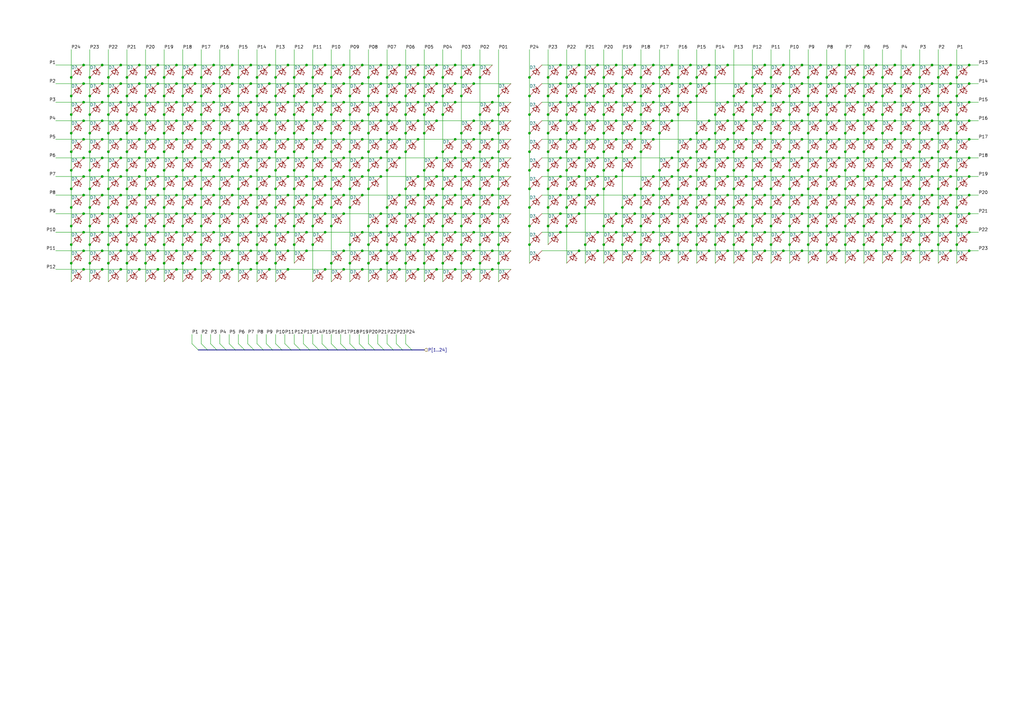
<source format=kicad_sch>
(kicad_sch (version 20231120) (generator "eeschema") (generator_version "8.0")
  (paper "A3")
  (junction (at 95.25 34.29))
  (junction (at 166.37 62.23))
  (junction (at 397.51 80.01))
  (junction (at 67.31 85.09))
  (junction (at 74.93 107.95))
  (junction (at 29.21 107.95))
  (junction (at 247.65 77.47))
  (junction (at 29.21 39.37))
  (junction (at 255.27 31.75))
  (junction (at 369.57 85.09))
  (junction (at 29.21 77.47))
  (junction (at 374.65 34.29))
  (junction (at 377.19 85.09))
  (junction (at 361.95 46.99))
  (junction (at 74.93 92.71))
  (junction (at 143.51 39.37))
  (junction (at 80.01 95.25))
  (junction (at 90.17 85.09))
  (junction (at 133.35 26.67))
  (junction (at 267.97 80.01))
  (junction (at 72.39 72.39))
  (junction (at 316.23 62.23))
  (junction (at 339.09 69.85))
  (junction (at 82.55 85.09))
  (junction (at 262.89 100.33))
  (junction (at 267.97 34.29))
  (junction (at 240.03 31.75))
  (junction (at 113.03 39.37))
  (junction (at 367.03 34.29))
  (junction (at 267.97 95.25))
  (junction (at 72.39 41.91))
  (junction (at 374.65 64.77))
  (junction (at 283.21 41.91))
  (junction (at 125.73 95.25))
  (junction (at 44.45 31.75))
  (junction (at 80.01 57.15))
  (junction (at 143.51 31.75))
  (junction (at 240.03 62.23))
  (junction (at 367.03 41.91))
  (junction (at 36.83 69.85))
  (junction (at 156.21 87.63))
  (junction (at 308.61 62.23))
  (junction (at 194.31 87.63))
  (junction (at 95.25 72.39))
  (junction (at 74.93 39.37))
  (junction (at 72.39 49.53))
  (junction (at 328.93 64.77))
  (junction (at 158.75 85.09))
  (junction (at 34.29 64.77))
  (junction (at 44.45 46.99))
  (junction (at 313.69 34.29))
  (junction (at 173.99 69.85))
  (junction (at 196.85 46.99))
  (junction (at 382.27 57.15))
  (junction (at 290.83 102.87))
  (junction (at 49.53 64.77))
  (junction (at 57.15 26.67))
  (junction (at 298.45 49.53))
  (junction (at 346.71 77.47))
  (junction (at 339.09 46.99))
  (junction (at 267.97 57.15))
  (junction (at 158.75 54.61))
  (junction (at 189.23 77.47))
  (junction (at 232.41 85.09))
  (junction (at 283.21 26.67))
  (junction (at 29.21 69.85))
  (junction (at 252.73 49.53))
  (junction (at 128.27 31.75))
  (junction (at 306.07 49.53))
  (junction (at 255.27 39.37))
  (junction (at 321.31 26.67))
  (junction (at 321.31 57.15))
  (junction (at 72.39 87.63))
  (junction (at 41.91 41.91))
  (junction (at 57.15 110.49))
  (junction (at 34.29 57.15))
  (junction (at 308.61 85.09))
  (junction (at 49.53 72.39))
  (junction (at 229.87 41.91))
  (junction (at 140.97 64.77))
  (junction (at 237.49 49.53))
  (junction (at 186.69 34.29))
  (junction (at 331.47 100.33))
  (junction (at 255.27 100.33))
  (junction (at 186.69 80.01))
  (junction (at 270.51 77.47))
  (junction (at 290.83 57.15))
  (junction (at 252.73 34.29))
  (junction (at 36.83 77.47))
  (junction (at 120.65 46.99))
  (junction (at 97.79 46.99))
  (junction (at 49.53 110.49))
  (junction (at 232.41 46.99))
  (junction (at 44.45 85.09))
  (junction (at 316.23 39.37))
  (junction (at 359.41 64.77))
  (junction (at 29.21 85.09))
  (junction (at 118.11 57.15))
  (junction (at 194.31 102.87))
  (junction (at 118.11 80.01))
  (junction (at 217.17 77.47))
  (junction (at 245.11 34.29))
  (junction (at 323.85 62.23))
  (junction (at 110.49 102.87))
  (junction (at 189.23 69.85))
  (junction (at 44.45 92.71))
  (junction (at 82.55 92.71))
  (junction (at 374.65 72.39))
  (junction (at 110.49 64.77))
  (junction (at 240.03 39.37))
  (junction (at 34.29 87.63))
  (junction (at 163.83 87.63))
  (junction (at 59.69 46.99))
  (junction (at 361.95 77.47))
  (junction (at 181.61 85.09))
  (junction (at 382.27 34.29))
  (junction (at 323.85 46.99))
  (junction (at 173.99 92.71))
  (junction (at 158.75 107.95))
  (junction (at 331.47 92.71))
  (junction (at 267.97 102.87))
  (junction (at 181.61 77.47))
  (junction (at 105.41 77.47))
  (junction (at 384.81 77.47))
  (junction (at 128.27 85.09))
  (junction (at 374.65 26.67))
  (junction (at 336.55 95.25))
  (junction (at 140.97 110.49))
  (junction (at 118.11 26.67))
  (junction (at 351.79 64.77))
  (junction (at 118.11 95.25))
  (junction (at 181.61 39.37))
  (junction (at 285.75 39.37))
  (junction (at 237.49 41.91))
  (junction (at 87.63 34.29))
  (junction (at 59.69 69.85))
  (junction (at 194.31 26.67))
  (junction (at 148.59 57.15))
  (junction (at 95.25 95.25))
  (junction (at 135.89 107.95))
  (junction (at 90.17 54.61))
  (junction (at 298.45 80.01))
  (junction (at 133.35 57.15))
  (junction (at 72.39 34.29))
  (junction (at 148.59 95.25))
  (junction (at 80.01 72.39))
  (junction (at 135.89 31.75))
  (junction (at 105.41 92.71))
  (junction (at 163.83 102.87))
  (junction (at 290.83 87.63))
  (junction (at 171.45 87.63))
  (junction (at 346.71 69.85))
  (junction (at 74.93 46.99))
  (junction (at 397.51 26.67))
  (junction (at 275.59 41.91))
  (junction (at 392.43 54.61))
  (junction (at 397.51 64.77))
  (junction (at 247.65 46.99))
  (junction (at 189.23 92.71))
  (junction (at 171.45 110.49))
  (junction (at 194.31 49.53))
  (junction (at 354.33 92.71))
  (junction (at 189.23 39.37))
  (junction (at 260.35 57.15))
  (junction (at 262.89 92.71))
  (junction (at 232.41 62.23))
  (junction (at 290.83 34.29))
  (junction (at 125.73 80.01))
  (junction (at 270.51 85.09))
  (junction (at 163.83 49.53))
  (junction (at 377.19 77.47))
  (junction (at 389.89 87.63))
  (junction (at 224.79 46.99))
  (junction (at 125.73 64.77))
  (junction (at 283.21 102.87))
  (junction (at 217.17 54.61))
  (junction (at 41.91 110.49))
  (junction (at 323.85 85.09))
  (junction (at 359.41 49.53))
  (junction (at 351.79 95.25))
  (junction (at 67.31 54.61))
  (junction (at 359.41 26.67))
  (junction (at 57.15 49.53))
  (junction (at 300.99 100.33))
  (junction (at 321.31 34.29))
  (junction (at 201.93 41.91))
  (junction (at 275.59 34.29))
  (junction (at 237.49 102.87))
  (junction (at 87.63 26.67))
  (junction (at 323.85 39.37))
  (junction (at 328.93 80.01))
  (junction (at 166.37 100.33))
  (junction (at 36.83 46.99))
  (junction (at 285.75 69.85))
  (junction (at 367.03 87.63))
  (junction (at 313.69 87.63))
  (junction (at 313.69 95.25))
  (junction (at 135.89 46.99))
  (junction (at 90.17 46.99))
  (junction (at 34.29 49.53))
  (junction (at 255.27 85.09))
  (junction (at 196.85 100.33))
  (junction (at 113.03 100.33))
  (junction (at 270.51 54.61))
  (junction (at 44.45 100.33))
  (junction (at 173.99 100.33))
  (junction (at 82.55 46.99))
  (junction (at 245.11 57.15))
  (junction (at 120.65 39.37))
  (junction (at 240.03 85.09))
  (junction (at 397.51 72.39))
  (junction (at 351.79 34.29))
  (junction (at 283.21 72.39))
  (junction (at 72.39 110.49))
  (junction (at 293.37 54.61))
  (junction (at 82.55 69.85))
  (junction (at 359.41 57.15))
  (junction (at 143.51 46.99))
  (junction (at 232.41 69.85))
  (junction (at 67.31 100.33))
  (junction (at 369.57 46.99))
  (junction (at 285.75 62.23))
  (junction (at 359.41 72.39))
  (junction (at 158.75 69.85))
  (junction (at 321.31 102.87))
  (junction (at 118.11 72.39))
  (junction (at 278.13 62.23))
  (junction (at 339.09 54.61))
  (junction (at 67.31 62.23))
  (junction (at 163.83 41.91))
  (junction (at 196.85 69.85))
  (junction (at 328.93 87.63))
  (junction (at 201.93 72.39))
  (junction (at 361.95 85.09))
  (junction (at 260.35 80.01))
  (junction (at 29.21 54.61))
  (junction (at 382.27 41.91))
  (junction (at 166.37 77.47))
  (junction (at 163.83 95.25))
  (junction (at 392.43 100.33))
  (junction (at 82.55 31.75))
  (junction (at 344.17 49.53))
  (junction (at 67.31 77.47))
  (junction (at 120.65 77.47))
  (junction (at 321.31 95.25))
  (junction (at 41.91 95.25))
  (junction (at 346.71 46.99))
  (junction (at 189.23 62.23))
  (junction (at 166.37 39.37))
  (junction (at 186.69 87.63))
  (junction (at 384.81 100.33))
  (junction (at 351.79 26.67))
  (junction (at 336.55 102.87))
  (junction (at 110.49 72.39))
  (junction (at 194.31 57.15))
  (junction (at 328.93 49.53))
  (junction (at 204.47 77.47))
  (junction (at 300.99 39.37))
  (junction (at 397.51 34.29))
  (junction (at 308.61 39.37))
  (junction (at 44.45 54.61))
  (junction (at 328.93 26.67))
  (junction (at 293.37 69.85))
  (junction (at 255.27 62.23))
  (junction (at 74.93 54.61))
  (junction (at 128.27 100.33))
  (junction (at 392.43 46.99))
  (junction (at 389.89 95.25))
  (junction (at 57.15 57.15))
  (junction (at 173.99 39.37))
  (junction (at 392.43 31.75))
  (junction (at 361.95 39.37))
  (junction (at 72.39 64.77))
  (junction (at 125.73 41.91))
  (junction (at 74.93 100.33))
  (junction (at 67.31 31.75))
  (junction (at 204.47 100.33))
  (junction (at 377.19 100.33))
  (junction (at 290.83 80.01))
  (junction (at 367.03 80.01))
  (junction (at 52.07 92.71))
  (junction (at 237.49 72.39))
  (junction (at 113.03 77.47))
  (junction (at 80.01 80.01))
  (junction (at 196.85 62.23))
  (junction (at 179.07 49.53))
  (junction (at 34.29 80.01))
  (junction (at 267.97 41.91))
  (junction (at 377.19 92.71))
  (junction (at 245.11 49.53))
  (junction (at 143.51 100.33))
  (junction (at 179.07 110.49))
  (junction (at 369.57 100.33))
  (junction (at 339.09 92.71))
  (junction (at 354.33 85.09))
  (junction (at 217.17 85.09))
  (junction (at 171.45 49.53))
  (junction (at 87.63 110.49))
  (junction (at 306.07 72.39))
  (junction (at 290.83 49.53))
  (junction (at 194.31 95.25))
  (junction (at 72.39 102.87))
  (junction (at 128.27 77.47))
  (junction (at 120.65 31.75))
  (junction (at 359.41 41.91))
  (junction (at 240.03 77.47))
  (junction (at 41.91 26.67))
  (junction (at 224.79 39.37))
  (junction (at 95.25 26.67))
  (junction (at 148.59 41.91))
  (junction (at 163.83 110.49))
  (junction (at 29.21 31.75))
  (junction (at 262.89 39.37))
  (junction (at 135.89 92.71))
  (junction (at 201.93 80.01))
  (junction (at 247.65 100.33))
  (junction (at 36.83 31.75))
  (junction (at 346.71 31.75))
  (junction (at 80.01 102.87))
  (junction (at 328.93 41.91))
  (junction (at 102.87 64.77))
  (junction (at 156.21 110.49))
  (junction (at 336.55 87.63))
  (junction (at 382.27 95.25))
  (junction (at 36.83 100.33))
  (junction (at 64.77 41.91))
  (junction (at 140.97 41.91))
  (junction (at 102.87 57.15))
  (junction (at 151.13 46.99))
  (junction (at 384.81 39.37))
  (junction (at 34.29 41.91))
  (junction (at 275.59 64.77))
  (junction (at 194.31 110.49))
  (junction (at 186.69 95.25))
  (junction (at 95.25 41.91))
  (junction (at 67.31 107.95))
  (junction (at 151.13 54.61))
  (junction (at 196.85 54.61))
  (junction (at 110.49 34.29))
  (junction (at 156.21 34.29))
  (junction (at 133.35 49.53))
  (junction (at 113.03 85.09))
  (junction (at 171.45 26.67))
  (junction (at 186.69 64.77))
  (junction (at 67.31 46.99))
  (junction (at 34.29 110.49))
  (junction (at 74.93 31.75))
  (junction (at 181.61 92.71))
  (junction (at 156.21 57.15))
  (junction (at 95.25 64.77))
  (junction (at 344.17 72.39))
  (junction (at 260.35 34.29))
  (junction (at 97.79 54.61))
  (junction (at 34.29 95.25))
  (junction (at 336.55 34.29))
  (junction (at 339.09 39.37))
  (junction (at 151.13 62.23))
  (junction (at 275.59 49.53))
  (junction (at 179.07 95.25))
  (junction (at 173.99 107.95))
  (junction (at 143.51 107.95))
  (junction (at 308.61 77.47))
  (junction (at 267.97 87.63))
  (junction (at 285.75 54.61))
  (junction (at 278.13 39.37))
  (junction (at 102.87 80.01))
  (junction (at 97.79 39.37))
  (junction (at 171.45 80.01))
  (junction (at 267.97 72.39))
  (junction (at 64.77 110.49))
  (junction (at 346.71 39.37))
  (junction (at 270.51 100.33))
  (junction (at 57.15 102.87))
  (junction (at 95.25 110.49))
  (junction (at 194.31 80.01))
  (junction (at 217.17 100.33))
  (junction (at 384.81 46.99))
  (junction (at 275.59 95.25))
  (junction (at 328.93 102.87))
  (junction (at 306.07 57.15))
  (junction (at 41.91 49.53))
  (junction (at 374.65 102.87))
  (junction (at 97.79 31.75))
  (junction (at 87.63 80.01))
  (junction (at 44.45 62.23))
  (junction (at 97.79 69.85))
  (junction (at 293.37 31.75))
  (junction (at 87.63 102.87))
  (junction (at 382.27 102.87))
  (junction (at 59.69 54.61))
  (junction (at 72.39 95.25))
  (junction (at 359.41 102.87))
  (junction (at 143.51 62.23))
  (junction (at 204.47 107.95))
  (junction (at 306.07 102.87))
  (junction (at 285.75 31.75))
  (junction (at 128.27 39.37))
  (junction (at 44.45 107.95))
  (junction (at 229.87 64.77))
  (junction (at 298.45 95.25))
  (junction (at 95.25 102.87))
  (junction (at 298.45 102.87))
  (junction (at 321.31 64.77))
  (junction (at 179.07 64.77))
  (junction (at 133.35 87.63))
  (junction (at 392.43 85.09))
  (junction (at 196.85 77.47))
  (junction (at 133.35 110.49))
  (junction (at 87.63 95.25))
  (junction (at 105.41 54.61))
  (junction (at 163.83 64.77))
  (junction (at 369.57 77.47))
  (junction (at 270.51 92.71))
  (junction (at 59.69 62.23))
  (junction (at 351.79 80.01))
  (junction (at 72.39 80.01))
  (junction (at 321.31 87.63))
  (junction (at 321.31 80.01))
  (junction (at 389.89 80.01))
  (junction (at 224.79 54.61))
  (junction (at 105.41 62.23))
  (junction (at 204.47 85.09))
  (junction (at 389.89 72.39))
  (junction (at 163.83 34.29))
  (junction (at 237.49 34.29))
  (junction (at 321.31 49.53))
  (junction (at 290.83 95.25))
  (junction (at 237.49 26.67))
  (junction (at 148.59 72.39))
  (junction (at 80.01 87.63))
  (junction (at 204.47 46.99))
  (junction (at 270.51 31.75))
  (junction (at 389.89 26.67))
  (junction (at 140.97 49.53))
  (junction (at 313.69 102.87))
  (junction (at 300.99 77.47))
  (junction (at 252.73 95.25))
  (junction (at 204.47 39.37))
  (junction (at 186.69 57.15))
  (junction (at 313.69 80.01))
  (junction (at 331.47 85.09))
  (junction (at 367.03 102.87))
  (junction (at 245.11 80.01))
  (junction (at 361.95 62.23))
  (junction (at 113.03 92.71))
  (junction (at 255.27 69.85))
  (junction (at 270.51 39.37))
  (junction (at 224.79 31.75))
  (junction (at 72.39 26.67))
  (junction (at 64.77 102.87))
  (junction (at 336.55 64.77))
  (junction (at 64.77 72.39))
  (junction (at 316.23 31.75))
  (junction (at 179.07 102.87))
  (junction (at 179.07 41.91))
  (junction (at 217.17 62.23))
  (junction (at 95.25 57.15))
  (junction (at 255.27 92.71))
  (junction (at 328.93 34.29))
  (junction (at 351.79 87.63))
  (junction (at 163.83 26.67))
  (junction (at 389.89 49.53))
  (junction (at 64.77 64.77))
  (junction (at 90.17 77.47))
  (junction (at 95.25 87.63))
  (junction (at 298.45 87.63))
  (junction (at 118.11 110.49))
  (junction (at 316.23 54.61))
  (junction (at 283.21 80.01))
  (junction (at 110.49 110.49))
  (junction (at 290.83 64.77))
  (junction (at 171.45 57.15))
  (junction (at 278.13 100.33))
  (junction (at 369.57 54.61))
  (junction (at 336.55 26.67))
  (junction (at 217.17 46.99))
  (junction (at 105.41 69.85))
  (junction (at 125.73 49.53))
  (junction (at 369.57 62.23))
  (junction (at 384.81 31.75))
  (junction (at 118.11 49.53))
  (junction (at 87.63 41.91))
  (junction (at 201.93 87.63))
  (junction (at 298.45 26.67))
  (junction (at 331.47 31.75))
  (junction (at 262.89 46.99))
  (junction (at 237.49 87.63))
  (junction (at 36.83 39.37))
  (junction (at 283.21 95.25))
  (junction (at 52.07 31.75))
  (junction (at 316.23 100.33))
  (junction (at 67.31 92.71))
  (junction (at 156.21 64.77))
  (junction (at 57.15 95.25))
  (junction (at 382.27 87.63))
  (junction (at 105.41 107.95))
  (junction (at 196.85 107.95))
  (junction (at 204.47 54.61))
  (junction (at 59.69 31.75))
  (junction (at 224.79 62.23))
  (junction (at 346.71 54.61))
  (junction (at 229.87 87.63))
  (junction (at 298.45 41.91))
  (junction (at 186.69 110.49))
  (junction (at 140.97 57.15))
  (junction (at 384.81 54.61))
  (junction (at 245.11 26.67))
  (junction (at 369.57 69.85))
  (junction (at 97.79 85.09))
  (junction (at 354.33 54.61))
  (junction (at 181.61 46.99))
  (junction (at 74.93 62.23))
  (junction (at 377.19 39.37))
  (junction (at 278.13 46.99))
  (junction (at 336.55 41.91))
  (junction (at 217.17 92.71))
  (junction (at 374.65 49.53))
  (junction (at 245.11 102.87))
  (junction (at 95.25 49.53))
  (junction (at 34.29 102.87))
  (junction (at 118.11 102.87))
  (junction (at 118.11 34.29))
  (junction (at 306.07 95.25))
  (junction (at 29.21 100.33))
  (junction (at 64.77 95.25))
  (junction (at 260.35 26.67))
  (junction (at 49.53 34.29))
  (junction (at 354.33 31.75))
  (junction (at 298.45 64.77))
  (junction (at 120.65 54.61))
  (junction (at 346.71 62.23))
  (junction (at 148.59 34.29))
  (junction (at 323.85 77.47))
  (junction (at 52.07 54.61))
  (junction (at 110.49 95.25))
  (junction (at 339.09 85.09))
  (junction (at 306.07 41.91))
  (junction (at 64.77 57.15))
  (junction (at 374.65 41.91))
  (junction (at 57.15 41.91))
  (junction (at 189.23 107.95))
  (junction (at 90.17 69.85))
  (junction (at 389.89 41.91))
  (junction (at 57.15 64.77))
  (junction (at 293.37 62.23))
  (junction (at 306.07 80.01))
  (junction (at 229.87 26.67))
  (junction (at 87.63 64.77))
  (junction (at 397.51 102.87))
  (junction (at 344.17 102.87))
  (junction (at 217.17 69.85))
  (junction (at 361.95 92.71))
  (junction (at 328.93 95.25))
  (junction (at 135.89 54.61))
  (junction (at 166.37 107.95))
  (junction (at 361.95 31.75))
  (junction (at 173.99 85.09))
  (junction (at 181.61 31.75))
  (junction (at 245.11 64.77))
  (junction (at 110.49 57.15))
  (junction (at 74.93 77.47))
  (junction (at 113.03 62.23))
  (junction (at 166.37 54.61))
  (junction (at 36.83 62.23))
  (junction (at 87.63 72.39))
  (junction (at 173.99 77.47))
  (junction (at 331.47 77.47))
  (junction (at 110.49 26.67))
  (junction (at 166.37 92.71))
  (junction (at 346.71 85.09))
  (junction (at 308.61 100.33))
  (junction (at 392.43 69.85))
  (junction (at 336.55 57.15))
  (junction (at 367.03 57.15))
  (junction (at 102.87 87.63))
  (junction (at 158.75 31.75))
  (junction (at 113.03 107.95))
  (junction (at 128.27 92.71))
  (junction (at 140.97 26.67))
  (junction (at 151.13 107.95))
  (junction (at 196.85 31.75))
  (junction (at 64.77 87.63))
  (junction (at 374.65 87.63))
  (junction (at 283.21 87.63))
  (junction (at 339.09 62.23))
  (junction (at 133.35 80.01))
  (junction (at 224.79 69.85))
  (junction (at 105.41 85.09))
  (junction (at 67.31 69.85))
  (junction (at 313.69 26.67))
  (junction (at 171.45 95.25))
  (junction (at 252.73 102.87))
  (junction (at 232.41 92.71))
  (junction (at 29.21 62.23))
  (junction (at 90.17 107.95))
  (junction (at 64.77 34.29))
  (junction (at 125.73 87.63))
  (junction (at 166.37 31.75))
  (junction (at 110.49 80.01))
  (junction (at 344.17 64.77))
  (junction (at 148.59 110.49))
  (junction (at 189.23 85.09))
  (junction (at 344.17 87.63))
  (junction (at 229.87 57.15))
  (junction (at 181.61 69.85))
  (junction (at 369.57 92.71))
  (junction (at 44.45 77.47))
  (junction (at 252.73 87.63))
  (junction (at 382.27 49.53))
  (junction (at 283.21 34.29))
  (junction (at 49.53 95.25))
  (junction (at 181.61 62.23))
  (junction (at 133.35 95.25))
  (junction (at 270.51 46.99))
  (junction (at 59.69 85.09))
  (junction (at 80.01 49.53))
  (junction (at 336.55 80.01))
  (junction (at 57.15 80.01))
  (junction (at 331.47 54.61))
  (junction (at 275.59 26.67))
  (junction (at 306.07 87.63))
  (junction (at 354.33 100.33))
  (junction (at 113.03 69.85))
  (junction (at 331.47 69.85))
  (junction (at 359.41 87.63))
  (junction (at 194.31 72.39))
  (junction (at 252.73 26.67))
  (junction (at 229.87 95.25))
  (junction (at 80.01 41.91))
  (junction (at 354.33 46.99))
  (junction (at 367.03 64.77))
  (junction (at 179.07 34.29))
  (junction (at 110.49 41.91))
  (junction (at 179.07 72.39))
  (junction (at 323.85 31.75))
  (junction (at 224.79 92.71))
  (junction (at 97.79 107.95))
  (junction (at 240.03 46.99))
  (junction (at 300.99 46.99))
  (junction (at 359.41 34.29))
  (junction (at 275.59 102.87))
  (junction (at 344.17 95.25))
  (junction (at 120.65 100.33))
  (junction (at 34.29 34.29))
  (junction (at 260.35 102.87))
  (junction (at 133.35 41.91))
  (junction (at 252.73 41.91))
  (junction (at 135.89 39.37))
  (junction (at 306.07 34.29))
  (junction (at 41.91 72.39))
  (junction (at 143.51 77.47))
  (junction (at 171.45 34.29))
  (junction (at 36.83 54.61))
  (junction (at 49.53 80.01))
  (junction (at 260.35 87.63))
  (junction (at 323.85 100.33))
  (junction (at 49.53 57.15))
  (junction (at 232.41 39.37))
  (junction (at 328.93 72.39))
  (junction (at 113.03 46.99))
  (junction (at 189.23 100.33))
  (junction (at 361.95 69.85))
  (junction (at 229.87 80.01))
  (junction (at 293.37 77.47))
  (junction (at 87.63 87.63))
  (junction (at 135.89 85.09))
  (junction (at 323.85 54.61))
  (junction (at 367.03 95.25))
  (junction (at 29.21 46.99))
  (junction (at 82.55 54.61))
  (junction (at 344.17 26.67))
  (junction (at 163.83 80.01))
  (junction (at 217.17 31.75))
  (junction (at 74.93 69.85))
  (junction (at 173.99 46.99))
  (junction (at 392.43 77.47))
  (junction (at 105.41 46.99))
  (junction (at 171.45 102.87))
  (junction (at 143.51 85.09))
  (junction (at 41.91 80.01))
  (junction (at 229.87 49.53))
  (junction (at 49.53 87.63))
  (junction (at 316.23 77.47))
  (junction (at 80.01 110.49))
  (junction (at 49.53 102.87))
  (junction (at 52.07 107.95))
  (junction (at 247.65 62.23))
  (junction (at 87.63 57.15))
  (junction (at 344.17 34.29))
  (junction (at 166.37 85.09))
  (junction (at 339.09 31.75))
  (junction (at 143.51 69.85))
  (junction (at 80.01 64.77))
  (junction (at 245.11 72.39))
  (junction (at 308.61 31.75))
  (junction (at 382.27 80.01))
  (junction (at 328.93 57.15))
  (junction (at 278.13 85.09))
  (junction (at 252.73 57.15))
  (junction (at 189.23 54.61))
  (junction (at 367.03 72.39))
  (junction (at 125.73 102.87))
  (junction (at 90.17 92.71))
  (junction (at 186.69 102.87))
  (junction (at 110.49 87.63))
  (junction (at 316.23 85.09))
  (junction (at 293.37 85.09))
  (junction (at 67.31 39.37))
  (junction (at 57.15 72.39))
  (junction (at 166.37 46.99))
  (junction (at 179.07 80.01))
  (junction (at 240.03 54.61))
  (junction (at 148.59 80.01))
  (junction (at 34.29 72.39))
  (junction (at 140.97 34.29))
  (junction (at 293.37 100.33))
  (junction (at 59.69 100.33))
  (junction (at 186.69 26.67))
  (junction (at 260.35 64.77))
  (junction (at 240.03 69.85))
  (junction (at 201.93 64.77))
  (junction (at 300.99 62.23))
  (junction (at 49.53 26.67))
  (junction (at 148.59 49.53))
  (junction (at 29.21 92.71))
  (junction (at 102.87 110.49))
  (junction (at 313.69 57.15))
  (junction (at 97.79 92.71))
  (junction (at 36.83 107.95))
  (junction (at 181.61 100.33))
  (junction (at 151.13 92.71))
  (junction (at 156.21 26.67))
  (junction (at 382.27 72.39))
  (junction (at 313.69 41.91))
  (junction (at 374.65 95.25))
  (junction (at 377.19 31.75))
  (junction (at 125.73 26.67))
  (junction (at 59.69 77.47))
  (junction (at 113.03 54.61))
  (junction (at 194.31 64.77))
  (junction (at 275.59 80.01))
  (junction (at 308.61 92.71))
  (junction (at 285.75 100.33))
  (junction (at 354.33 69.85))
  (junction (at 260.35 95.25))
  (junction (at 201.93 95.25))
  (junction (at 52.07 62.23))
  (junction (at 229.87 72.39))
  (junction (at 196.85 92.71))
  (junction (at 118.11 87.63))
  (junction (at 229.87 34.29))
  (junction (at 201.93 110.49))
  (junction (at 344.17 80.01))
  (junction (at 316.23 92.71))
  (junction (at 283.21 57.15))
  (junction (at 113.03 31.75))
  (junction (at 224.79 77.47))
  (junction (at 270.51 69.85))
  (junction (at 156.21 95.25))
  (junction (at 354.33 62.23))
  (junction (at 255.27 46.99))
  (junction (at 102.87 34.29))
  (junction (at 128.27 46.99))
  (junction (at 392.43 92.71))
  (junction (at 49.53 49.53))
  (junction (at 52.07 39.37))
  (junction (at 377.19 46.99))
  (junction (at 102.87 26.67))
  (junction (at 359.41 80.01))
  (junction (at 298.45 72.39))
  (junction (at 201.93 49.53))
  (junction (at 120.65 69.85))
  (junction (at 82.55 39.37))
  (junction (at 367.03 26.67))
  (junction (at 49.53 41.91))
  (junction (at 148.59 64.77))
  (junction (at 377.19 54.61))
  (junction (at 397.51 95.25))
  (junction (at 275.59 72.39))
  (junction (at 278.13 77.47))
  (junction (at 171.45 72.39))
  (junction (at 247.65 39.37))
  (junction (at 361.95 100.33))
  (junction (at 247.65 69.85))
  (junction (at 120.65 62.23))
  (junction (at 148.59 26.67))
  (junction (at 171.45 41.91))
  (junction (at 41.91 102.87))
  (junction (at 359.41 95.25))
  (junction (at 158.75 62.23))
  (junction (at 151.13 100.33))
  (junction (at 232.41 54.61))
  (junction (at 102.87 49.53))
  (junction (at 245.11 41.91))
  (junction (at 52.07 77.47))
  (junction (at 41.91 64.77))
  (junction (at 186.69 72.39))
  (junction (at 255.27 54.61))
  (junction (at 308.61 54.61))
  (junction (at 133.35 64.77))
  (junction (at 384.81 92.71))
  (junction (at 351.79 72.39))
  (junction (at 64.77 49.53))
  (junction (at 361.95 54.61))
  (junction (at 232.41 77.47))
  (junction (at 339.09 77.47))
  (junction (at 346.71 100.33))
  (junction (at 82.55 62.23))
  (junction (at 97.79 77.47))
  (junction (at 110.49 49.53))
  (junction (at 306.07 64.77))
  (junction (at 285.75 92.71))
  (junction (at 367.03 49.53))
  (junction (at 224.79 85.09))
  (junction (at 181.61 107.95))
  (junction (at 158.75 46.99))
  (junction (at 52.07 85.09))
  (junction (at 102.87 72.39))
  (junction (at 57.15 34.29))
  (junction (at 135.89 77.47))
  (junction (at 252.73 72.39))
  (junction (at 102.87 102.87))
  (junction (at 313.69 64.77))
  (junction (at 354.33 77.47))
  (junction (at 351.79 102.87))
  (junction (at 156.21 49.53))
  (junction (at 308.61 46.99))
  (junction (at 397.51 41.91))
  (junction (at 397.51 49.53))
  (junction (at 201.93 102.87))
  (junction (at 351.79 49.53))
  (junction (at 64.77 80.01))
  (junction (at 158.75 39.37))
  (junction (at 275.59 87.63))
  (junction (at 260.35 49.53))
  (junction (at 173.99 31.75))
  (junction (at 163.83 57.15))
  (junction (at 252.73 64.77))
  (junction (at 140.97 80.01))
  (junction (at 186.69 41.91))
  (junction (at 52.07 100.33))
  (junction (at 237.49 80.01))
  (junction (at 384.81 62.23))
  (junction (at 260.35 41.91))
  (junction (at 90.17 62.23))
  (junction (at 156.21 102.87))
  (junction (at 300.99 92.71))
  (junction (at 97.79 100.33))
  (junction (at 262.89 77.47))
  (junction (at 118.11 41.91))
  (junction (at 179.07 26.67))
  (junction (at 118.11 64.77))
  (junction (at 82.55 107.95))
  (junction (at 316.23 69.85))
  (junction (at 374.65 80.01))
  (junction (at 80.01 34.29))
  (junction (at 278.13 69.85))
  (junction (at 158.75 92.71))
  (junction (at 247.65 92.71))
  (junction (at 247.65 31.75))
  (junction (at 90.17 31.75))
  (junction (at 82.55 77.47))
  (junction (at 389.89 64.77))
  (junction (at 293.37 46.99))
  (junction (at 247.65 54.61))
  (junction (at 377.19 62.23))
  (junction (at 59.69 39.37))
  (junction (at 321.31 41.91))
  (junction (at 344.17 57.15))
  (junction (at 278.13 31.75))
  (junction (at 133.35 72.39))
  (junction (at 57.15 87.63))
  (junction (at 125.73 34.29))
  (junction (at 173.99 54.61))
  (junction (at 351.79 57.15))
  (junction (at 52.07 46.99))
  (junction (at 344.17 41.91))
  (junction (at 262.89 62.23))
  (junction (at 336.55 72.39))
  (junction (at 135.89 62.23))
  (junction (at 369.57 31.75))
  (junction (at 80.01 26.67))
  (junction (at 336.55 49.53))
  (junction (at 156.21 41.91))
  (junction (at 41.91 34.29))
  (junction (at 354.33 39.37))
  (junction (at 382.27 64.77))
  (junction (at 90.17 100.33))
  (junction (at 397.51 57.15))
  (junction (at 44.45 39.37))
  (junction (at 125.73 72.39))
  (junction (at 278.13 92.71))
  (junction (at 321.31 72.39))
  (junction (at 389.89 57.15))
  (junction (at 120.65 92.71))
  (junction (at 377.19 69.85))
  (junction (at 151.13 39.37))
  (junction (at 158.75 100.33))
  (junction (at 262.89 54.61))
  (junction (at 298.45 57.15))
  (junction (at 179.07 87.63))
  (junction (at 262.89 85.09))
  (junction (at 102.87 95.25))
  (junction (at 120.65 85.09))
  (junction (at 82.55 100.33))
  (junction (at 143.51 54.61))
  (junction (at 36.83 85.09))
  (junction (at 290.83 26.67))
  (junction (at 300.99 85.09))
  (junction (at 72.39 57.15))
  (junction (at 97.79 62.23))
  (junction (at 133.35 34.29))
  (junction (at 389.89 34.29))
  (junction (at 283.21 64.77))
  (junction (at 262.89 31.75))
  (junction (at 237.49 64.77))
  (junction (at 105.41 100.33))
  (junction (at 156.21 72.39))
  (junction (at 59.69 107.95))
  (junction (at 44.45 69.85))
  (junction (at 90.17 39.37))
  (junction (at 285.75 85.09))
  (junction (at 267.97 26.67))
  (junction (at 290.83 72.39))
  (junction (at 313.69 72.39))
  (junction (at 34.29 26.67))
  (junction (at 382.27 26.67))
  (junction (at 95.25 80.01))
  (junction (at 339.09 100.33))
  (junction (at 41.91 87.63))
  (junction (at 392.43 62.23))
  (junction (at 140.97 102.87))
  (junction (at 189.23 31.75))
  (junction (at 201.93 57.15))
  (junction (at 125.73 57.15))
  (junction (at 331.47 62.23))
  (junction (at 323.85 92.71))
  (junction (at 59.69 92.71))
  (junction (at 267.97 49.53))
  (junction (at 128.27 62.23))
  (junction (at 285.75 77.47))
  (junction (at 151.13 31.75))
  (junction (at 128.27 54.61))
  (junction (at 313.69 49.53))
  (junction (at 204.47 62.23))
  (junction (at 316.23 46.99))
  (junction (at 374.65 57.15))
  (junction (at 148.59 102.87))
  (junction (at 389.89 102.87))
  (junction (at 140.97 87.63))
  (junction (at 102.87 41.91))
  (junction (at 140.97 72.39))
  (junction (at 128.27 69.85))
  (junction (at 308.61 69.85))
  (junction (at 369.57 39.37))
  (junction (at 232.41 31.75))
  (junction (at 204.47 92.71))
  (junction (at 300.99 69.85))
  (junction (at 105.41 31.75))
  (junction (at 151.13 77.47))
  (junction (at 36.83 92.71))
  (junction (at 204.47 69.85))
  (junction (at 151.13 69.85))
  (junction (at 331.47 46.99))
  (junction (at 135.89 69.85))
  (junction (at 346.71 92.71))
  (junction (at 384.81 69.85))
  (junction (at 245.11 95.25))
  (junction (at 217.17 39.37))
  (junction (at 74.93 85.09))
  (junction (at 196.85 85.09))
  (junction (at 52.07 69.85))
  (junction (at 194.31 34.29))
  (junction (at 240.03 100.33))
  (junction (at 87.63 49.53))
  (junction (at 300.99 54.61))
  (junction (at 384.81 85.09))
  (junction (at 237.49 57.15))
  (junction (at 293.37 92.71))
  (junction (at 323.85 69.85))
  (junction (at 331.47 39.37))
  (junction (at 105.41 39.37))
  (junction (at 392.43 39.37))
  (junction (at 64.77 26.67))
  (junction (at 41.91 57.15))
  (junction (at 397.51 87.63))
  (junction (at 351.79 41.91))
  (bus_entry (at 100.33 143.51) (size -2.54 -2.54))
  (bus_entry (at 149.86 143.51) (size -2.54 -2.54))
  (bus_entry (at 142.24 143.51) (size -2.54 -2.54))
  (bus_entry (at 130.81 143.51) (size -2.54 -2.54))
  (bus_entry (at 161.29 143.51) (size -2.54 -2.54))
  (bus_entry (at 115.57 143.51) (size -2.54 -2.54))
  (bus_entry (at 81.28 143.51) (size -2.54 -2.54))
  (bus_entry (at 153.67 143.51) (size -2.54 -2.54))
  (bus_entry (at 157.48 143.51) (size -2.54 -2.54))
  (bus_entry (at 85.09 143.51) (size -2.54 -2.54))
  (bus_entry (at 88.9 143.51) (size -2.54 -2.54))
  (bus_entry (at 146.05 143.51) (size -2.54 -2.54))
  (bus_entry (at 165.1 143.51) (size -2.54 -2.54))
  (bus_entry (at 138.43 143.51) (size -2.54 -2.54))
  (bus_entry (at 134.62 143.51) (size -2.54 -2.54))
  (bus_entry (at 111.76 143.51) (size -2.54 -2.54))
  (bus_entry (at 168.91 143.51) (size -2.54 -2.54))
  (bus_entry (at 127 143.51) (size -2.54 -2.54))
  (bus_entry (at 104.14 143.51) (size -2.54 -2.54))
  (bus_entry (at 119.38 143.51) (size -2.54 -2.54))
  (bus_entry (at 92.71 143.51) (size -2.54 -2.54))
  (bus_entry (at 96.52 143.51) (size -2.54 -2.54))
  (bus_entry (at 123.19 143.51) (size -2.54 -2.54))
  (bus_entry (at 107.95 143.51) (size -2.54 -2.54))
  (wire (pts (xy 140.97 102.87) (xy 148.59 102.87)))
  (wire (pts (xy 260.35 49.53) (xy 252.73 49.53)))
  (wire (pts (xy 36.83 31.75) (xy 36.83 39.37)))
  (wire (pts (xy 298.45 102.87) (xy 290.83 102.87)))
  (wire (pts (xy 133.35 26.67) (xy 140.97 26.67)))
  (wire (pts (xy 57.15 41.91) (xy 64.77 41.91)))
  (wire (pts (xy 22.86 95.25) (xy 34.29 95.25)))
  (bus (pts (xy 85.09 143.51) (xy 88.9 143.51)))
  (wire (pts (xy 57.15 72.39) (xy 64.77 72.39)))
  (wire (pts (xy 194.31 87.63) (xy 201.93 87.63)))
  (wire (pts (xy 49.53 41.91) (xy 57.15 41.91)))
  (wire (pts (xy 278.13 46.99) (xy 278.13 62.23)))
  (wire (pts (xy 229.87 95.25) (xy 222.25 95.25)))
  (wire (pts (xy 78.74 137.16) (xy 78.74 140.97)))
  (wire (pts (xy 118.11 72.39) (xy 125.73 72.39)))
  (wire (pts (xy 321.31 95.25) (xy 313.69 95.25)))
  (wire (pts (xy 255.27 100.33) (xy 255.27 107.95)))
  (wire (pts (xy 389.89 41.91) (xy 397.51 41.91)))
  (wire (pts (xy 229.87 41.91) (xy 222.25 41.91)))
  (wire (pts (xy 389.89 57.15) (xy 397.51 57.15)))
  (wire (pts (xy 313.69 95.25) (xy 306.07 95.25)))
  (wire (pts (xy 90.17 77.47) (xy 90.17 85.09)))
  (wire (pts (xy 29.21 20.32) (xy 29.21 31.75)))
  (wire (pts (xy 323.85 92.71) (xy 323.85 100.33)))
  (wire (pts (xy 87.63 95.25) (xy 95.25 95.25)))
  (wire (pts (xy 283.21 41.91) (xy 275.59 41.91)))
  (wire (pts (xy 351.79 41.91) (xy 344.17 41.91)))
  (wire (pts (xy 148.59 110.49) (xy 156.21 110.49)))
  (wire (pts (xy 313.69 26.67) (xy 321.31 26.67)))
  (wire (pts (xy 382.27 26.67) (xy 374.65 26.67)))
  (wire (pts (xy 389.89 80.01) (xy 397.51 80.01)))
  (wire (pts (xy 44.45 85.09) (xy 44.45 92.71)))
  (wire (pts (xy 171.45 72.39) (xy 179.07 72.39)))
  (wire (pts (xy 339.09 85.09) (xy 339.09 92.71)))
  (wire (pts (xy 57.15 80.01) (xy 64.77 80.01)))
  (wire (pts (xy 252.73 57.15) (xy 245.11 57.15)))
  (wire (pts (xy 97.79 69.85) (xy 97.79 77.47)))
  (wire (pts (xy 262.89 39.37) (xy 262.89 46.99)))
  (wire (pts (xy 204.47 54.61) (xy 204.47 62.23)))
  (wire (pts (xy 52.07 77.47) (xy 52.07 85.09)))
  (wire (pts (xy 97.79 54.61) (xy 97.79 62.23)))
  (wire (pts (xy 113.03 39.37) (xy 113.03 46.99)))
  (wire (pts (xy 367.03 57.15) (xy 374.65 57.15)))
  (wire (pts (xy 293.37 100.33) (xy 293.37 107.95)))
  (wire (pts (xy 113.03 46.99) (xy 113.03 54.61)))
  (wire (pts (xy 110.49 80.01) (xy 118.11 80.01)))
  (wire (pts (xy 351.79 34.29) (xy 344.17 34.29)))
  (wire (pts (xy 290.83 72.39) (xy 298.45 72.39)))
  (wire (pts (xy 389.89 49.53) (xy 397.51 49.53)))
  (wire (pts (xy 158.75 69.85) (xy 158.75 85.09)))
  (wire (pts (xy 275.59 41.91) (xy 267.97 41.91)))
  (wire (pts (xy 151.13 107.95) (xy 151.13 115.57)))
  (wire (pts (xy 377.19 46.99) (xy 377.19 54.61)))
  (wire (pts (xy 389.89 64.77) (xy 397.51 64.77)))
  (wire (pts (xy 166.37 54.61) (xy 166.37 62.23)))
  (wire (pts (xy 44.45 54.61) (xy 44.45 62.23)))
  (wire (pts (xy 133.35 110.49) (xy 140.97 110.49)))
  (wire (pts (xy 351.79 95.25) (xy 344.17 95.25)))
  (wire (pts (xy 331.47 92.71) (xy 331.47 100.33)))
  (wire (pts (xy 140.97 26.67) (xy 148.59 26.67)))
  (wire (pts (xy 351.79 57.15) (xy 344.17 57.15)))
  (wire (pts (xy 186.69 57.15) (xy 194.31 57.15)))
  (bus (pts (xy 104.14 143.51) (xy 107.95 143.51)))
  (wire (pts (xy 113.03 54.61) (xy 113.03 62.23)))
  (wire (pts (xy 392.43 31.75) (xy 392.43 39.37)))
  (wire (pts (xy 181.61 100.33) (xy 181.61 107.95)))
  (wire (pts (xy 306.07 34.29) (xy 290.83 34.29)))
  (wire (pts (xy 52.07 92.71) (xy 52.07 100.33)))
  (wire (pts (xy 245.11 102.87) (xy 237.49 102.87)))
  (bus (pts (xy 134.62 143.51) (xy 138.43 143.51)))
  (wire (pts (xy 331.47 69.85) (xy 331.47 77.47)))
  (wire (pts (xy 189.23 100.33) (xy 189.23 107.95)))
  (wire (pts (xy 285.75 100.33) (xy 285.75 107.95)))
  (wire (pts (xy 293.37 20.32) (xy 293.37 31.75)))
  (wire (pts (xy 367.03 41.91) (xy 359.41 41.91)))
  (wire (pts (xy 34.29 57.15) (xy 41.91 57.15)))
  (wire (pts (xy 237.49 57.15) (xy 229.87 57.15)))
  (wire (pts (xy 306.07 87.63) (xy 313.69 87.63)))
  (wire (pts (xy 173.99 20.32) (xy 173.99 31.75)))
  (wire (pts (xy 179.07 102.87) (xy 186.69 102.87)))
  (wire (pts (xy 285.75 85.09) (xy 285.75 92.71)))
  (bus (pts (xy 92.71 143.51) (xy 96.52 143.51)))
  (wire (pts (xy 354.33 39.37) (xy 354.33 46.99)))
  (wire (pts (xy 278.13 39.37) (xy 278.13 46.99)))
  (wire (pts (xy 95.25 41.91) (xy 102.87 41.91)))
  (wire (pts (xy 336.55 49.53) (xy 328.93 49.53)))
  (wire (pts (xy 344.17 80.01) (xy 336.55 80.01)))
  (wire (pts (xy 133.35 72.39) (xy 140.97 72.39)))
  (wire (pts (xy 204.47 107.95) (xy 204.47 115.57)))
  (wire (pts (xy 41.91 64.77) (xy 49.53 64.77)))
  (wire (pts (xy 313.69 41.91) (xy 306.07 41.91)))
  (wire (pts (xy 67.31 107.95) (xy 67.31 115.57)))
  (wire (pts (xy 224.79 77.47) (xy 224.79 85.09)))
  (bus (pts (xy 81.28 143.51) (xy 85.09 143.51)))
  (wire (pts (xy 313.69 41.91) (xy 321.31 41.91)))
  (wire (pts (xy 290.83 72.39) (xy 283.21 72.39)))
  (wire (pts (xy 361.95 62.23) (xy 361.95 69.85)))
  (wire (pts (xy 384.81 77.47) (xy 384.81 85.09)))
  (wire (pts (xy 389.89 72.39) (xy 397.51 72.39)))
  (wire (pts (xy 135.89 39.37) (xy 135.89 46.99)))
  (wire (pts (xy 260.35 26.67) (xy 252.73 26.67)))
  (wire (pts (xy 298.45 80.01) (xy 290.83 80.01)))
  (wire (pts (xy 247.65 31.75) (xy 247.65 39.37)))
  (wire (pts (xy 34.29 34.29) (xy 41.91 34.29)))
  (wire (pts (xy 143.51 31.75) (xy 143.51 39.37)))
  (wire (pts (xy 36.83 39.37) (xy 36.83 46.99)))
  (wire (pts (xy 336.55 57.15) (xy 328.93 57.15)))
  (wire (pts (xy 344.17 72.39) (xy 336.55 72.39)))
  (wire (pts (xy 389.89 87.63) (xy 397.51 87.63)))
  (wire (pts (xy 179.07 110.49) (xy 186.69 110.49)))
  (wire (pts (xy 22.86 64.77) (xy 34.29 64.77)))
  (wire (pts (xy 57.15 26.67) (xy 64.77 26.67)))
  (wire (pts (xy 255.27 20.32) (xy 255.27 31.75)))
  (wire (pts (xy 171.45 34.29) (xy 179.07 34.29)))
  (wire (pts (xy 351.79 102.87) (xy 344.17 102.87)))
  (wire (pts (xy 283.21 87.63) (xy 290.83 87.63)))
  (wire (pts (xy 328.93 80.01) (xy 321.31 80.01)))
  (wire (pts (xy 90.17 137.16) (xy 90.17 140.97)))
  (wire (pts (xy 369.57 31.75) (xy 369.57 39.37)))
  (wire (pts (xy 321.31 80.01) (xy 313.69 80.01)))
  (wire (pts (xy 331.47 100.33) (xy 331.47 107.95)))
  (wire (pts (xy 110.49 87.63) (xy 118.11 87.63)))
  (wire (pts (xy 102.87 34.29) (xy 110.49 34.29)))
  (wire (pts (xy 229.87 49.53) (xy 222.25 49.53)))
  (wire (pts (xy 369.57 46.99) (xy 369.57 54.61)))
  (wire (pts (xy 143.51 62.23) (xy 143.51 69.85)))
  (wire (pts (xy 34.29 95.25) (xy 41.91 95.25)))
  (wire (pts (xy 36.83 20.32) (xy 36.83 31.75)))
  (wire (pts (xy 181.61 92.71) (xy 181.61 100.33)))
  (wire (pts (xy 156.21 49.53) (xy 163.83 49.53)))
  (wire (pts (xy 377.19 100.33) (xy 377.19 107.95)))
  (wire (pts (xy 173.99 85.09) (xy 173.99 92.71)))
  (wire (pts (xy 118.11 26.67) (xy 125.73 26.67)))
  (wire (pts (xy 217.17 31.75) (xy 217.17 39.37)))
  (wire (pts (xy 128.27 31.75) (xy 128.27 39.37)))
  (wire (pts (xy 293.37 92.71) (xy 293.37 100.33)))
  (wire (pts (xy 255.27 46.99) (xy 255.27 54.61)))
  (wire (pts (xy 323.85 31.75) (xy 323.85 39.37)))
  (wire (pts (xy 224.79 31.75) (xy 224.79 39.37)))
  (wire (pts (xy 306.07 72.39) (xy 313.69 72.39)))
  (wire (pts (xy 331.47 62.23) (xy 331.47 69.85)))
  (wire (pts (xy 34.29 41.91) (xy 41.91 41.91)))
  (wire (pts (xy 346.71 46.99) (xy 346.71 54.61)))
  (wire (pts (xy 245.11 95.25) (xy 229.87 95.25)))
  (wire (pts (xy 306.07 49.53) (xy 298.45 49.53)))
  (wire (pts (xy 189.23 31.75) (xy 189.23 39.37)))
  (wire (pts (xy 80.01 57.15) (xy 87.63 57.15)))
  (wire (pts (xy 97.79 107.95) (xy 97.79 115.57)))
  (wire (pts (xy 316.23 85.09) (xy 316.23 92.71)))
  (wire (pts (xy 57.15 95.25) (xy 64.77 95.25)))
  (wire (pts (xy 64.77 41.91) (xy 72.39 41.91)))
  (wire (pts (xy 217.17 46.99) (xy 217.17 54.61)))
  (wire (pts (xy 252.73 49.53) (xy 245.11 49.53)))
  (wire (pts (xy 196.85 54.61) (xy 196.85 62.23)))
  (wire (pts (xy 34.29 49.53) (xy 41.91 49.53)))
  (wire (pts (xy 328.93 72.39) (xy 321.31 72.39)))
  (wire (pts (xy 49.53 57.15) (xy 57.15 57.15)))
  (wire (pts (xy 369.57 54.61) (xy 369.57 62.23)))
  (wire (pts (xy 224.79 92.71) (xy 224.79 100.33)))
  (wire (pts (xy 74.93 62.23) (xy 74.93 69.85)))
  (wire (pts (xy 49.53 49.53) (xy 57.15 49.53)))
  (wire (pts (xy 90.17 46.99) (xy 90.17 54.61)))
  (wire (pts (xy 110.49 95.25) (xy 118.11 95.25)))
  (wire (pts (xy 313.69 80.01) (xy 306.07 80.01)))
  (wire (pts (xy 173.99 39.37) (xy 173.99 46.99)))
  (wire (pts (xy 278.13 62.23) (xy 278.13 69.85)))
  (wire (pts (xy 217.17 77.47) (xy 217.17 85.09)))
  (wire (pts (xy 331.47 20.32) (xy 331.47 31.75)))
  (wire (pts (xy 158.75 31.75) (xy 158.75 39.37)))
  (wire (pts (xy 102.87 87.63) (xy 110.49 87.63)))
  (wire (pts (xy 262.89 62.23) (xy 262.89 77.47)))
  (wire (pts (xy 179.07 72.39) (xy 186.69 72.39)))
  (wire (pts (xy 59.69 62.23) (xy 59.69 69.85)))
  (wire (pts (xy 308.61 69.85) (xy 308.61 77.47)))
  (wire (pts (xy 59.69 69.85) (xy 59.69 77.47)))
  (wire (pts (xy 283.21 26.67) (xy 275.59 26.67)))
  (wire (pts (xy 120.65 54.61) (xy 120.65 62.23)))
  (wire (pts (xy 260.35 41.91) (xy 252.73 41.91)))
  (wire (pts (xy 113.03 92.71) (xy 113.03 100.33)))
  (wire (pts (xy 285.75 39.37) (xy 285.75 54.61)))
  (wire (pts (xy 392.43 100.33) (xy 392.43 107.95)))
  (wire (pts (xy 328.93 26.67) (xy 336.55 26.67)))
  (wire (pts (xy 389.89 80.01) (xy 382.27 80.01)))
  (wire (pts (xy 354.33 20.32) (xy 354.33 31.75)))
  (wire (pts (xy 245.11 80.01) (xy 237.49 80.01)))
  (wire (pts (xy 133.35 49.53) (xy 140.97 49.53)))
  (wire (pts (xy 87.63 49.53) (xy 95.25 49.53)))
  (wire (pts (xy 171.45 41.91) (xy 179.07 41.91)))
  (wire (pts (xy 44.45 31.75) (xy 44.45 39.37)))
  (wire (pts (xy 232.41 46.99) (xy 232.41 54.61)))
  (wire (pts (xy 285.75 62.23) (xy 285.75 69.85)))
  (wire (pts (xy 232.41 31.75) (xy 232.41 39.37)))
  (wire (pts (xy 125.73 87.63) (xy 133.35 87.63)))
  (wire (pts (xy 57.15 57.15) (xy 64.77 57.15)))
  (wire (pts (xy 139.7 137.16) (xy 139.7 140.97)))
  (wire (pts (xy 196.85 77.47) (xy 196.85 85.09)))
  (wire (pts (xy 328.93 49.53) (xy 321.31 49.53)))
  (wire (pts (xy 156.21 41.91) (xy 163.83 41.91)))
  (wire (pts (xy 194.31 80.01) (xy 201.93 80.01)))
  (wire (pts (xy 293.37 31.75) (xy 293.37 46.99)))
  (wire (pts (xy 344.17 41.91) (xy 336.55 41.91)))
  (wire (pts (xy 346.71 85.09) (xy 346.71 92.71)))
  (wire (pts (xy 44.45 92.71) (xy 44.45 100.33)))
  (wire (pts (xy 110.49 72.39) (xy 118.11 72.39)))
  (wire (pts (xy 240.03 77.47) (xy 240.03 85.09)))
  (wire (pts (xy 229.87 64.77) (xy 237.49 64.77)))
  (wire (pts (xy 156.21 34.29) (xy 163.83 34.29)))
  (wire (pts (xy 270.51 77.47) (xy 270.51 85.09)))
  (wire (pts (xy 148.59 64.77) (xy 156.21 64.77)))
  (wire (pts (xy 120.65 46.99) (xy 120.65 54.61)))
  (wire (pts (xy 118.11 87.63) (xy 125.73 87.63)))
  (wire (pts (xy 135.89 77.47) (xy 135.89 85.09)))
  (wire (pts (xy 128.27 62.23) (xy 128.27 69.85)))
  (wire (pts (xy 173.99 77.47) (xy 173.99 85.09)))
  (wire (pts (xy 306.07 102.87) (xy 298.45 102.87)))
  (wire (pts (xy 217.17 20.32) (xy 217.17 31.75)))
  (wire (pts (xy 72.39 41.91) (xy 80.01 41.91)))
  (wire (pts (xy 158.75 54.61) (xy 158.75 62.23)))
  (wire (pts (xy 148.59 102.87) (xy 156.21 102.87)))
  (wire (pts (xy 186.69 95.25) (xy 194.31 95.25)))
  (wire (pts (xy 166.37 39.37) (xy 166.37 46.99)))
  (wire (pts (xy 389.89 64.77) (xy 382.27 64.77)))
  (wire (pts (xy 44.45 20.32) (xy 44.45 31.75)))
  (wire (pts (xy 41.91 72.39) (xy 49.53 72.39)))
  (wire (pts (xy 245.11 41.91) (xy 237.49 41.91)))
  (wire (pts (xy 247.65 62.23) (xy 247.65 69.85)))
  (wire (pts (xy 113.03 100.33) (xy 113.03 107.95)))
  (wire (pts (xy 285.75 92.71) (xy 285.75 100.33)))
  (wire (pts (xy 59.69 77.47) (xy 59.69 85.09)))
  (wire (pts (xy 270.51 85.09) (xy 270.51 92.71)))
  (wire (pts (xy 316.23 46.99) (xy 316.23 54.61)))
  (wire (pts (xy 80.01 87.63) (xy 87.63 87.63)))
  (wire (pts (xy 339.09 31.75) (xy 339.09 39.37)))
  (wire (pts (xy 328.93 34.29) (xy 336.55 34.29)))
  (wire (pts (xy 298.45 49.53) (xy 290.83 49.53)))
  (wire (pts (xy 41.91 26.67) (xy 49.53 26.67)))
  (wire (pts (xy 57.15 110.49) (xy 64.77 110.49)))
  (bus (pts (xy 123.19 143.51) (xy 127 143.51)))
  (wire (pts (xy 105.41 85.09) (xy 105.41 92.71)))
  (wire (pts (xy 125.73 80.01) (xy 133.35 80.01)))
  (wire (pts (xy 275.59 95.25) (xy 267.97 95.25)))
  (wire (pts (xy 148.59 72.39) (xy 156.21 72.39)))
  (wire (pts (xy 173.99 54.61) (xy 173.99 69.85)))
  (wire (pts (xy 361.95 20.32) (xy 361.95 31.75)))
  (wire (pts (xy 240.03 100.33) (xy 240.03 107.95)))
  (wire (pts (xy 255.27 69.85) (xy 255.27 85.09)))
  (wire (pts (xy 270.51 20.32) (xy 270.51 31.75)))
  (wire (pts (xy 367.03 49.53) (xy 374.65 49.53)))
  (wire (pts (xy 44.45 39.37) (xy 44.45 46.99)))
  (wire (pts (xy 344.17 57.15) (xy 336.55 57.15)))
  (wire (pts (xy 22.86 102.87) (xy 34.29 102.87)))
  (wire (pts (xy 361.95 85.09) (xy 361.95 92.71)))
  (wire (pts (xy 260.35 34.29) (xy 252.73 34.29)))
  (wire (pts (xy 163.83 87.63) (xy 171.45 87.63)))
  (wire (pts (xy 308.61 100.33) (xy 308.61 107.95)))
  (wire (pts (xy 179.07 64.77) (xy 186.69 64.77)))
  (wire (pts (xy 374.65 87.63) (xy 382.27 87.63)))
  (wire (pts (xy 80.01 80.01) (xy 87.63 80.01)))
  (wire (pts (xy 109.22 137.16) (xy 109.22 140.97)))
  (wire (pts (xy 224.79 20.32) (xy 224.79 31.75)))
  (wire (pts (xy 158.75 137.16) (xy 158.75 140.97)))
  (wire (pts (xy 34.29 64.77) (xy 41.91 64.77)))
  (wire (pts (xy 95.25 49.53) (xy 102.87 49.53)))
  (wire (pts (xy 336.55 80.01) (xy 328.93 80.01)))
  (wire (pts (xy 118.11 64.77) (xy 125.73 64.77)))
  (wire (pts (xy 29.21 62.23) (xy 29.21 69.85)))
  (wire (pts (xy 102.87 102.87) (xy 110.49 102.87)))
  (wire (pts (xy 173.99 92.71) (xy 173.99 100.33)))
  (wire (pts (xy 237.49 87.63) (xy 229.87 87.63)))
  (wire (pts (xy 377.19 62.23) (xy 377.19 69.85)))
  (wire (pts (xy 361.95 46.99) (xy 361.95 54.61)))
  (wire (pts (xy 34.29 102.87) (xy 41.91 102.87)))
  (wire (pts (xy 252.73 72.39) (xy 245.11 72.39)))
  (wire (pts (xy 240.03 85.09) (xy 240.03 100.33)))
  (wire (pts (xy 102.87 41.91) (xy 110.49 41.91)))
  (wire (pts (xy 298.45 95.25) (xy 290.83 95.25)))
  (wire (pts (xy 240.03 69.85) (xy 240.03 77.47)))
  (bus (pts (xy 88.9 143.51) (xy 92.71 143.51)))
  (wire (pts (xy 384.81 85.09) (xy 384.81 92.71)))
  (wire (pts (xy 102.87 26.67) (xy 110.49 26.67)))
  (wire (pts (xy 201.93 87.63) (xy 209.55 87.63)))
  (wire (pts (xy 52.07 69.85) (xy 52.07 77.47)))
  (wire (pts (xy 179.07 41.91) (xy 186.69 41.91)))
  (wire (pts (xy 359.41 87.63) (xy 351.79 87.63)))
  (wire (pts (xy 44.45 46.99) (xy 44.45 54.61)))
  (wire (pts (xy 331.47 54.61) (xy 331.47 62.23)))
  (wire (pts (xy 22.86 57.15) (xy 34.29 57.15)))
  (wire (pts (xy 34.29 110.49) (xy 41.91 110.49)))
  (wire (pts (xy 283.21 57.15) (xy 267.97 57.15)))
  (wire (pts (xy 158.75 85.09) (xy 158.75 92.71)))
  (wire (pts (xy 186.69 102.87) (xy 194.31 102.87)))
  (wire (pts (xy 143.51 107.95) (xy 143.51 115.57)))
  (wire (pts (xy 285.75 31.75) (xy 285.75 39.37)))
  (wire (pts (xy 354.33 31.75) (xy 354.33 39.37)))
  (wire (pts (xy 267.97 87.63) (xy 275.59 87.63)))
  (wire (pts (xy 401.32 57.15) (xy 397.51 57.15)))
  (wire (pts (xy 354.33 46.99) (xy 354.33 54.61)))
  (wire (pts (xy 22.86 49.53) (xy 34.29 49.53)))
  (wire (pts (xy 156.21 95.25) (xy 163.83 95.25)))
  (wire (pts (xy 300.99 92.71) (xy 300.99 100.33)))
  (wire (pts (xy 328.93 34.29) (xy 321.31 34.29)))
  (wire (pts (xy 105.41 62.23) (xy 105.41 69.85)))
  (wire (pts (xy 290.83 34.29) (xy 283.21 34.29)))
  (wire (pts (xy 93.98 137.16) (xy 93.98 140.97)))
  (wire (pts (xy 194.31 26.67) (xy 201.93 26.67)))
  (wire (pts (xy 313.69 102.87) (xy 306.07 102.87)))
  (wire (pts (xy 328.93 102.87) (xy 336.55 102.87)))
  (wire (pts (xy 64.77 64.77) (xy 72.39 64.77)))
  (wire (pts (xy 143.51 46.99) (xy 143.51 54.61)))
  (wire (pts (xy 201.93 110.49) (xy 209.55 110.49)))
  (wire (pts (xy 260.35 57.15) (xy 267.97 57.15)))
  (wire (pts (xy 133.35 57.15) (xy 140.97 57.15)))
  (wire (pts (xy 163.83 102.87) (xy 171.45 102.87)))
  (wire (pts (xy 171.45 110.49) (xy 179.07 110.49)))
  (wire (pts (xy 189.23 69.85) (xy 189.23 77.47)))
  (wire (pts (xy 267.97 102.87) (xy 275.59 102.87)))
  (wire (pts (xy 321.31 102.87) (xy 313.69 102.87)))
  (wire (pts (xy 82.55 69.85) (xy 82.55 77.47)))
  (wire (pts (xy 186.69 80.01) (xy 194.31 80.01)))
  (wire (pts (xy 359.41 80.01) (xy 351.79 80.01)))
  (wire (pts (xy 181.61 107.95) (xy 181.61 115.57)))
  (wire (pts (xy 392.43 39.37) (xy 392.43 46.99)))
  (wire (pts (xy 354.33 62.23) (xy 354.33 69.85)))
  (wire (pts (xy 87.63 87.63) (xy 95.25 87.63)))
  (wire (pts (xy 82.55 46.99) (xy 82.55 54.61)))
  (wire (pts (xy 44.45 107.95) (xy 44.45 115.57)))
  (wire (pts (xy 196.85 85.09) (xy 196.85 92.71)))
  (wire (pts (xy 283.21 26.67) (xy 290.83 26.67)))
  (wire (pts (xy 361.95 69.85) (xy 361.95 77.47)))
  (wire (pts (xy 151.13 92.71) (xy 151.13 100.33)))
  (wire (pts (xy 240.03 46.99) (xy 240.03 54.61)))
  (wire (pts (xy 346.71 54.61) (xy 346.71 62.23)))
  (wire (pts (xy 90.17 92.71) (xy 90.17 100.33)))
  (wire (pts (xy 52.07 46.99) (xy 52.07 54.61)))
  (wire (pts (xy 102.87 64.77) (xy 110.49 64.77)))
  (wire (pts (xy 135.89 46.99) (xy 135.89 54.61)))
  (wire (pts (xy 179.07 87.63) (xy 186.69 87.63)))
  (wire (pts (xy 316.23 20.32) (xy 316.23 31.75)))
  (wire (pts (xy 143.51 54.61) (xy 143.51 62.23)))
  (wire (pts (xy 313.69 49.53) (xy 306.07 49.53)))
  (wire (pts (xy 401.32 87.63) (xy 397.51 87.63)))
  (wire (pts (xy 44.45 62.23) (xy 44.45 69.85)))
  (wire (pts (xy 151.13 20.32) (xy 151.13 31.75)))
  (wire (pts (xy 346.71 77.47) (xy 346.71 85.09)))
  (wire (pts (xy 72.39 102.87) (xy 80.01 102.87)))
  (wire (pts (xy 377.19 54.61) (xy 377.19 62.23)))
  (wire (pts (xy 118.11 49.53) (xy 125.73 49.53)))
  (wire (pts (xy 367.03 102.87) (xy 359.41 102.87)))
  (wire (pts (xy 262.89 20.32) (xy 262.89 31.75)))
  (wire (pts (xy 67.31 62.23) (xy 67.31 69.85)))
  (wire (pts (xy 49.53 26.67) (xy 57.15 26.67)))
  (wire (pts (xy 316.23 69.85) (xy 316.23 77.47)))
  (wire (pts (xy 252.73 34.29) (xy 245.11 34.29)))
  (wire (pts (xy 128.27 39.37) (xy 128.27 46.99)))
  (wire (pts (xy 384.81 92.71) (xy 384.81 100.33)))
  (wire (pts (xy 369.57 62.23) (xy 369.57 69.85)))
  (wire (pts (xy 374.65 95.25) (xy 367.03 95.25)))
  (wire (pts (xy 240.03 31.75) (xy 240.03 39.37)))
  (wire (pts (xy 384.81 46.99) (xy 384.81 54.61)))
  (wire (pts (xy 323.85 20.32) (xy 323.85 31.75)))
  (wire (pts (xy 270.51 100.33) (xy 270.51 107.95)))
  (wire (pts (xy 90.17 54.61) (xy 90.17 62.23)))
  (wire (pts (xy 392.43 69.85) (xy 392.43 77.47)))
  (bus (pts (xy 127 143.51) (xy 130.81 143.51)))
  (wire (pts (xy 179.07 80.01) (xy 186.69 80.01)))
  (wire (pts (xy 80.01 64.77) (xy 87.63 64.77)))
  (wire (pts (xy 384.81 20.32) (xy 384.81 31.75)))
  (wire (pts (xy 186.69 72.39) (xy 194.31 72.39)))
  (wire (pts (xy 158.75 92.71) (xy 158.75 100.33)))
  (wire (pts (xy 34.29 87.63) (xy 41.91 87.63)))
  (wire (pts (xy 361.95 77.47) (xy 361.95 85.09)))
  (wire (pts (xy 298.45 64.77) (xy 290.83 64.77)))
  (wire (pts (xy 283.21 64.77) (xy 275.59 64.77)))
  (wire (pts (xy 135.89 85.09) (xy 135.89 92.71)))
  (wire (pts (xy 339.09 100.33) (xy 339.09 107.95)))
  (wire (pts (xy 118.11 34.29) (xy 125.73 34.29)))
  (wire (pts (xy 204.47 39.37) (xy 204.47 46.99)))
  (wire (pts (xy 29.21 69.85) (xy 29.21 77.47)))
  (wire (pts (xy 181.61 69.85) (xy 181.61 77.47)))
  (wire (pts (xy 260.35 102.87) (xy 252.73 102.87)))
  (wire (pts (xy 118.11 57.15) (xy 125.73 57.15)))
  (wire (pts (xy 113.03 137.16) (xy 113.03 140.97)))
  (wire (pts (xy 367.03 87.63) (xy 374.65 87.63)))
  (wire (pts (xy 156.21 64.77) (xy 163.83 64.77)))
  (wire (pts (xy 102.87 110.49) (xy 110.49 110.49)))
  (wire (pts (xy 247.65 46.99) (xy 247.65 54.61)))
  (wire (pts (xy 293.37 46.99) (xy 293.37 54.61)))
  (wire (pts (xy 204.47 20.32) (xy 204.47 39.37)))
  (wire (pts (xy 278.13 20.32) (xy 278.13 31.75)))
  (wire (pts (xy 173.99 100.33) (xy 173.99 107.95)))
  (wire (pts (xy 181.61 62.23) (xy 181.61 69.85)))
  (wire (pts (xy 173.99 46.99) (xy 173.99 54.61)))
  (wire (pts (xy 186.69 26.67) (xy 194.31 26.67)))
  (wire (pts (xy 113.03 85.09) (xy 113.03 92.71)))
  (wire (pts (xy 118.11 41.91) (xy 125.73 41.91)))
  (wire (pts (xy 252.73 64.77) (xy 245.11 64.77)))
  (wire (pts (xy 128.27 20.32) (xy 128.27 31.75)))
  (wire (pts (xy 321.31 57.15) (xy 313.69 57.15)))
  (wire (pts (xy 252.73 102.87) (xy 245.11 102.87)))
  (wire (pts (xy 351.79 72.39) (xy 359.41 72.39)))
  (wire (pts (xy 113.03 20.32) (xy 113.03 31.75)))
  (wire (pts (xy 97.79 31.75) (xy 97.79 39.37)))
  (wire (pts (xy 82.55 31.75) (xy 82.55 39.37)))
  (wire (pts (xy 125.73 102.87) (xy 140.97 102.87)))
  (wire (pts (xy 306.07 64.77) (xy 298.45 64.77)))
  (wire (pts (xy 232.41 54.61) (xy 232.41 62.23)))
  (wire (pts (xy 392.43 62.23) (xy 392.43 69.85)))
  (wire (pts (xy 389.89 26.67) (xy 397.51 26.67)))
  (wire (pts (xy 80.01 41.91) (xy 87.63 41.91)))
  (wire (pts (xy 275.59 34.29) (xy 267.97 34.29)))
  (wire (pts (xy 367.03 57.15) (xy 359.41 57.15)))
  (wire (pts (xy 90.17 100.33) (xy 90.17 107.95)))
  (wire (pts (xy 237.49 64.77) (xy 245.11 64.77)))
  (wire (pts (xy 285.75 54.61) (xy 285.75 62.23)))
  (wire (pts (xy 82.55 137.16) (xy 82.55 140.97)))
  (wire (pts (xy 194.31 49.53) (xy 201.93 49.53)))
  (wire (pts (xy 49.53 87.63) (xy 57.15 87.63)))
  (wire (pts (xy 163.83 57.15) (xy 171.45 57.15)))
  (wire (pts (xy 90.17 62.23) (xy 90.17 69.85)))
  (wire (pts (xy 351.79 80.01) (xy 344.17 80.01)))
  (wire (pts (xy 74.93 20.32) (xy 74.93 31.75)))
  (wire (pts (xy 331.47 39.37) (xy 331.47 46.99)))
  (wire (pts (xy 82.55 77.47) (xy 82.55 85.09)))
  (wire (pts (xy 72.39 72.39) (xy 80.01 72.39)))
  (wire (pts (xy 120.65 85.09) (xy 120.65 92.71)))
  (wire (pts (xy 74.93 46.99) (xy 74.93 54.61)))
  (wire (pts (xy 52.07 20.32) (xy 52.07 31.75)))
  (wire (pts (xy 262.89 85.09) (xy 262.89 92.71)))
  (wire (pts (xy 359.41 64.77) (xy 351.79 64.77)))
  (wire (pts (xy 143.51 39.37) (xy 143.51 46.99)))
  (wire (pts (xy 359.41 57.15) (xy 351.79 57.15)))
  (wire (pts (xy 128.27 77.47) (xy 128.27 85.09)))
  (wire (pts (xy 290.83 26.67) (xy 298.45 26.67)))
  (wire (pts (xy 240.03 54.61) (xy 240.03 62.23)))
  (wire (pts (xy 118.11 110.49) (xy 133.35 110.49)))
  (wire (pts (xy 196.85 69.85) (xy 196.85 77.47)))
  (wire (pts (xy 201.93 102.87) (xy 209.55 102.87)))
  (wire (pts (xy 262.89 92.71) (xy 262.89 100.33)))
  (wire (pts (xy 36.83 107.95) (xy 36.83 115.57)))
  (wire (pts (xy 80.01 95.25) (xy 87.63 95.25)))
  (wire (pts (xy 194.31 64.77) (xy 201.93 64.77)))
  (wire (pts (xy 97.79 85.09) (xy 97.79 92.71)))
  (wire (pts (xy 283.21 80.01) (xy 275.59 80.01)))
  (wire (pts (xy 171.45 26.67) (xy 179.07 26.67)))
  (wire (pts (xy 377.19 20.32) (xy 377.19 31.75)))
  (wire (pts (xy 105.41 31.75) (xy 105.41 39.37)))
  (wire (pts (xy 245.11 41.91) (xy 252.73 41.91)))
  (wire (pts (xy 158.75 107.95) (xy 158.75 115.57)))
  (wire (pts (xy 113.03 62.23) (xy 113.03 69.85)))
  (wire (pts (xy 224.79 46.99) (xy 224.79 54.61)))
  (bus (pts (xy 107.95 143.51) (xy 111.76 143.51)))
  (wire (pts (xy 293.37 54.61) (xy 293.37 62.23)))
  (wire (pts (xy 267.97 26.67) (xy 275.59 26.67)))
  (wire (pts (xy 163.83 41.91) (xy 171.45 41.91)))
  (bus (pts (xy 100.33 143.51) (xy 104.14 143.51)))
  (wire (pts (xy 267.97 49.53) (xy 260.35 49.53)))
  (wire (pts (xy 306.07 41.91) (xy 298.45 41.91)))
  (bus (pts (xy 142.24 143.51) (xy 146.05 143.51)))
  (wire (pts (xy 135.89 137.16) (xy 135.89 140.97)))
  (wire (pts (xy 156.21 102.87) (xy 163.83 102.87)))
  (wire (pts (xy 283.21 95.25) (xy 275.59 95.25)))
  (wire (pts (xy 186.69 110.49) (xy 194.31 110.49)))
  (wire (pts (xy 384.81 100.33) (xy 384.81 107.95)))
  (wire (pts (xy 49.53 34.29) (xy 57.15 34.29)))
  (wire (pts (xy 97.79 46.99) (xy 97.79 54.61)))
  (wire (pts (xy 95.25 34.29) (xy 102.87 34.29)))
  (wire (pts (xy 41.91 49.53) (xy 49.53 49.53)))
  (wire (pts (xy 245.11 72.39) (xy 237.49 72.39)))
  (wire (pts (xy 290.83 57.15) (xy 283.21 57.15)))
  (wire (pts (xy 128.27 54.61) (xy 128.27 62.23)))
  (wire (pts (xy 163.83 110.49) (xy 171.45 110.49)))
  (wire (pts (xy 382.27 102.87) (xy 374.65 102.87)))
  (wire (pts (xy 285.75 77.47) (xy 285.75 85.09)))
  (wire (pts (xy 204.47 92.71) (xy 204.47 100.33)))
  (wire (pts (xy 171.45 57.15) (xy 186.69 57.15)))
  (wire (pts (xy 201.93 80.01) (xy 209.55 80.01)))
  (wire (pts (xy 189.23 62.23) (xy 189.23 69.85)))
  (wire (pts (xy 344.17 87.63) (xy 351.79 87.63)))
  (wire (pts (xy 382.27 41.91) (xy 374.65 41.91)))
  (wire (pts (xy 125.73 34.29) (xy 133.35 34.29)))
  (wire (pts (xy 29.21 54.61) (xy 29.21 62.23)))
  (wire (pts (xy 49.53 102.87) (xy 57.15 102.87)))
  (wire (pts (xy 74.93 92.71) (xy 74.93 100.33)))
  (wire (pts (xy 229.87 72.39) (xy 237.49 72.39)))
  (wire (pts (xy 316.23 62.23) (xy 316.23 69.85)))
  (wire (pts (xy 316.23 77.47) (xy 316.23 85.09)))
  (wire (pts (xy 52.07 31.75) (xy 52.07 39.37)))
  (wire (pts (xy 290.83 64.77) (xy 283.21 64.77)))
  (wire (pts (xy 135.89 92.71) (xy 135.89 107.95)))
  (wire (pts (xy 64.77 87.63) (xy 72.39 87.63)))
  (wire (pts (xy 135.89 20.32) (xy 135.89 31.75)))
  (wire (pts (xy 321.31 34.29) (xy 313.69 34.29)))
  (wire (pts (xy 293.37 77.47) (xy 293.37 85.09)))
  (wire (pts (xy 22.86 110.49) (xy 34.29 110.49)))
  (wire (pts (xy 369.57 85.09) (xy 369.57 92.71)))
  (wire (pts (xy 34.29 80.01) (xy 41.91 80.01)))
  (wire (pts (xy 151.13 100.33) (xy 151.13 107.95)))
  (wire (pts (xy 275.59 72.39) (xy 267.97 72.39)))
  (wire (pts (xy 120.65 20.32) (xy 120.65 31.75)))
  (wire (pts (xy 90.17 20.32) (xy 90.17 31.75)))
  (wire (pts (xy 194.31 34.29) (xy 209.55 34.29)))
  (wire (pts (xy 237.49 26.67) (xy 229.87 26.67)))
  (wire (pts (xy 237.49 57.15) (xy 245.11 57.15)))
  (wire (pts (xy 313.69 64.77) (xy 321.31 64.77)))
  (wire (pts (xy 351.79 64.77) (xy 344.17 64.77)))
  (wire (pts (xy 82.55 100.33) (xy 82.55 107.95)))
  (wire (pts (xy 252.73 26.67) (xy 245.11 26.67)))
  (wire (pts (xy 204.47 46.99) (xy 204.47 54.61)))
  (wire (pts (xy 237.49 80.01) (xy 229.87 80.01)))
  (wire (pts (xy 29.21 92.71) (xy 29.21 100.33)))
  (wire (pts (xy 217.17 69.85) (xy 217.17 77.47)))
  (wire (pts (xy 113.03 69.85) (xy 113.03 77.47)))
  (wire (pts (xy 133.35 95.25) (xy 148.59 95.25)))
  (wire (pts (xy 285.75 69.85) (xy 285.75 77.47)))
  (wire (pts (xy 354.33 69.85) (xy 354.33 77.47)))
  (wire (pts (xy 87.63 26.67) (xy 95.25 26.67)))
  (wire (pts (xy 74.93 31.75) (xy 74.93 39.37)))
  (wire (pts (xy 196.85 31.75) (xy 196.85 46.99)))
  (wire (pts (xy 300.99 46.99) (xy 300.99 54.61)))
  (wire (pts (xy 173.99 69.85) (xy 173.99 77.47)))
  (wire (pts (xy 252.73 87.63) (xy 260.35 87.63)))
  (wire (pts (xy 166.37 137.16) (xy 166.37 140.97)))
  (wire (pts (xy 72.39 64.77) (xy 80.01 64.77)))
  (wire (pts (xy 87.63 80.01) (xy 95.25 80.01)))
  (wire (pts (xy 156.21 57.15) (xy 163.83 57.15)))
  (wire (pts (xy 290.83 80.01) (xy 283.21 80.01)))
  (wire (pts (xy 201.93 64.77) (xy 209.55 64.77)))
  (wire (pts (xy 90.17 85.09) (xy 90.17 92.71)))
  (wire (pts (xy 140.97 80.01) (xy 148.59 80.01)))
  (wire (pts (xy 67.31 77.47) (xy 67.31 85.09)))
  (wire (pts (xy 306.07 80.01) (xy 298.45 80.01)))
  (wire (pts (xy 125.73 95.25) (xy 133.35 95.25)))
  (wire (pts (xy 260.35 57.15) (xy 252.73 57.15)))
  (wire (pts (xy 64.77 72.39) (xy 72.39 72.39)))
  (wire (pts (xy 156.21 110.49) (xy 163.83 110.49)))
  (wire (pts (xy 41.91 102.87) (xy 49.53 102.87)))
  (wire (pts (xy 186.69 64.77) (xy 194.31 64.77)))
  (wire (pts (xy 278.13 77.47) (xy 278.13 85.09)))
  (wire (pts (xy 339.09 39.37) (xy 339.09 46.99)))
  (wire (pts (xy 194.31 57.15) (xy 201.93 57.15)))
  (wire (pts (xy 74.93 85.09) (xy 74.93 92.71)))
  (wire (pts (xy 240.03 39.37) (xy 240.03 46.99)))
  (wire (pts (xy 260.35 64.77) (xy 252.73 64.77)))
  (wire (pts (xy 105.41 137.16) (xy 105.41 140.97)))
  (wire (pts (xy 120.65 100.33) (xy 120.65 107.95)))
  (wire (pts (xy 323.85 46.99) (xy 323.85 54.61)))
  (wire (pts (xy 401.32 34.29) (xy 397.51 34.29)))
  (wire (pts (xy 392.43 92.71) (xy 392.43 100.33)))
  (wire (pts (xy 298.45 87.63) (xy 290.83 87.63)))
  (wire (pts (xy 354.33 54.61) (xy 354.33 62.23)))
  (wire (pts (xy 346.71 100.33) (xy 346.71 107.95)))
  (wire (pts (xy 171.45 49.53) (xy 179.07 49.53)))
  (wire (pts (xy 389.89 41.91) (xy 382.27 41.91)))
  (wire (pts (xy 116.84 137.16) (xy 116.84 140.97)))
  (wire (pts (xy 36.83 77.47) (xy 36.83 85.09)))
  (wire (pts (xy 328.93 57.15) (xy 321.31 57.15)))
  (wire (pts (xy 87.63 72.39) (xy 95.25 72.39)))
  (wire (pts (xy 344.17 102.87) (xy 336.55 102.87)))
  (wire (pts (xy 189.23 77.47) (xy 189.23 85.09)))
  (wire (pts (xy 229.87 34.29) (xy 222.25 34.29)))
  (wire (pts (xy 22.86 72.39) (xy 34.29 72.39)))
  (wire (pts (xy 120.65 92.71) (xy 120.65 100.33)))
  (wire (pts (xy 367.03 72.39) (xy 374.65 72.39)))
  (wire (pts (xy 201.93 95.25) (xy 209.55 95.25)))
  (wire (pts (xy 344.17 95.25) (xy 336.55 95.25)))
  (wire (pts (xy 36.83 46.99) (xy 36.83 54.61)))
  (wire (pts (xy 237.49 102.87) (xy 222.25 102.87)))
  (wire (pts (xy 143.51 85.09) (xy 143.51 100.33)))
  (wire (pts (xy 194.31 72.39) (xy 201.93 72.39)))
  (wire (pts (xy 179.07 26.67) (xy 186.69 26.67)))
  (wire (pts (xy 80.01 102.87) (xy 87.63 102.87)))
  (wire (pts (xy 389.89 34.29) (xy 397.51 34.29)))
  (wire (pts (xy 105.41 46.99) (xy 105.41 54.61)))
  (wire (pts (xy 179.07 49.53) (xy 194.31 49.53)))
  (wire (pts (xy 166.37 85.09) (xy 166.37 92.71)))
  (wire (pts (xy 323.85 62.23) (xy 323.85 69.85)))
  (wire (pts (xy 270.51 39.37) (xy 270.51 46.99)))
  (wire (pts (xy 323.85 54.61) (xy 323.85 62.23)))
  (wire (pts (xy 49.53 64.77) (xy 57.15 64.77)))
  (wire (pts (xy 143.51 77.47) (xy 143.51 85.09)))
  (wire (pts (xy 351.79 26.67) (xy 359.41 26.67)))
  (bus (pts (xy 149.86 143.51) (xy 153.67 143.51)))
  (wire (pts (xy 361.95 100.33) (xy 361.95 107.95)))
  (wire (pts (xy 125.73 49.53) (xy 133.35 49.53)))
  (wire (pts (xy 52.07 107.95) (xy 52.07 115.57)))
  (wire (pts (xy 120.65 69.85) (xy 120.65 77.47)))
  (wire (pts (xy 382.27 57.15) (xy 374.65 57.15)))
  (wire (pts (xy 237.49 41.91) (xy 229.87 41.91)))
  (wire (pts (xy 384.81 62.23) (xy 384.81 69.85)))
  (wire (pts (xy 339.09 54.61) (xy 339.09 62.23)))
  (wire (pts (xy 181.61 85.09) (xy 181.61 92.71)))
  (wire (pts (xy 323.85 85.09) (xy 323.85 92.71)))
  (wire (pts (xy 36.83 54.61) (xy 36.83 62.23)))
  (wire (pts (xy 267.97 87.63) (xy 260.35 87.63)))
  (wire (pts (xy 36.83 62.23) (xy 36.83 69.85)))
  (wire (pts (xy 367.03 80.01) (xy 359.41 80.01)))
  (wire (pts (xy 382.27 95.25) (xy 374.65 95.25)))
  (bus (pts (xy 111.76 143.51) (xy 115.57 143.51)))
  (wire (pts (xy 95.25 72.39) (xy 102.87 72.39)))
  (wire (pts (xy 57.15 87.63) (xy 64.77 87.63)))
  (wire (pts (xy 49.53 110.49) (xy 57.15 110.49)))
  (wire (pts (xy 158.75 62.23) (xy 158.75 69.85)))
  (wire (pts (xy 151.13 39.37) (xy 151.13 46.99)))
  (wire (pts (xy 120.65 39.37) (xy 120.65 46.99)))
  (wire (pts (xy 270.51 54.61) (xy 270.51 69.85)))
  (wire (pts (xy 262.89 31.75) (xy 262.89 39.37)))
  (wire (pts (xy 64.77 80.01) (xy 72.39 80.01)))
  (wire (pts (xy 166.37 92.71) (xy 166.37 100.33)))
  (wire (pts (xy 181.61 46.99) (xy 181.61 62.23)))
  (wire (pts (xy 361.95 92.71) (xy 361.95 100.33)))
  (wire (pts (xy 166.37 20.32) (xy 166.37 31.75)))
  (wire (pts (xy 143.51 100.33) (xy 143.51 107.95)))
  (wire (pts (xy 321.31 102.87) (xy 328.93 102.87)))
  (wire (pts (xy 196.85 92.71) (xy 196.85 100.33)))
  (wire (pts (xy 196.85 100.33) (xy 196.85 107.95)))
  (wire (pts (xy 105.41 92.71) (xy 105.41 100.33)))
  (wire (pts (xy 201.93 41.91) (xy 209.55 41.91)))
  (wire (pts (xy 229.87 26.67) (xy 222.25 26.67)))
  (wire (pts (xy 90.17 39.37) (xy 90.17 46.99)))
  (wire (pts (xy 59.69 39.37) (xy 59.69 46.99)))
  (wire (pts (xy 148.59 41.91) (xy 156.21 41.91)))
  (wire (pts (xy 74.93 100.33) (xy 74.93 107.95)))
  (wire (pts (xy 331.47 77.47) (xy 331.47 85.09)))
  (wire (pts (xy 67.31 20.32) (xy 67.31 31.75)))
  (wire (pts (xy 80.01 110.49) (xy 87.63 110.49)))
  (wire (pts (xy 49.53 72.39) (xy 57.15 72.39)))
  (wire (pts (xy 247.65 20.32) (xy 247.65 31.75)))
  (wire (pts (xy 392.43 77.47) (xy 392.43 85.09)))
  (wire (pts (xy 97.79 100.33) (xy 97.79 107.95)))
  (wire (pts (xy 59.69 107.95) (xy 59.69 115.57)))
  (wire (pts (xy 154.94 137.16) (xy 154.94 140.97)))
  (wire (pts (xy 204.47 100.33) (xy 204.47 107.95)))
  (wire (pts (xy 336.55 26.67) (xy 344.17 26.67)))
  (wire (pts (xy 110.49 57.15) (xy 118.11 57.15)))
  (wire (pts (xy 336.55 87.63) (xy 328.93 87.63)))
  (wire (pts (xy 374.65 80.01) (xy 367.03 80.01)))
  (wire (pts (xy 163.83 49.53) (xy 171.45 49.53)))
  (wire (pts (xy 97.79 62.23) (xy 97.79 69.85)))
  (wire (pts (xy 64.77 49.53) (xy 72.39 49.53)))
  (wire (pts (xy 140.97 110.49) (xy 148.59 110.49)))
  (wire (pts (xy 262.89 54.61) (xy 262.89 62.23)))
  (wire (pts (xy 247.65 39.37) (xy 247.65 46.99)))
  (wire (pts (xy 118.11 95.25) (xy 125.73 95.25)))
  (wire (pts (xy 102.87 57.15) (xy 110.49 57.15)))
  (wire (pts (xy 229.87 57.15) (xy 222.25 57.15)))
  (wire (pts (xy 90.17 69.85) (xy 90.17 77.47)))
  (wire (pts (xy 313.69 26.67) (xy 298.45 26.67)))
  (wire (pts (xy 267.97 102.87) (xy 260.35 102.87)))
  (wire (pts (xy 201.93 49.53) (xy 209.55 49.53)))
  (wire (pts (xy 74.93 69.85) (xy 74.93 77.47)))
  (wire (pts (xy 95.25 95.25) (xy 102.87 95.25)))
  (wire (pts (xy 143.51 20.32) (xy 143.51 31.75)))
  (wire (pts (xy 359.41 95.25) (xy 351.79 95.25)))
  (wire (pts (xy 359.41 26.67) (xy 367.03 26.67)))
  (wire (pts (xy 252.73 87.63) (xy 237.49 87.63)))
  (wire (pts (xy 29.21 46.99) (xy 29.21 54.61)))
  (wire (pts (xy 67.31 69.85) (xy 67.31 77.47)))
  (wire (pts (xy 359.41 34.29) (xy 351.79 34.29)))
  (wire (pts (xy 163.83 64.77) (xy 179.07 64.77)))
  (wire (pts (xy 316.23 100.33) (xy 316.23 107.95)))
  (wire (pts (xy 232.41 39.37) (xy 232.41 46.99)))
  (wire (pts (xy 255.27 85.09) (xy 255.27 92.71)))
  (wire (pts (xy 331.47 46.99) (xy 331.47 54.61)))
  (wire (pts (xy 171.45 95.25) (xy 179.07 95.25)))
  (wire (pts (xy 260.35 95.25) (xy 267.97 95.25)))
  (wire (pts (xy 224.79 39.37) (xy 224.79 46.99)))
  (wire (pts (xy 29.21 85.09) (xy 29.21 92.71)))
  (wire (pts (xy 140.97 87.63) (xy 156.21 87.63)))
  (wire (pts (xy 140.97 34.29) (xy 148.59 34.29)))
  (wire (pts (xy 377.19 69.85) (xy 377.19 77.47)))
  (wire (pts (xy 359.41 34.29) (xy 367.03 34.29)))
  (wire (pts (xy 80.01 72.39) (xy 87.63 72.39)))
  (wire (pts (xy 339.09 69.85) (xy 339.09 77.47)))
  (bus (pts (xy 130.81 143.51) (xy 134.62 143.51)))
  (wire (pts (xy 36.83 69.85) (xy 36.83 77.47)))
  (wire (pts (xy 367.03 72.39) (xy 359.41 72.39)))
  (wire (pts (xy 392.43 46.99) (xy 392.43 54.61)))
  (wire (pts (xy 105.41 20.32) (xy 105.41 31.75)))
  (wire (pts (xy 247.65 54.61) (xy 247.65 62.23)))
  (wire (pts (xy 97.79 137.16) (xy 97.79 140.97)))
  (wire (pts (xy 308.61 54.61) (xy 308.61 62.23)))
  (wire (pts (xy 196.85 20.32) (xy 196.85 31.75)))
  (wire (pts (xy 59.69 85.09) (xy 59.69 92.71)))
  (wire (pts (xy 401.32 64.77) (xy 397.51 64.77)))
  (wire (pts (xy 224.79 62.23) (xy 224.79 69.85)))
  (wire (pts (xy 29.21 100.33) (xy 29.21 107.95)))
  (wire (pts (xy 283.21 102.87) (xy 275.59 102.87)))
  (wire (pts (xy 389.89 95.25) (xy 397.51 95.25)))
  (wire (pts (xy 74.93 77.47) (xy 74.93 85.09)))
  (wire (pts (xy 308.61 39.37) (xy 308.61 46.99)))
  (wire (pts (xy 359.41 49.53) (xy 351.79 49.53)))
  (wire (pts (xy 95.25 87.63) (xy 102.87 87.63)))
  (wire (pts (xy 163.83 34.29) (xy 171.45 34.29)))
  (wire (pts (xy 133.35 34.29) (xy 140.97 34.29)))
  (wire (pts (xy 321.31 72.39) (xy 313.69 72.39)))
  (wire (pts (xy 86.36 137.16) (xy 86.36 140.97)))
  (wire (pts (xy 22.86 34.29) (xy 34.29 34.29)))
  (wire (pts (xy 331.47 31.75) (xy 331.47 39.37)))
  (wire (pts (xy 270.51 92.71) (xy 270.51 100.33)))
  (wire (pts (xy 171.45 102.87) (xy 179.07 102.87)))
  (bus (pts (xy 146.05 143.51) (xy 149.86 143.51)))
  (wire (pts (xy 29.21 39.37) (xy 29.21 46.99)))
  (wire (pts (xy 151.13 77.47) (xy 151.13 92.71)))
  (wire (pts (xy 110.49 34.29) (xy 118.11 34.29)))
  (wire (pts (xy 179.07 95.25) (xy 186.69 95.25)))
  (wire (pts (xy 120.65 62.23) (xy 120.65 69.85)))
  (wire (pts (xy 323.85 39.37) (xy 323.85 46.99)))
  (wire (pts (xy 72.39 80.01) (xy 80.01 80.01)))
  (wire (pts (xy 255.27 31.75) (xy 255.27 39.37)))
  (wire (pts (xy 308.61 20.32) (xy 308.61 31.75)))
  (wire (pts (xy 346.71 20.32) (xy 346.71 31.75)))
  (wire (pts (xy 224.79 85.09) (xy 224.79 92.71)))
  (bus (pts (xy 161.29 143.51) (xy 165.1 143.51)))
  (wire (pts (xy 128.27 92.71) (xy 128.27 100.33)))
  (wire (pts (xy 135.89 69.85) (xy 135.89 77.47)))
  (wire (pts (xy 72.39 34.29) (xy 80.01 34.29)))
  (wire (pts (xy 156.21 72.39) (xy 171.45 72.39)))
  (wire (pts (xy 82.55 20.32) (xy 82.55 31.75)))
  (wire (pts (xy 308.61 85.09) (xy 308.61 92.71)))
  (wire (pts (xy 67.31 85.09) (xy 67.31 92.71)))
  (wire (pts (xy 52.07 100.33) (xy 52.07 107.95)))
  (wire (pts (xy 194.31 95.25) (xy 201.93 95.25)))
  (wire (pts (xy 194.31 102.87) (xy 201.93 102.87)))
  (wire (pts (xy 196.85 46.99) (xy 196.85 54.61)))
  (wire (pts (xy 151.13 137.16) (xy 151.13 140.97)))
  (wire (pts (xy 201.93 57.15) (xy 209.55 57.15)))
  (wire (pts (xy 151.13 69.85) (xy 151.13 77.47)))
  (wire (pts (xy 300.99 77.47) (xy 300.99 85.09)))
  (wire (pts (xy 36.83 92.71) (xy 36.83 100.33)))
  (wire (pts (xy 132.08 137.16) (xy 132.08 140.97)))
  (wire (pts (xy 384.81 39.37) (xy 384.81 46.99)))
  (wire (pts (xy 151.13 62.23) (xy 151.13 69.85)))
  (wire (pts (xy 275.59 49.53) (xy 267.97 49.53)))
  (wire (pts (xy 401.32 95.25) (xy 397.51 95.25)))
  (wire (pts (xy 171.45 87.63) (xy 179.07 87.63)))
  (wire (pts (xy 151.13 31.75) (xy 151.13 39.37)))
  (wire (pts (xy 339.09 20.32) (xy 339.09 31.75)))
  (wire (pts (xy 267.97 41.91) (xy 260.35 41.91)))
  (wire (pts (xy 369.57 39.37) (xy 369.57 46.99)))
  (wire (pts (xy 163.83 80.01) (xy 171.45 80.01)))
  (wire (pts (xy 382.27 49.53) (xy 374.65 49.53)))
  (wire (pts (xy 90.17 107.95) (xy 90.17 115.57)))
  (wire (pts (xy 163.83 26.67) (xy 171.45 26.67)))
  (wire (pts (xy 300.99 85.09) (xy 300.99 92.71)))
  (wire (pts (xy 95.25 64.77) (xy 102.87 64.77)))
  (wire (pts (xy 229.87 72.39) (xy 222.25 72.39)))
  (wire (pts (xy 125.73 64.77) (xy 133.35 64.77)))
  (wire (pts (xy 224.79 54.61) (xy 224.79 62.23)))
  (bus (pts (xy 96.52 143.51) (xy 100.33 143.51)))
  (wire (pts (xy 186.69 34.29) (xy 194.31 34.29)))
  (wire (pts (xy 247.65 92.71) (xy 247.65 100.33)))
  (wire (pts (xy 105.41 69.85) (xy 105.41 77.47)))
  (wire (pts (xy 217.17 92.71) (xy 217.17 100.33)))
  (wire (pts (xy 300.99 54.61) (xy 300.99 62.23)))
  (wire (pts (xy 237.49 49.53) (xy 229.87 49.53)))
  (wire (pts (xy 255.27 62.23) (xy 255.27 69.85)))
  (wire (pts (xy 328.93 95.25) (xy 321.31 95.25)))
  (wire (pts (xy 278.13 31.75) (xy 278.13 39.37)))
  (wire (pts (xy 87.63 41.91) (xy 95.25 41.91)))
  (wire (pts (xy 44.45 69.85) (xy 44.45 77.47)))
  (bus (pts (xy 115.57 143.51) (xy 119.38 143.51)))
  (wire (pts (xy 267.97 26.67) (xy 260.35 26.67)))
  (wire (pts (xy 105.41 77.47) (xy 105.41 85.09)))
  (wire (pts (xy 72.39 95.25) (xy 80.01 95.25)))
  (wire (pts (xy 313.69 34.29) (xy 306.07 34.29)))
  (wire (pts (xy 339.09 46.99) (xy 339.09 54.61)))
  (wire (pts (xy 374.65 41.91) (xy 367.03 41.91)))
  (wire (pts (xy 245.11 34.29) (xy 237.49 34.29)))
  (wire (pts (xy 389.89 26.67) (xy 382.27 26.67)))
  (wire (pts (xy 401.32 41.91) (xy 397.51 41.91)))
  (wire (pts (xy 237.49 26.67) (xy 245.11 26.67)))
  (wire (pts (xy 120.65 31.75) (xy 120.65 39.37)))
  (wire (pts (xy 189.23 107.95) (xy 189.23 115.57)))
  (wire (pts (xy 367.03 87.63) (xy 359.41 87.63)))
  (wire (pts (xy 135.89 31.75) (xy 135.89 39.37)))
  (wire (pts (xy 113.03 31.75) (xy 113.03 39.37)))
  (wire (pts (xy 64.77 102.87) (xy 72.39 102.87)))
  (wire (pts (xy 229.87 80.01) (xy 222.25 80.01)))
  (wire (pts (xy 82.55 107.95) (xy 82.55 115.57)))
  (wire (pts (xy 351.79 49.53) (xy 344.17 49.53)))
  (wire (pts (xy 361.95 54.61) (xy 361.95 62.23)))
  (wire (pts (xy 135.89 54.61) (xy 135.89 62.23)))
  (wire (pts (xy 316.23 39.37) (xy 316.23 46.99)))
  (wire (pts (xy 384.81 54.61) (xy 384.81 62.23)))
  (wire (pts (xy 374.65 34.29) (xy 367.03 34.29)))
  (wire (pts (xy 135.89 107.95) (xy 135.89 115.57)))
  (wire (pts (xy 34.29 26.67) (xy 41.91 26.67)))
  (wire (pts (xy 29.21 31.75) (xy 29.21 39.37)))
  (wire (pts (xy 308.61 77.47) (xy 308.61 85.09)))
  (wire (pts (xy 217.17 39.37) (xy 217.17 46.99)))
  (wire (pts (xy 22.86 41.91) (xy 34.29 41.91)))
  (wire (pts (xy 354.33 77.47) (xy 354.33 85.09)))
  (wire (pts (xy 173.99 31.75) (xy 173.99 39.37)))
  (wire (pts (xy 41.91 34.29) (xy 49.53 34.29)))
  (wire (pts (xy 90.17 31.75) (xy 90.17 39.37)))
  (wire (pts (xy 140.97 57.15) (xy 148.59 57.15)))
  (wire (pts (xy 163.83 95.25) (xy 171.45 95.25)))
  (wire (pts (xy 133.35 80.01) (xy 140.97 80.01)))
  (wire (pts (xy 125.73 72.39) (xy 133.35 72.39)))
  (wire (pts (xy 232.41 77.47) (xy 232.41 85.09)))
  (wire (pts (xy 74.93 39.37) (xy 74.93 46.99)))
  (wire (pts (xy 359.41 64.77) (xy 367.03 64.77)))
  (wire (pts (xy 313.69 57.15) (xy 306.07 57.15)))
  (wire (pts (xy 217.17 85.09) (xy 217.17 92.71)))
  (wire (pts (xy 382.27 49.53) (xy 389.89 49.53)))
  (wire (pts (xy 151.13 54.61) (xy 151.13 62.23)))
  (wire (pts (xy 166.37 31.75) (xy 166.37 39.37)))
  (wire (pts (xy 346.71 69.85) (xy 346.71 77.47)))
  (wire (pts (xy 87.63 110.49) (xy 95.25 110.49)))
  (wire (pts (xy 262.89 100.33) (xy 262.89 107.95)))
  (wire (pts (xy 57.15 49.53) (xy 64.77 49.53)))
  (wire (pts (xy 143.51 69.85) (xy 143.51 77.47)))
  (wire (pts (xy 95.25 57.15) (xy 102.87 57.15)))
  (wire (pts (xy 189.23 54.61) (xy 189.23 62.23)))
  (wire (pts (xy 67.31 54.61) (xy 67.31 62.23)))
  (wire (pts (xy 105.41 100.33) (xy 105.41 107.95)))
  (wire (pts (xy 80.01 49.53) (xy 87.63 49.53)))
  (wire (pts (xy 101.6 137.16) (xy 101.6 140.97)))
  (wire (pts (xy 201.93 72.39) (xy 209.55 72.39)))
  (wire (pts (xy 148.59 80.01) (xy 163.83 80.01)))
  (wire (pts (xy 336.55 41.91) (xy 328.93 41.91)))
  (wire (pts (xy 166.37 46.99) (xy 166.37 54.61)))
  (wire (pts (xy 59.69 92.71) (xy 59.69 100.33)))
  (wire (pts (xy 384.81 31.75) (xy 384.81 39.37)))
  (wire (pts (xy 194.31 110.49) (xy 201.93 110.49)))
  (wire (pts (xy 224.79 69.85) (xy 224.79 77.47)))
  (wire (pts (xy 344.17 26.67) (xy 351.79 26.67)))
  (wire (pts (xy 57.15 102.87) (xy 64.77 102.87)))
  (wire (pts (xy 217.17 100.33) (xy 217.17 107.95)))
  (wire (pts (xy 158.75 100.33) (xy 158.75 107.95)))
  (wire (pts (xy 113.03 77.47) (xy 113.03 85.09)))
  (wire (pts (xy 67.31 92.71) (xy 67.31 100.33)))
  (wire (pts (xy 293.37 69.85) (xy 293.37 77.47)))
  (wire (pts (xy 41.91 95.25) (xy 49.53 95.25)))
  (wire (pts (xy 34.29 72.39) (xy 41.91 72.39)))
  (wire (pts (xy 316.23 54.61) (xy 316.23 62.23)))
  (wire (pts (xy 247.65 100.33) (xy 247.65 107.95)))
  (wire (pts (xy 377.19 77.47) (xy 377.19 85.09)))
  (bus (pts (xy 153.67 143.51) (xy 157.48 143.51)))
  (wire (pts (xy 298.45 41.91) (xy 283.21 41.91)))
  (wire (pts (xy 148.59 49.53) (xy 156.21 49.53)))
  (wire (pts (xy 369.57 100.33) (xy 369.57 107.95)))
  (wire (pts (xy 240.03 20.32) (xy 240.03 31.75)))
  (wire (pts (xy 392.43 54.61) (xy 392.43 62.23)))
  (wire (pts (xy 278.13 100.33) (xy 278.13 107.95)))
  (wire (pts (xy 270.51 46.99) (xy 270.51 54.61)))
  (wire (pts (xy 300.99 100.33) (xy 300.99 107.95)))
  (wire (pts (xy 306.07 95.25) (xy 298.45 95.25)))
  (wire (pts (xy 204.47 62.23) (xy 204.47 69.85)))
  (wire (pts (xy 125.73 57.15) (xy 133.35 57.15)))
  (wire (pts (xy 22.86 80.01) (xy 34.29 80.01)))
  (wire (pts (xy 29.21 77.47) (xy 29.21 85.09)))
  (wire (pts (xy 354.33 85.09) (xy 354.33 92.71)))
  (wire (pts (xy 328.93 95.25) (xy 336.55 95.25)))
  (wire (pts (xy 374.65 102.87) (xy 367.03 102.87)))
  (wire (pts (xy 382.27 64.77) (xy 374.65 64.77)))
  (wire (pts (xy 389.89 87.63) (xy 382.27 87.63)))
  (wire (pts (xy 306.07 87.63) (xy 298.45 87.63)))
  (wire (pts (xy 22.86 87.63) (xy 34.29 87.63)))
  (wire (pts (xy 323.85 100.33) (xy 323.85 107.95)))
  (wire (pts (xy 72.39 49.53) (xy 80.01 49.53)))
  (wire (pts (xy 336.55 64.77) (xy 344.17 64.77)))
  (wire (pts (xy 64.77 110.49) (xy 72.39 110.49)))
  (wire (pts (xy 140.97 72.39) (xy 148.59 72.39)))
  (wire (pts (xy 41.91 110.49) (xy 49.53 110.49)))
  (wire (pts (xy 346.71 31.75) (xy 346.71 39.37)))
  (wire (pts (xy 290.83 95.25) (xy 283.21 95.25)))
  (wire (pts (xy 87.63 57.15) (xy 95.25 57.15)))
  (wire (pts (xy 401.32 49.53) (xy 397.51 49.53)))
  (wire (pts (xy 97.79 39.37) (xy 97.79 46.99)))
  (wire (pts (xy 313.69 49.53) (xy 321.31 49.53)))
  (wire (pts (xy 339.09 92.71) (xy 339.09 100.33)))
  (wire (pts (xy 204.47 85.09) (xy 204.47 92.71)))
  (wire (pts (xy 166.37 77.47) (xy 166.37 85.09)))
  (wire (pts (xy 181.61 39.37) (xy 181.61 46.99)))
  (wire (pts (xy 285.75 20.32) (xy 285.75 31.75)))
  (wire (pts (xy 252.73 95.25) (xy 260.35 95.25)))
  (wire (pts (xy 49.53 95.25) (xy 57.15 95.25)))
  (wire (pts (xy 344.17 49.53) (xy 336.55 49.53)))
  (wire (pts (xy 196.85 107.95) (xy 196.85 115.57)))
  (wire (pts (xy 298.45 57.15) (xy 290.83 57.15)))
  (wire (pts (xy 59.69 20.32) (xy 59.69 31.75)))
  (wire (pts (xy 133.35 87.63) (xy 140.97 87.63)))
  (wire (pts (xy 49.53 80.01) (xy 57.15 80.01)))
  (wire (pts (xy 143.51 137.16) (xy 143.51 140.97)))
  (wire (pts (xy 128.27 100.33) (xy 128.27 115.57)))
  (wire (pts (xy 384.81 69.85) (xy 384.81 77.47)))
  (wire (pts (xy 140.97 41.91) (xy 148.59 41.91)))
  (wire (pts (xy 328.93 41.91) (xy 321.31 41.91)))
  (wire (pts (xy 118.11 80.01) (xy 125.73 80.01)))
  (wire (pts (xy 369.57 77.47) (xy 369.57 85.09)))
  (wire (pts (xy 293.37 85.09) (xy 293.37 92.71)))
  (wire (pts (xy 351.79 102.87) (xy 359.41 102.87)))
  (wire (pts (xy 252.73 72.39) (xy 267.97 72.39)))
  (wire (pts (xy 374.65 72.39) (xy 382.27 72.39)))
  (wire (pts (xy 397.51 26.67) (xy 401.32 26.67)))
  (wire (pts (xy 229.87 64.77) (xy 222.25 64.77)))
  (wire (pts (xy 147.32 137.16) (xy 147.32 140.97)))
  (wire (pts (xy 361.95 31.75) (xy 361.95 39.37)))
  (wire (pts (xy 52.07 85.09) (xy 52.07 92.71)))
  (bus (pts (xy 168.91 143.51) (xy 173.99 143.51)))
  (wire (pts (xy 339.09 62.23) (xy 339.09 69.85)))
  (wire (pts (xy 369.57 92.71) (xy 369.57 100.33)))
  (wire (pts (xy 166.37 62.23) (xy 166.37 77.47)))
  (wire (pts (xy 377.19 92.71) (xy 377.19 100.33)))
  (wire (pts (xy 293.37 62.23) (xy 293.37 69.85)))
  (wire (pts (xy 128.27 85.09) (xy 128.27 92.71)))
  (wire (pts (xy 72.39 57.15) (xy 80.01 57.15)))
  (wire (pts (xy 166.37 107.95) (xy 166.37 115.57)))
  (wire (pts (xy 389.89 102.87) (xy 397.51 102.87)))
  (wire (pts (xy 339.09 77.47) (xy 339.09 85.09)))
  (wire (pts (xy 278.13 85.09) (xy 278.13 92.71)))
  (wire (pts (xy 401.32 80.01) (xy 397.51 80.01)))
  (wire (pts (xy 359.41 41.91) (xy 351.79 41.91)))
  (wire (pts (xy 306.07 57.15) (xy 298.45 57.15)))
  (wire (pts (xy 148.59 57.15) (xy 156.21 57.15)))
  (wire (pts (xy 140.97 49.53) (xy 148.59 49.53)))
  (wire (pts (xy 156.21 26.67) (xy 163.83 26.67)))
  (wire (pts (xy 232.41 20.32) (xy 232.41 31.75)))
  (wire (pts (xy 401.32 72.39) (xy 397.51 72.39)))
  (wire (pts (xy 57.15 64.77) (xy 64.77 64.77)))
  (wire (pts (xy 313.69 87.63) (xy 321.31 87.63)))
  (wire (pts (xy 367.03 49.53) (xy 359.41 49.53)))
  (wire (pts (xy 80.01 26.67) (xy 87.63 26.67)))
  (wire (pts (xy 369.57 69.85) (xy 369.57 77.47)))
  (wire (pts (xy 128.27 137.16) (xy 128.27 140.97)))
  (wire (pts (xy 52.07 39.37) (xy 52.07 46.99)))
  (wire (pts (xy 336.55 34.29) (xy 344.17 34.29)))
  (wire (pts (xy 95.25 102.87) (xy 102.87 102.87)))
  (wire (pts (xy 237.49 34.29) (xy 229.87 34.29)))
  (wire (pts (xy 323.85 69.85) (xy 323.85 77.47)))
  (wire (pts (xy 308.61 31.75) (xy 308.61 39.37)))
  (wire (pts (xy 59.69 54.61) (xy 59.69 62.23)))
  (wire (pts (xy 110.49 49.53) (xy 118.11 49.53)))
  (wire (pts (xy 374.65 64.77) (xy 367.03 64.77)))
  (wire (pts (xy 389.89 34.29) (xy 382.27 34.29)))
  (wire (pts (xy 102.87 72.39) (xy 110.49 72.39)))
  (wire (pts (xy 128.27 46.99) (xy 128.27 54.61)))
  (wire (pts (xy 59.69 100.33) (xy 59.69 107.95)))
  (wire (pts (xy 382.27 34.29) (xy 374.65 34.29)))
  (wire (pts (xy 97.79 92.71) (xy 97.79 100.33)))
  (wire (pts (xy 41.91 41.91) (xy 49.53 41.91)))
  (wire (pts (xy 389.89 95.25) (xy 382.27 95.25)))
  (wire (pts (xy 229.87 87.63) (xy 222.25 87.63)))
  (bus (pts (xy 138.43 143.51) (xy 142.24 143.51)))
  (wire (pts (xy 95.25 26.67) (xy 102.87 26.67)))
  (wire (pts (xy 110.49 102.87) (xy 118.11 102.87)))
  (wire (pts (xy 29.21 107.95) (xy 29.21 115.57)))
  (wire (pts (xy 262.89 46.99) (xy 262.89 54.61)))
  (wire (pts (xy 140.97 64.77) (xy 148.59 64.77)))
  (wire (pts (xy 245.11 95.25) (xy 252.73 95.25)))
  (wire (pts (xy 316.23 92.71) (xy 316.23 100.33)))
  (wire (pts (xy 247.65 69.85) (xy 247.65 77.47)))
  (wire (pts (xy 275.59 34.29) (xy 283.21 34.29)))
  (wire (pts (xy 105.41 54.61) (xy 105.41 62.23)))
  (wire (pts (xy 270.51 69.85) (xy 270.51 77.47)))
  (wire (pts (xy 118.11 102.87) (xy 125.73 102.87)))
  (wire (pts (xy 346.71 39.37) (xy 346.71 46.99)))
  (wire (pts (xy 105.41 107.95) (xy 105.41 115.57)))
  (wire (pts (xy 290.83 49.53) (xy 275.59 49.53)))
  (wire (pts (xy 300.99 20.32) (xy 300.99 39.37)))
  (wire (pts (xy 110.49 26.67) (xy 118.11 26.67)))
  (wire (pts (xy 377.19 39.37) (xy 377.19 46.99)))
  (wire (pts (xy 166.37 100.33) (xy 166.37 107.95)))
  (wire (pts (xy 377.19 85.09) (xy 377.19 92.71)))
  (wire (pts (xy 110.49 41.91) (xy 118.11 41.91)))
  (wire (pts (xy 389.89 72.39) (xy 382.27 72.39)))
  (wire (pts (xy 204.47 77.47) (xy 204.47 85.09)))
  (wire (pts (xy 382.27 57.15) (xy 389.89 57.15)))
  (bus (pts (xy 157.48 143.51) (xy 161.29 143.51)))
  (wire (pts (xy 44.45 77.47) (xy 44.45 85.09)))
  (wire (pts (xy 125.73 41.91) (xy 133.35 41.91)))
  (wire (pts (xy 336.55 64.77) (xy 328.93 64.77)))
  (wire (pts (xy 181.61 20.32) (xy 181.61 31.75)))
  (wire (pts (xy 148.59 95.25) (xy 156.21 95.25)))
  (wire (pts (xy 346.71 92.71) (xy 346.71 100.33)))
  (wire (pts (xy 102.87 80.01) (xy 110.49 80.01)))
  (wire (pts (xy 36.83 100.33) (xy 36.83 107.95)))
  (wire (pts (xy 232.41 62.23) (xy 232.41 69.85)))
  (wire (pts (xy 351.79 72.39) (xy 344.17 72.39)))
  (wire (pts (xy 95.25 80.01) (xy 102.87 80.01)))
  (wire (pts (xy 36.83 85.09) (xy 36.83 92.71)))
  (wire (pts (xy 392.43 20.32) (xy 392.43 31.75)))
  (wire (pts (xy 72.39 26.67) (xy 80.01 26.67)))
  (wire (pts (xy 275.59 64.77) (xy 260.35 64.77)))
  (wire (pts (xy 67.31 100.33) (xy 67.31 107.95)))
  (wire (pts (xy 354.33 92.71) (xy 354.33 100.33)))
  (wire (pts (xy 97.79 20.32) (xy 97.79 31.75)))
  (wire (pts (xy 196.85 62.23) (xy 196.85 69.85)))
  (wire (pts (xy 189.23 92.71) (xy 189.23 100.33)))
  (wire (pts (xy 300.99 62.23) (xy 300.99 69.85)))
  (wire (pts (xy 102.87 49.53) (xy 110.49 49.53)))
  (wire (pts (xy 401.32 102.87) (xy 397.51 102.87)))
  (wire (pts (xy 120.65 77.47) (xy 120.65 85.09)))
  (wire (pts (xy 308.61 92.71) (xy 308.61 100.33)))
  (wire (pts (xy 204.47 69.85) (xy 204.47 77.47)))
  (wire (pts (xy 323.85 77.47) (xy 323.85 85.09)))
  (wire (pts (xy 328.93 26.67) (xy 321.31 26.67)))
  (wire (pts (xy 173.99 107.95) (xy 173.99 115.57)))
  (wire (pts (xy 189.23 85.09) (xy 189.23 92.71)))
  (wire (pts (xy 72.39 110.49) (xy 80.01 110.49)))
  (wire (pts (xy 113.03 107.95) (xy 113.03 115.57)))
  (wire (pts (xy 87.63 102.87) (xy 95.25 102.87)))
  (wire (pts (xy 95.25 110.49) (xy 102.87 110.49)))
  (wire (pts (xy 162.56 137.16) (xy 162.56 140.97)))
  (wire (pts (xy 267.97 34.29) (xy 260.35 34.29)))
  (wire (pts (xy 245.11 49.53) (xy 237.49 49.53)))
  (bus (pts (xy 119.38 143.51) (xy 123.19 143.51)))
  (wire (pts (xy 64.77 57.15) (xy 72.39 57.15)))
  (wire (pts (xy 156.21 87.63) (xy 163.83 87.63)))
  (wire (pts (xy 41.91 57.15) (xy 49.53 57.15)))
  (wire (pts (xy 369.57 20.32) (xy 369.57 31.75)))
  (wire (pts (xy 313.69 64.77) (xy 306.07 64.77)))
  (wire (pts (xy 128.27 69.85) (xy 128.27 77.47)))
  (wire (pts (xy 247.65 77.47) (xy 247.65 92.71)))
  (wire (pts (xy 57.15 34.29) (xy 64.77 34.29)))
  (wire (pts (xy 283.21 87.63) (xy 275.59 87.63)))
  (wire (pts (xy 64.77 34.29) (xy 72.39 34.29)))
  (wire (pts (xy 82.55 62.23) (xy 82.55 69.85)))
  (wire (pts (xy 392.43 85.09) (xy 392.43 92.71)))
  (wire (pts (xy 22.86 26.67) (xy 34.29 26.67)))
  (wire (pts (xy 87.63 64.77) (xy 95.25 64.77)))
  (wire (pts (xy 255.27 54.61) (xy 255.27 62.23)))
  (wire (pts (xy 41.91 80.01) (xy 49.53 80.01)))
  (wire (pts (xy 82.55 54.61) (xy 82.55 62.23)))
  (wire (pts (xy 67.31 39.37) (xy 67.31 46.99)))
  (wire (pts (xy 290.83 102.87) (xy 283.21 102.87)))
  (wire (pts (xy 110.49 110.49) (xy 118.11 110.49)))
  (wire (pts (xy 158.75 39.37) (xy 158.75 46.99)))
  (wire (pts (xy 80.01 34.29) (xy 87.63 34.29)))
  (bus (pts (xy 165.1 143.51) (xy 168.91 143.51)))
  (wire (pts (xy 133.35 64.77) (xy 140.97 64.77)))
  (wire (pts (xy 316.23 31.75) (xy 316.23 39.37)))
  (wire (pts (xy 189.23 39.37) (xy 189.23 54.61)))
  (wire (pts (xy 300.99 69.85) (xy 300.99 77.47)))
  (wire (pts (xy 354.33 100.33) (xy 354.33 107.95)))
  (wire (pts (xy 148.59 26.67) (xy 156.21 26.67)))
  (wire (pts (xy 135.89 62.23) (xy 135.89 69.85)))
  (wire (pts (xy 275.59 72.39) (xy 283.21 72.39)))
  (wire (pts (xy 374.65 26.67) (xy 367.03 26.67)))
  (wire (pts (xy 102.87 95.25) (xy 110.49 95.25)))
  (wire (pts (xy 186.69 41.91) (xy 201.93 41.91)))
  (wire (pts (xy 181.61 31.75) (xy 181.61 39.37)))
  (wire (pts (xy 67.31 46.99) (xy 67.31 54.61)))
  (wire (pts (xy 125.73 26.67) (xy 133.35 26.67)))
  (wire (pts (xy 41.91 87.63) (xy 49.53 87.63)))
  (wire (pts (xy 158.75 20.32) (xy 158.75 31.75)))
  (wire (pts (xy 52.07 62.23) (xy 52.07 69.85)))
  (wire (pts (xy 298.45 72.39) (xy 306.07 72.39)))
  (wire (pts (xy 186.69 87.63) (xy 194.31 87.63)))
  (wire (pts (xy 240.03 62.23) (xy 240.03 69.85)))
  (wire (pts (xy 74.93 54.61) (xy 74.93 62.23)))
  (wire (pts (xy 158.75 46.99) (xy 158.75 54.61)))
  (wire (pts (xy 189.23 20.32) (xy 189.23 31.75)))
  (wire (pts (xy 64.77 95.25) (xy 72.39 95.25)))
  (wire (pts (xy 124.46 137.16) (xy 124.46 140.97)))
  (wire (pts (xy 74.93 107.95) (xy 74.93 115.57)))
  (wire (pts (xy 82.55 85.09) (xy 82.55 92.71)))
  (wire (pts (xy 361.95 39.37) (xy 361.95 46.99)))
  (wire (pts (xy 232.41 69.85) (xy 232.41 77.47)))
  (wire (pts (xy 217.17 54.61) (xy 217.17 62.23)))
  (wire (pts (xy 321.31 64.77) (xy 328.93 64.77)))
  (wire (pts (xy 133.35 41.91) (xy 140.97 41.91)))
  (wire (pts (xy 232.41 85.09) (xy 232.41 92.71)))
  (wire (pts (xy 217.17 62.23) (xy 217.17 69.85)))
  (wire (pts (xy 300.99 39.37) (xy 300.99 46.99)))
  (wire (pts (xy 232.41 92.71) (xy 232.41 107.95)))
  (wire (pts (xy 67.31 31.75) (xy 67.31 39.37)))
  (wire (pts (xy 181.61 77.47) (xy 181.61 85.09)))
  (wire (pts (xy 367.03 95.25) (xy 359.41 95.25)))
  (wire (pts (xy 262.89 77.47) (xy 262.89 85.09)))
  (wire (pts (xy 255.27 39.37) (xy 255.27 46.99)))
  (wire (pts (xy 110.49 64.77) (xy 118.11 64.77)))
  (wire (pts (xy 328.93 72.39) (xy 336.55 72.39)))
  (wire (pts (xy 120.65 137.16) (xy 120.65 140.97)))
  (wire (pts (xy 82.55 92.71) (xy 82.55 100.33)))
  (wire (pts (xy 382.27 80.01) (xy 374.65 80.01)))
  (wire (pts (xy 278.13 69.85) (xy 278.13 77.47)))
  (wire (pts (xy 328.93 87.63) (xy 321.31 87.63)))
  (wire (pts (xy 308.61 46.99) (xy 308.61 54.61)))
  (wire (pts (xy 151.13 46.99) (xy 151.13 54.61)))
  (wire (pts (xy 275.59 80.01) (xy 267.97 80.01)))
  (wire (pts (xy 331.47 85.09) (xy 331.47 92.71)))
  (wire (pts (xy 179.07 34.29) (xy 186.69 34.29)))
  (wire (pts (xy 344.17 87.63) (xy 336.55 87.63)))
  (wire (pts (xy 255.27 92.71) (xy 255.27 100.33)))
  (wire (pts (xy 260.35 80.01) (xy 245.11 80.01)))
  (wire (pts (xy 44.45 100.33) (xy 44.45 107.95)))
  (wire (pts (xy 97.79 77.47) (xy 97.79 85.09)))
  (wire (pts (xy 171.45 80.01) (xy 179.07 80.01)))
  (wire (pts (xy 270.51 31.75) (xy 270.51 39.37)))
  (wire (pts (xy 308.61 62.23) (xy 308.61 69.85)))
  (wire (pts (xy 346.71 62.23) (xy 346.71 69.85)))
  (wire (pts (xy 377.19 31.75) (xy 377.19 39.37)))
  (wire (pts (xy 278.13 92.71) (xy 278.13 100.33)))
  (wire (pts (xy 64.77 26.67) (xy 72.39 26.67)))
  (wire (pts (xy 87.63 34.29) (xy 95.25 34.29)))
  (wire (pts (xy 267.97 80.01) (xy 260.35 80.01)))
  (wire (pts (xy 72.39 87.63) (xy 80.01 87.63)))
  (wire (pts (xy 389.89 102.87) (xy 382.27 102.87)))
  (wire (pts (xy 59.69 46.99) (xy 59.69 54.61)))
  (wire (pts (xy 148.59 34.29) (xy 156.21 34.29)))
  (wire (pts (xy 59.69 31.75) (xy 59.69 39.37)))
  (wire (pts (xy 52.07 54.61) (xy 52.07 62.23)))
  (wire (pts (xy 105.41 39.37) (xy 105.41 46.99)))
  (wire (pts (xy 82.55 39.37) (xy 82.55 46.99)))
  (label "P4" (at 369.57 20.32 0))
  (label "P2" (at 22.86 34.29 180))
  (label "P9" (at 331.47 20.32 0))
  (label "P13" (at 300.99 20.32 0))
  (label "P24" (at 217.17 20.32 0))
  (label "P24" (at 29.21 20.32 0))
  (label "P10" (at 323.85 20.32 0))
  (label "P18" (at 262.89 20.32 0))
  (label "P6" (at 354.33 20.32 0))
  (label "P1" (at 392.43 20.32 0))
  (label "P17" (at 82.55 20.32 0))
  (label "P10" (at 113.03 137.16 0))
  (label "P14" (at 293.37 20.32 0))
  (label "P16" (at 401.32 49.53 0))
  (label "P23" (at 162.56 137.16 0))
  (label "P03" (at 189.23 20.32 0))
  (label "P20" (at 247.65 20.32 0))
  (label "P8" (at 339.09 20.32 0))
  (label "P13" (at 113.03 20.32 0))
  (label "P10" (at 22.86 95.25 180))
  (label "P04" (at 181.61 20.32 0))
  (label "P21" (at 154.94 137.16 0))
  (label "P23" (at 401.32 102.87 0))
  (label "P15" (at 132.08 137.16 0))
  (label "P24" (at 166.37 137.16 0))
  (label "P07" (at 158.75 20.32 0))
  (label "P08" (at 151.13 20.32 0))
  (label "P2" (at 384.81 20.32 0))
  (label "P12" (at 120.65 137.16 0))
  (label "P17" (at 139.7 137.16 0))
  (label "P22" (at 44.45 20.32 0))
  (label "P19" (at 401.32 72.39 0))
  (label "P15" (at 285.75 20.32 0))
  (label "P10" (at 135.89 20.32 0))
  (label "P7" (at 346.71 20.32 0))
  (label "P19" (at 147.32 137.16 0))
  (label "P14" (at 105.41 20.32 0))
  (label "P20" (at 59.69 20.32 0))
  (label "P13" (at 401.32 26.67 0))
  (label "P5" (at 361.95 20.32 0))
  (label "P21" (at 240.03 20.32 0))
  (label "P11" (at 128.27 20.32 0))
  (label "P11" (at 116.84 137.16 0))
  (label "P23" (at 224.79 20.32 0))
  (label "P22" (at 232.41 20.32 0))
  (label "P12" (at 22.86 110.49 180))
  (label "P17" (at 401.32 57.15 0))
  (label "P4" (at 22.86 49.53 180))
  (label "P6" (at 22.86 64.77 180))
  (label "P16" (at 135.89 137.16 0))
  (label "P1" (at 78.74 137.16 0))
  (label "P22" (at 401.32 95.25 0))
  (label "P8" (at 105.41 137.16 0))
  (label "P9" (at 22.86 87.63 180))
  (label "P18" (at 143.51 137.16 0))
  (label "P12" (at 308.61 20.32 0))
  (label "P11" (at 22.86 102.87 180))
  (label "P05" (at 173.99 20.32 0))
  (label "P13" (at 124.46 137.16 0))
  (label "P5" (at 22.86 57.15 180))
  (label "P09" (at 143.51 20.32 0))
  (label "P16" (at 90.17 20.32 0))
  (label "P21" (at 52.07 20.32 0))
  (label "P20" (at 151.13 137.16 0))
  (label "P18" (at 401.32 64.77 0))
  (label "P02" (at 196.85 20.32 0))
  (label "P20" (at 401.32 80.01 0))
  (label "P17" (at 270.51 20.32 0))
  (label "P8" (at 22.86 80.01 180))
  (label "P7" (at 22.86 72.39 180))
  (label "P22" (at 158.75 137.16 0))
  (label "P1" (at 22.86 26.67 180))
  (label "P12" (at 120.65 20.32 0))
  (label "P01" (at 204.47 20.32 0))
  (label "P15" (at 401.32 41.91 0))
  (label "P2" (at 82.55 137.16 0))
  (label "P18" (at 74.93 20.32 0))
  (label "P3" (at 86.36 137.16 0))
  (label "P9" (at 109.22 137.16 0))
  (label "P4" (at 90.17 137.16 0))
  (label "P16" (at 278.13 20.32 0))
  (label "P19" (at 67.31 20.32 0))
  (label "P19" (at 255.27 20.32 0))
  (label "P5" (at 93.98 137.16 0))
  (label "P6" (at 97.79 137.16 0))
  (label "P23" (at 36.83 20.32 0))
  (label "P21" (at 401.32 87.63 0))
  (label "P11" (at 316.23 20.32 0))
  (label "P3" (at 22.86 41.91 180))
  (label "P15" (at 97.79 20.32 0))
  (label "P7" (at 101.6 137.16 0))
  (label "P3" (at 377.19 20.32 0))
  (label "P14" (at 128.27 137.16 0))
  (label "P06" (at 166.37 20.32 0))
  (label "P14" (at 401.32 34.29 0))
  (hierarchical_label "P[1..24]" (shape input) (at 173.99 143.51 0))
  (symbol (lib_id "Device:LED_45deg") (at 39.37 97.79 90) (unit 1)
    (property "Reference" "D?" (at 36.83 96.266 90) (effects (justify right)))
    (property "Value" "LED" (effects (hide yes)))
    (property "Footprint" "LED_SMD:LED_0201_0603Metric" (effects (hide yes)))
    (property "Description" "Light emitting diode, rotated by 45°" (effects (hide yes)))
    (property "LCSC PN" "C3646923" (effects (hide yes)))
  )
  (symbol (lib_id "Device:LED_45deg") (at 250.19 52.07 90) (unit 1)
    (property "Reference" "D?" (at 247.65 50.546 90) (effects (justify right)))
    (property "Value" "LED" (effects (hide yes)))
    (property "Footprint" "LED_SMD:LED_0201_0603Metric" (effects (hide yes)))
    (property "Description" "Light emitting diode, rotated by 45°" (effects (hide yes)))
    (property "LCSC PN" "C3646923" (effects (hide yes)))
  )
  (symbol (lib_id "Device:LED_45deg") (at 280.67 90.17 90) (unit 1)
    (property "Reference" "D?" (at 278.13 88.646 90) (effects (justify right)))
    (property "Value" "LED" (effects (hide yes)))
    (property "Footprint" "LED_SMD:LED_0201_0603Metric" (effects (hide yes)))
    (property "Description" "Light emitting diode, rotated by 45°" (effects (hide yes)))
    (property "LCSC PN" "C3646923" (effects (hide yes)))
  )
  (symbol (lib_id "Device:LED_45deg") (at 387.35 36.83 90) (unit 1)
    (property "Reference" "D?" (at 384.81 35.306 90) (effects (justify right)))
    (property "Value" "LED" (effects (hide yes)))
    (property "Footprint" "LED_SMD:LED_0201_0603Metric" (effects (hide yes)))
    (property "Description" "Light emitting diode, rotated by 45°" (effects (hide yes)))
    (property "LCSC PN" "C3646923" (effects (hide yes)))
  )
  (symbol (lib_id "Device:LED_45deg") (at 85.09 90.17 90) (unit 1)
    (property "Reference" "D?" (at 82.55 88.646 90) (effects (justify right)))
    (property "Value" "LED" (effects (hide yes)))
    (property "Footprint" "LED_SMD:LED_0201_0603Metric" (effects (hide yes)))
    (property "Description" "Light emitting diode, rotated by 45°" (effects (hide yes)))
    (property "LCSC PN" "C3646923" (effects (hide yes)))
  )
  (symbol (lib_id "Device:LED_45deg") (at 207.01 74.93 90) (unit 1)
    (property "Reference" "D?" (at 204.47 73.406 90) (effects (justify right)))
    (property "Value" "LED" (effects (hide yes)))
    (property "Footprint" "LED_SMD:LED_0201_0603Metric" (effects (hide yes)))
    (property "Description" "Light emitting diode, rotated by 45°" (effects (hide yes)))
    (property "LCSC PN" "C3646923" (effects (hide yes)))
  )
  (symbol (lib_id "Device:LED_45deg") (at 54.61 74.93 90) (unit 1)
    (property "Reference" "D?" (at 52.07 73.406 90) (effects (justify right)))
    (property "Value" "LED" (effects (hide yes)))
    (property "Footprint" "LED_SMD:LED_0201_0603Metric" (effects (hide yes)))
    (property "Description" "Light emitting diode, rotated by 45°" (effects (hide yes)))
    (property "LCSC PN" "C3646923" (effects (hide yes)))
  )
  (symbol (lib_id "Device:LED_45deg") (at 394.97 29.21 90) (unit 1)
    (property "Reference" "D?" (at 392.43 27.686 90) (effects (justify right)))
    (property "Value" "LED" (effects (hide yes)))
    (property "Footprint" "LED_SMD:LED_0201_0603Metric" (effects (hide yes)))
    (property "Description" "Light emitting diode, rotated by 45°" (effects (hide yes)))
    (property "LCSC PN" "C3646923" (effects (hide yes)))
  )
  (symbol (lib_id "Device:LED_45deg") (at 250.19 29.21 90) (unit 1)
    (property "Reference" "D?" (at 247.65 27.686 90) (effects (justify right)))
    (property "Value" "LED" (effects (hide yes)))
    (property "Footprint" "LED_SMD:LED_0201_0603Metric" (effects (hide yes)))
    (property "Description" "Light emitting diode, rotated by 45°" (effects (hide yes)))
    (property "LCSC PN" "C3646923" (effects (hide yes)))
  )
  (symbol (lib_id "Device:LED_45deg") (at 280.67 97.79 90) (unit 1)
    (property "Reference" "D?" (at 278.13 96.266 90) (effects (justify right)))
    (property "Value" "LED" (effects (hide yes)))
    (property "Footprint" "LED_SMD:LED_0201_0603Metric" (effects (hide yes)))
    (property "Description" "Light emitting diode, rotated by 45°" (effects (hide yes)))
    (property "LCSC PN" "C3646923" (effects (hide yes)))
  )
  (symbol (lib_id "Device:LED_45deg") (at 227.33 82.55 90) (unit 1)
    (property "Reference" "D?" (at 224.79 81.026 90) (effects (justify right)))
    (property "Value" "LED" (effects (hide yes)))
    (property "Footprint" "LED_SMD:LED_0201_0603Metric" (effects (hide yes)))
    (property "Description" "Light emitting diode, rotated by 45°" (effects (hide yes)))
    (property "LCSC PN" "C3646923" (effects (hide yes)))
  )
  (symbol (lib_id "Device:LED_45deg") (at 379.73 52.07 90) (unit 1)
    (property "Reference" "D?" (at 377.19 50.546 90) (effects (justify right)))
    (property "Value" "LED" (effects (hide yes)))
    (property "Footprint" "LED_SMD:LED_0201_0603Metric" (effects (hide yes)))
    (property "Description" "Light emitting diode, rotated by 45°" (effects (hide yes)))
    (property "LCSC PN" "C3646923" (effects (hide yes)))
  )
  (symbol (lib_id "Device:LED_45deg") (at 341.63 44.45 90) (unit 1)
    (property "Reference" "D?" (at 339.09 42.926 90) (effects (justify right)))
    (property "Value" "LED" (effects (hide yes)))
    (property "Footprint" "LED_SMD:LED_0201_0603Metric" (effects (hide yes)))
    (property "Description" "Light emitting diode, rotated by 45°" (effects (hide yes)))
    (property "LCSC PN" "C3646923" (effects (hide yes)))
  )
  (symbol (lib_id "Device:LED_45deg") (at 334.01 82.55 90) (unit 1)
    (property "Reference" "D?" (at 331.47 81.026 90) (effects (justify right)))
    (property "Value" "LED" (effects (hide yes)))
    (property "Footprint" "LED_SMD:LED_0201_0603Metric" (effects (hide yes)))
    (property "Description" "Light emitting diode, rotated by 45°" (effects (hide yes)))
    (property "LCSC PN" "C3646923" (effects (hide yes)))
  )
  (symbol (lib_id "Device:LED_45deg") (at 318.77 44.45 90) (unit 1)
    (property "Reference" "D?" (at 316.23 42.926 90) (effects (justify right)))
    (property "Value" "LED" (effects (hide yes)))
    (property "Footprint" "LED_SMD:LED_0201_0603Metric" (effects (hide yes)))
    (property "Description" "Light emitting diode, rotated by 45°" (effects (hide yes)))
    (property "LCSC PN" "C3646923" (effects (hide yes)))
  )
  (symbol (lib_id "Device:LED_45deg") (at 100.33 36.83 90) (unit 1)
    (property "Reference" "D?" (at 97.79 35.306 90) (effects (justify right)))
    (property "Value" "LED" (effects (hide yes)))
    (property "Footprint" "LED_SMD:LED_0201_0603Metric" (effects (hide yes)))
    (property "Description" "Light emitting diode, rotated by 45°" (effects (hide yes)))
    (property "LCSC PN" "C3646923" (effects (hide yes)))
  )
  (symbol (lib_id "Device:LED_45deg") (at 39.37 74.93 90) (unit 1)
    (property "Reference" "D?" (at 36.83 73.406 90) (effects (justify right)))
    (property "Value" "LED" (effects (hide yes)))
    (property "Footprint" "LED_SMD:LED_0201_0603Metric" (effects (hide yes)))
    (property "Description" "Light emitting diode, rotated by 45°" (effects (hide yes)))
    (property "LCSC PN" "C3646923" (effects (hide yes)))
  )
  (symbol (lib_id "Device:LED_45deg") (at 257.81 90.17 90) (unit 1)
    (property "Reference" "D?" (at 255.27 88.646 90) (effects (justify right)))
    (property "Value" "LED" (effects (hide yes)))
    (property "Footprint" "LED_SMD:LED_0201_0603Metric" (effects (hide yes)))
    (property "Description" "Light emitting diode, rotated by 45°" (effects (hide yes)))
    (property "LCSC PN" "C3646923" (effects (hide yes)))
  )
  (symbol (lib_id "Device:LED_45deg") (at 242.57 59.69 90) (unit 1)
    (property "Reference" "D?" (at 240.03 58.166 90) (effects (justify right)))
    (property "Value" "LED" (effects (hide yes)))
    (property "Footprint" "LED_SMD:LED_0201_0603Metric" (effects (hide yes)))
    (property "Description" "Light emitting diode, rotated by 45°" (effects (hide yes)))
    (property "LCSC PN" "C3646923" (effects (hide yes)))
  )
  (symbol (lib_id "Device:LED_45deg") (at 138.43 90.17 90) (unit 1)
    (property "Reference" "D?" (at 135.89 88.646 90) (effects (justify right)))
    (property "Value" "LED" (effects (hide yes)))
    (property "Footprint" "LED_SMD:LED_0201_0603Metric" (effects (hide yes)))
    (property "Description" "Light emitting diode, rotated by 45°" (effects (hide yes)))
    (property "LCSC PN" "C3646923" (effects (hide yes)))
  )
  (symbol (lib_id "Device:LED_45deg") (at 199.39 97.79 90) (unit 1)
    (property "Reference" "D?" (at 196.85 96.266 90) (effects (justify right)))
    (property "Value" "LED" (effects (hide yes)))
    (property "Footprint" "LED_SMD:LED_0201_0603Metric" (effects (hide yes)))
    (property "Description" "Light emitting diode, rotated by 45°" (effects (hide yes)))
    (property "LCSC PN" "C3646923" (effects (hide yes)))
  )
  (symbol (lib_id "Device:LED_45deg") (at 123.19 82.55 90) (unit 1)
    (property "Reference" "D?" (at 120.65 81.026 90) (effects (justify right)))
    (property "Value" "LED" (effects (hide yes)))
    (property "Footprint" "LED_SMD:LED_0201_0603Metric" (effects (hide yes)))
    (property "Description" "Light emitting diode, rotated by 45°" (effects (hide yes)))
    (property "LCSC PN" "C3646923" (effects (hide yes)))
  )
  (symbol (lib_id "Device:LED_45deg") (at 46.99 90.17 90) (unit 1)
    (property "Reference" "D?" (at 44.45 88.646 90) (effects (justify right)))
    (property "Value" "LED" (effects (hide yes)))
    (property "Footprint" "LED_SMD:LED_0201_0603Metric" (effects (hide yes)))
    (property "Description" "Light emitting diode, rotated by 45°" (effects (hide yes)))
    (property "LCSC PN" "C3646923" (effects (hide yes)))
  )
  (symbol (lib_id "Device:LED_45deg") (at 62.23 59.69 90) (unit 1)
    (property "Reference" "D?" (at 59.69 58.166 90) (effects (justify right)))
    (property "Value" "LED" (effects (hide yes)))
    (property "Footprint" "LED_SMD:LED_0201_0603Metric" (effects (hide yes)))
    (property "Description" "Light emitting diode, rotated by 45°" (effects (hide yes)))
    (property "LCSC PN" "C3646923" (effects (hide yes)))
  )
  (symbol (lib_id "Device:LED_45deg") (at 295.91 67.31 90) (unit 1)
    (property "Reference" "D?" (at 293.37 65.786 90) (effects (justify right)))
    (property "Value" "LED" (effects (hide yes)))
    (property "Footprint" "LED_SMD:LED_0201_0603Metric" (effects (hide yes)))
    (property "Description" "Light emitting diode, rotated by 45°" (effects (hide yes)))
    (property "LCSC PN" "C3646923" (effects (hide yes)))
  )
  (symbol (lib_id "Device:LED_45deg") (at 318.77 52.07 90) (unit 1)
    (property "Reference" "D?" (at 316.23 50.546 90) (effects (justify right)))
    (property "Value" "LED" (effects (hide yes)))
    (property "Footprint" "LED_SMD:LED_0201_0603Metric" (effects (hide yes)))
    (property "Description" "Light emitting diode, rotated by 45°" (effects (hide yes)))
    (property "LCSC PN" "C3646923" (effects (hide yes)))
  )
  (symbol (lib_id "Device:LED_45deg") (at 341.63 90.17 90) (unit 1)
    (property "Reference" "D?" (at 339.09 88.646 90) (effects (justify right)))
    (property "Value" "LED" (effects (hide yes)))
    (property "Footprint" "LED_SMD:LED_0201_0603Metric" (effects (hide yes)))
    (property "Description" "Light emitting diode, rotated by 45°" (effects (hide yes)))
    (property "LCSC PN" "C3646923" (effects (hide yes)))
  )
  (symbol (lib_id "Device:LED_45deg") (at 265.43 36.83 90) (unit 1)
    (property "Reference" "D?" (at 262.89 35.306 90) (effects (justify right)))
    (property "Value" "LED" (effects (hide yes)))
    (property "Footprint" "LED_SMD:LED_0201_0603Metric" (effects (hide yes)))
    (property "Description" "Light emitting diode, rotated by 45°" (effects (hide yes)))
    (property "LCSC PN" "C3646923" (effects (hide yes)))
  )
  (symbol (lib_id "Device:LED_45deg") (at 184.15 113.03 90) (unit 1)
    (property "Reference" "D?" (at 181.61 111.506 90) (effects (justify right)))
    (property "Value" "LED" (effects (hide yes)))
    (property "Footprint" "LED_SMD:LED_0201_0603Metric" (effects (hide yes)))
    (property "Description" "Light emitting diode, rotated by 45°" (effects (hide yes)))
    (property "LCSC PN" "C3646923" (effects (hide yes)))
  )
  (symbol (lib_id "Device:LED_45deg") (at 77.47 36.83 90) (unit 1)
    (property "Reference" "D?" (at 74.93 35.306 90) (effects (justify right)))
    (property "Value" "LED" (effects (hide yes)))
    (property "Footprint" "LED_SMD:LED_0201_0603Metric" (effects (hide yes)))
    (property "Description" "Light emitting diode, rotated by 45°" (effects (hide yes)))
    (property "LCSC PN" "C3646923" (effects (hide yes)))
  )
  (symbol (lib_id "Device:LED_45deg") (at 138.43 59.69 90) (unit 1)
    (property "Reference" "D?" (at 135.89 58.166 90) (effects (justify right)))
    (property "Value" "LED" (effects (hide yes)))
    (property "Footprint" "LED_SMD:LED_0201_0603Metric" (effects (hide yes)))
    (property "Description" "Light emitting diode, rotated by 45°" (effects (hide yes)))
    (property "LCSC PN" "C3646923" (effects (hide yes)))
  )
  (symbol (lib_id "Device:LED_45deg") (at 199.39 74.93 90) (unit 1)
    (property "Reference" "D?" (at 196.85 73.406 90) (effects (justify right)))
    (property "Value" "LED" (effects (hide yes)))
    (property "Footprint" "LED_SMD:LED_0201_0603Metric" (effects (hide yes)))
    (property "Description" "Light emitting diode, rotated by 45°" (effects (hide yes)))
    (property "LCSC PN" "C3646923" (effects (hide yes)))
  )
  (symbol (lib_id "Device:LED_45deg") (at 153.67 113.03 90) (unit 1)
    (property "Reference" "D?" (at 151.13 111.506 90) (effects (justify right)))
    (property "Value" "LED" (effects (hide yes)))
    (property "Footprint" "LED_SMD:LED_0201_0603Metric" (effects (hide yes)))
    (property "Description" "Light emitting diode, rotated by 45°" (effects (hide yes)))
    (property "LCSC PN" "C3646923" (effects (hide yes)))
  )
  (symbol (lib_id "Device:LED_45deg") (at 250.19 59.69 90) (unit 1)
    (property "Reference" "D?" (at 247.65 58.166 90) (effects (justify right)))
    (property "Value" "LED" (effects (hide yes)))
    (property "Footprint" "LED_SMD:LED_0201_0603Metric" (effects (hide yes)))
    (property "Description" "Light emitting diode, rotated by 45°" (effects (hide yes)))
    (property "LCSC PN" "C3646923" (effects (hide yes)))
  )
  (symbol (lib_id "Device:LED_45deg") (at 176.53 29.21 90) (unit 1)
    (property "Reference" "D?" (at 173.99 27.686 90) (effects (justify right)))
    (property "Value" "LED" (effects (hide yes)))
    (property "Footprint" "LED_SMD:LED_0201_0603Metric" (effects (hide yes)))
    (property "Description" "Light emitting diode, rotated by 45°" (effects (hide yes)))
    (property "LCSC PN" "C3646923" (effects (hide yes)))
  )
  (symbol (lib_id "Device:LED_45deg") (at 257.81 29.21 90) (unit 1)
    (property "Reference" "D?" (at 255.27 27.686 90) (effects (justify right)))
    (property "Value" "LED" (effects (hide yes)))
    (property "Footprint" "LED_SMD:LED_0201_0603Metric" (effects (hide yes)))
    (property "Description" "Light emitting diode, rotated by 45°" (effects (hide yes)))
    (property "LCSC PN" "C3646923" (effects (hide yes)))
  )
  (symbol (lib_id "Device:LED_45deg") (at 176.53 67.31 90) (unit 1)
    (property "Reference" "D?" (at 173.99 65.786 90) (effects (justify right)))
    (property "Value" "LED" (effects (hide yes)))
    (property "Footprint" "LED_SMD:LED_0201_0603Metric" (effects (hide yes)))
    (property "Description" "Light emitting diode, rotated by 45°" (effects (hide yes)))
    (property "LCSC PN" "C3646923" (effects (hide yes)))
  )
  (symbol (lib_id "Device:LED_45deg") (at 146.05 67.31 90) (unit 1)
    (property "Reference" "D?" (at 143.51 65.786 90) (effects (justify right)))
    (property "Value" "LED" (effects (hide yes)))
    (property "Footprint" "LED_SMD:LED_0201_0603Metric" (effects (hide yes)))
    (property "Description" "Light emitting diode, rotated by 45°" (effects (hide yes)))
    (property "LCSC PN" "C3646923" (effects (hide yes)))
  )
  (symbol (lib_id "Device:LED_45deg") (at 394.97 59.69 90) (unit 1)
    (property "Reference" "D?" (at 392.43 58.166 90) (effects (justify right)))
    (property "Value" "LED" (effects (hide yes)))
    (property "Footprint" "LED_SMD:LED_0201_0603Metric" (effects (hide yes)))
    (property "Description" "Light emitting diode, rotated by 45°" (effects (hide yes)))
    (property "LCSC PN" "C3646923" (effects (hide yes)))
  )
  (symbol (lib_id "Device:LED_45deg") (at 334.01 44.45 90) (unit 1)
    (property "Reference" "D?" (at 331.47 42.926 90) (effects (justify right)))
    (property "Value" "LED" (effects (hide yes)))
    (property "Footprint" "LED_SMD:LED_0201_0603Metric" (effects (hide yes)))
    (property "Description" "Light emitting diode, rotated by 45°" (effects (hide yes)))
    (property "LCSC PN" "C3646923" (effects (hide yes)))
  )
  (symbol (lib_id "Device:LED_45deg") (at 318.77 105.41 90) (unit 1)
    (property "Reference" "D?" (at 316.23 103.886 90) (effects (justify right)))
    (property "Value" "LED" (effects (hide yes)))
    (property "Footprint" "LED_SMD:LED_0201_0603Metric" (effects (hide yes)))
    (property "Description" "Light emitting diode, rotated by 45°" (effects (hide yes)))
    (property "LCSC PN" "C3646923" (effects (hide yes)))
  )
  (symbol (lib_id "Device:LED_45deg") (at 176.53 36.83 90) (unit 1)
    (property "Reference" "D?" (at 173.99 35.306 90) (effects (justify right)))
    (property "Value" "LED" (effects (hide yes)))
    (property "Footprint" "LED_SMD:LED_0201_0603Metric" (effects (hide yes)))
    (property "Description" "Light emitting diode, rotated by 45°" (effects (hide yes)))
    (property "LCSC PN" "C3646923" (effects (hide yes)))
  )
  (symbol (lib_id "Device:LED_45deg") (at 199.39 67.31 90) (unit 1)
    (property "Reference" "D?" (at 196.85 65.786 90) (effects (justify right)))
    (property "Value" "LED" (effects (hide yes)))
    (property "Footprint" "LED_SMD:LED_0201_0603Metric" (effects (hide yes)))
    (property "Description" "Light emitting diode, rotated by 45°" (effects (hide yes)))
    (property "LCSC PN" "C3646923" (effects (hide yes)))
  )
  (symbol (lib_id "Device:LED_45deg") (at 168.91 105.41 90) (unit 1)
    (property "Reference" "D?" (at 166.37 103.886 90) (effects (justify right)))
    (property "Value" "LED" (effects (hide yes)))
    (property "Footprint" "LED_SMD:LED_0201_0603Metric" (effects (hide yes)))
    (property "Description" "Light emitting diode, rotated by 45°" (effects (hide yes)))
    (property "LCSC PN" "C3646923" (effects (hide yes)))
  )
  (symbol (lib_id "Device:LED_45deg") (at 107.95 82.55 90) (unit 1)
    (property "Reference" "D?" (at 105.41 81.026 90) (effects (justify right)))
    (property "Value" "LED" (effects (hide yes)))
    (property "Footprint" "LED_SMD:LED_0201_0603Metric" (effects (hide yes)))
    (property "Description" "Light emitting diode, rotated by 45°" (effects (hide yes)))
    (property "LCSC PN" "C3646923" (effects (hide yes)))
  )
  (symbol (lib_id "Device:LED_45deg") (at 31.75 44.45 90) (unit 1)
    (property "Reference" "D?" (at 29.21 42.926 90) (effects (justify right)))
    (property "Value" "LED" (effects (hide yes)))
    (property "Footprint" "LED_SMD:LED_0201_0603Metric" (effects (hide yes)))
    (property "Description" "Light emitting diode, rotated by 45°" (effects (hide yes)))
    (property "LCSC PN" "C3646923" (effects (hide yes)))
  )
  (symbol (lib_id "Device:LED_45deg") (at 364.49 52.07 90) (unit 1)
    (property "Reference" "D?" (at 361.95 50.546 90) (effects (justify right)))
    (property "Value" "LED" (effects (hide yes)))
    (property "Footprint" "LED_SMD:LED_0201_0603Metric" (effects (hide yes)))
    (property "Description" "Light emitting diode, rotated by 45°" (effects (hide yes)))
    (property "LCSC PN" "C3646923" (effects (hide yes)))
  )
  (symbol (lib_id "Device:LED_45deg") (at 288.29 52.07 90) (unit 1)
    (property "Reference" "D?" (at 285.75 50.546 90) (effects (justify right)))
    (property "Value" "LED" (effects (hide yes)))
    (property "Footprint" "LED_SMD:LED_0201_0603Metric" (effects (hide yes)))
    (property "Description" "Light emitting diode, rotated by 45°" (effects (hide yes)))
    (property "LCSC PN" "C3646923" (effects (hide yes)))
  )
  (symbol (lib_id "Device:LED_45deg") (at 372.11 52.07 90) (unit 1)
    (property "Reference" "D?" (at 369.57 50.546 90) (effects (justify right)))
    (property "Value" "LED" (effects (hide yes)))
    (property "Footprint" "LED_SMD:LED_0201_0603Metric" (effects (hide yes)))
    (property "Description" "Light emitting diode, rotated by 45°" (effects (hide yes)))
    (property "LCSC PN" "C3646923" (effects (hide yes)))
  )
  (symbol (lib_id "Device:LED_45deg") (at 311.15 59.69 90) (unit 1)
    (property "Reference" "D?" (at 308.61 58.166 90) (effects (justify right)))
    (property "Value" "LED" (effects (hide yes)))
    (property "Footprint" "LED_SMD:LED_0201_0603Metric" (effects (hide yes)))
    (property "Description" "Light emitting diode, rotated by 45°" (effects (hide yes)))
    (property "LCSC PN" "C3646923" (effects (hide yes)))
  )
  (symbol (lib_id "Device:LED_45deg") (at 100.33 113.03 90) (unit 1)
    (property "Reference" "D?" (at 97.79 111.506 90) (effects (justify right)))
    (property "Value" "LED" (effects (hide yes)))
    (property "Footprint" "LED_SMD:LED_0201_0603Metric" (effects (hide yes)))
    (property "Description" "Light emitting diode, rotated by 45°" (effects (hide yes)))
    (property "LCSC PN" "C3646923" (effects (hide yes)))
  )
  (symbol (lib_id "Device:LED_45deg") (at 100.33 67.31 90) (unit 1)
    (property "Reference" "D?" (at 97.79 65.786 90) (effects (justify right)))
    (property "Value" "LED" (effects (hide yes)))
    (property "Footprint" "LED_SMD:LED_0201_0603Metric" (effects (hide yes)))
    (property "Description" "Light emitting diode, rotated by 45°" (effects (hide yes)))
    (property "LCSC PN" "C3646923" (effects (hide yes)))
  )
  (symbol (lib_id "Device:LED_45deg") (at 107.95 67.31 90) (unit 1)
    (property "Reference" "D?" (at 105.41 65.786 90) (effects (justify right)))
    (property "Value" "LED" (effects (hide yes)))
    (property "Footprint" "LED_SMD:LED_0201_0603Metric" (effects (hide yes)))
    (property "Description" "Light emitting diode, rotated by 45°" (effects (hide yes)))
    (property "LCSC PN" "C3646923" (effects (hide yes)))
  )
  (symbol (lib_id "Device:LED_45deg") (at 77.47 59.69 90) (unit 1)
    (property "Reference" "D?" (at 74.93 58.166 90) (effects (justify right)))
    (property "Value" "LED" (effects (hide yes)))
    (property "Footprint" "LED_SMD:LED_0201_0603Metric" (effects (hide yes)))
    (property "Description" "Light emitting diode, rotated by 45°" (effects (hide yes)))
    (property "LCSC PN" "C3646923" (effects (hide yes)))
  )
  (symbol (lib_id "Device:LED_45deg") (at 77.47 105.41 90) (unit 1)
    (property "Reference" "D?" (at 74.93 103.886 90) (effects (justify right)))
    (property "Value" "LED" (effects (hide yes)))
    (property "Footprint" "LED_SMD:LED_0201_0603Metric" (effects (hide yes)))
    (property "Description" "Light emitting diode, rotated by 45°" (effects (hide yes)))
    (property "LCSC PN" "C3646923" (effects (hide yes)))
  )
  (symbol (lib_id "Device:LED_45deg") (at 191.77 74.93 90) (unit 1)
    (property "Reference" "D?" (at 189.23 73.406 90) (effects (justify right)))
    (property "Value" "LED" (effects (hide yes)))
    (property "Footprint" "LED_SMD:LED_0201_0603Metric" (effects (hide yes)))
    (property "Description" "Light emitting diode, rotated by 45°" (effects (hide yes)))
    (property "LCSC PN" "C3646923" (effects (hide yes)))
  )
  (symbol (lib_id "Device:LED_45deg") (at 31.75 52.07 90) (unit 1)
    (property "Reference" "D?" (at 29.21 50.546 90) (effects (justify right)))
    (property "Value" "LED" (effects (hide yes)))
    (property "Footprint" "LED_SMD:LED_0201_0603Metric" (effects (hide yes)))
    (property "Description" "Light emitting diode, rotated by 45°" (effects (hide yes)))
    (property "LCSC PN" "C3646923" (effects (hide yes)))
  )
  (symbol (lib_id "Device:LED_45deg") (at 39.37 36.83 90) (unit 1)
    (property "Reference" "D?" (at 36.83 35.306 90) (effects (justify right)))
    (property "Value" "LED" (effects (hide yes)))
    (property "Footprint" "LED_SMD:LED_0201_0603Metric" (effects (hide yes)))
    (property "Description" "Light emitting diode, rotated by 45°" (effects (hide yes)))
    (property "LCSC PN" "C3646923" (effects (hide yes)))
  )
  (symbol (lib_id "Device:LED_45deg") (at 92.71 36.83 90) (unit 1)
    (property "Reference" "D?" (at 90.17 35.306 90) (effects (justify right)))
    (property "Value" "LED" (effects (hide yes)))
    (property "Footprint" "LED_SMD:LED_0201_0603Metric" (effects (hide yes)))
    (property "Description" "Light emitting diode, rotated by 45°" (effects (hide yes)))
    (property "LCSC PN" "C3646923" (effects (hide yes)))
  )
  (symbol (lib_id "Device:LED_45deg") (at 318.77 67.31 90) (unit 1)
    (property "Reference" "D?" (at 316.23 65.786 90) (effects (justify right)))
    (property "Value" "LED" (effects (hide yes)))
    (property "Footprint" "LED_SMD:LED_0201_0603Metric" (effects (hide yes)))
    (property "Description" "Light emitting diode, rotated by 45°" (effects (hide yes)))
    (property "LCSC PN" "C3646923" (effects (hide yes)))
  )
  (symbol (lib_id "Device:LED_45deg") (at 184.15 105.41 90) (unit 1)
    (property "Reference" "D?" (at 181.61 103.886 90) (effects (justify right)))
    (property "Value" "LED" (effects (hide yes)))
    (property "Footprint" "LED_SMD:LED_0201_0603Metric" (effects (hide yes)))
    (property "Description" "Light emitting diode, rotated by 45°" (effects (hide yes)))
    (property "LCSC PN" "C3646923" (effects (hide yes)))
  )
  (symbol (lib_id "Device:LED_45deg") (at 100.33 97.79 90) (unit 1)
    (property "Reference" "D?" (at 97.79 96.266 90) (effects (justify right)))
    (property "Value" "LED" (effects (hide yes)))
    (property "Footprint" "LED_SMD:LED_0201_0603Metric" (effects (hide yes)))
    (property "Description" "Light emitting diode, rotated by 45°" (effects (hide yes)))
    (property "LCSC PN" "C3646923" (effects (hide yes)))
  )
  (symbol (lib_id "Device:LED_45deg") (at 153.67 36.83 90) (unit 1)
    (property "Reference" "D?" (at 151.13 35.306 90) (effects (justify right)))
    (property "Value" "LED" (effects (hide yes)))
    (property "Footprint" "LED_SMD:LED_0201_0603Metric" (effects (hide yes)))
    (property "Description" "Light emitting diode, rotated by 45°" (effects (hide yes)))
    (property "LCSC PN" "C3646923" (effects (hide yes)))
  )
  (symbol (lib_id "Device:LED_45deg") (at 184.15 29.21 90) (unit 1)
    (property "Reference" "D?" (at 181.61 27.686 90) (effects (justify right)))
    (property "Value" "LED" (effects (hide yes)))
    (property "Footprint" "LED_SMD:LED_0201_0603Metric" (effects (hide yes)))
    (property "Description" "Light emitting diode, rotated by 45°" (effects (hide yes)))
    (property "LCSC PN" "C3646923" (effects (hide yes)))
  )
  (symbol (lib_id "Device:LED_45deg") (at 265.43 44.45 90) (unit 1)
    (property "Reference" "D?" (at 262.89 42.926 90) (effects (justify right)))
    (property "Value" "LED" (effects (hide yes)))
    (property "Footprint" "LED_SMD:LED_0201_0603Metric" (effects (hide yes)))
    (property "Description" "Light emitting diode, rotated by 45°" (effects (hide yes)))
    (property "LCSC PN" "C3646923" (effects (hide yes)))
  )
  (symbol (lib_id "Device:LED_45deg") (at 234.95 90.17 90) (unit 1)
    (property "Reference" "D?" (at 232.41 88.646 90) (effects (justify right)))
    (property "Value" "LED" (effects (hide yes)))
    (property "Footprint" "LED_SMD:LED_0201_0603Metric" (effects (hide yes)))
    (property "Description" "Light emitting diode, rotated by 45°" (effects (hide yes)))
    (property "LCSC PN" "C3646923" (effects (hide yes)))
  )
  (symbol (lib_id "Device:LED_45deg") (at 130.81 44.45 90) (unit 1)
    (property "Reference" "D?" (at 128.27 42.926 90) (effects (justify right)))
    (property "Value" "LED" (effects (hide yes)))
    (property "Footprint" "LED_SMD:LED_0201_0603Metric" (effects (hide yes)))
    (property "Description" "Light emitting diode, rotated by 45°" (effects (hide yes)))
    (property "LCSC PN" "C3646923" (effects (hide yes)))
  )
  (symbol (lib_id "Device:LED_45deg") (at 199.39 44.45 90) (unit 1)
    (property "Reference" "D?" (at 196.85 42.926 90) (effects (justify right)))
    (property "Value" "LED" (effects (hide yes)))
    (property "Footprint" "LED_SMD:LED_0201_0603Metric" (effects (hide yes)))
    (property "Description" "Light emitting diode, rotated by 45°" (effects (hide yes)))
    (property "LCSC PN" "C3646923" (effects (hide yes)))
  )
  (symbol (lib_id "Device:LED_45deg") (at 207.01 105.41 90) (unit 1)
    (property "Reference" "D?" (at 204.47 103.886 90) (effects (justify right)))
    (property "Value" "LED" (effects (hide yes)))
    (property "Footprint" "LED_SMD:LED_0201_0603Metric" (effects (hide yes)))
    (property "Description" "Light emitting diode, rotated by 45°" (effects (hide yes)))
    (property "LCSC PN" "C3646923" (effects (hide yes)))
  )
  (symbol (lib_id "Device:LED_45deg") (at 250.19 74.93 90) (unit 1)
    (property "Reference" "D?" (at 247.65 73.406 90) (effects (justify right)))
    (property "Value" "LED" (effects (hide yes)))
    (property "Footprint" "LED_SMD:LED_0201_0603Metric" (effects (hide yes)))
    (property "Description" "Light emitting diode, rotated by 45°" (effects (hide yes)))
    (property "LCSC PN" "C3646923" (effects (hide yes)))
  )
  (symbol (lib_id "Device:LED_45deg") (at 372.11 44.45 90) (unit 1)
    (property "Reference" "D?" (at 369.57 42.926 90) (effects (justify right)))
    (property "Value" "LED" (effects (hide yes)))
    (property "Footprint" "LED_SMD:LED_0201_0603Metric" (effects (hide yes)))
    (property "Description" "Light emitting diode, rotated by 45°" (effects (hide yes)))
    (property "LCSC PN" "C3646923" (effects (hide yes)))
  )
  (symbol (lib_id "Device:LED_45deg") (at 146.05 44.45 90) (unit 1)
    (property "Reference" "D?" (at 143.51 42.926 90) (effects (justify right)))
    (property "Value" "LED" (effects (hide yes)))
    (property "Footprint" "LED_SMD:LED_0201_0603Metric" (effects (hide yes)))
    (property "Description" "Light emitting diode, rotated by 45°" (effects (hide yes)))
    (property "LCSC PN" "C3646923" (effects (hide yes)))
  )
  (symbol (lib_id "Device:LED_45deg") (at 168.91 90.17 90) (unit 1)
    (property "Reference" "D?" (at 166.37 88.646 90) (effects (justify right)))
    (property "Value" "LED" (effects (hide yes)))
    (property "Footprint" "LED_SMD:LED_0201_0603Metric" (effects (hide yes)))
    (property "Description" "Light emitting diode, rotated by 45°" (effects (hide yes)))
    (property "LCSC PN" "C3646923" (effects (hide yes)))
  )
  (symbol (lib_id "Device:LED_45deg") (at 356.87 90.17 90) (unit 1)
    (property "Reference" "D?" (at 354.33 88.646 90) (effects (justify right)))
    (property "Value" "LED" (effects (hide yes)))
    (property "Footprint" "LED_SMD:LED_0201_0603Metric" (effects (hide yes)))
    (property "Description" "Light emitting diode, rotated by 45°" (effects (hide yes)))
    (property "LCSC PN" "C3646923" (effects (hide yes)))
  )
  (symbol (lib_id "Device:LED_45deg") (at 311.15 36.83 90) (unit 1)
    (property "Reference" "D?" (at 308.61 35.306 90) (effects (justify right)))
    (property "Value" "LED" (effects (hide yes)))
    (property "Footprint" "LED_SMD:LED_0201_0603Metric" (effects (hide yes)))
    (property "Description" "Light emitting diode, rotated by 45°" (effects (hide yes)))
    (property "LCSC PN" "C3646923" (effects (hide yes)))
  )
  (symbol (lib_id "Device:LED_45deg") (at 250.19 44.45 90) (unit 1)
    (property "Reference" "D?" (at 247.65 42.926 90) (effects (justify right)))
    (property "Value" "LED" (effects (hide yes)))
    (property "Footprint" "LED_SMD:LED_0201_0603Metric" (effects (hide yes)))
    (property "Description" "Light emitting diode, rotated by 45°" (effects (hide yes)))
    (property "LCSC PN" "C3646923" (effects (hide yes)))
  )
  (symbol (lib_id "Device:LED_45deg") (at 176.53 90.17 90) (unit 1)
    (property "Reference" "D?" (at 173.99 88.646 90) (effects (justify right)))
    (property "Value" "LED" (effects (hide yes)))
    (property "Footprint" "LED_SMD:LED_0201_0603Metric" (effects (hide yes)))
    (property "Description" "Light emitting diode, rotated by 45°" (effects (hide yes)))
    (property "LCSC PN" "C3646923" (effects (hide yes)))
  )
  (symbol (lib_id "Device:LED_45deg") (at 69.85 44.45 90) (unit 1)
    (property "Reference" "D?" (at 67.31 42.926 90) (effects (justify right)))
    (property "Value" "LED" (effects (hide yes)))
    (property "Footprint" "LED_SMD:LED_0201_0603Metric" (effects (hide yes)))
    (property "Description" "Light emitting diode, rotated by 45°" (effects (hide yes)))
    (property "LCSC PN" "C3646923" (effects (hide yes)))
  )
  (symbol (lib_id "Device:LED_45deg") (at 69.85 113.03 90) (unit 1)
    (property "Reference" "D?" (at 67.31 111.506 90) (effects (justify right)))
    (property "Value" "LED" (effects (hide yes)))
    (property "Footprint" "LED_SMD:LED_0201_0603Metric" (effects (hide yes)))
    (property "Description" "Light emitting diode, rotated by 45°" (effects (hide yes)))
    (property "LCSC PN" "C3646923" (effects (hide yes)))
  )
  (symbol (lib_id "Device:LED_45deg") (at 288.29 97.79 90) (unit 1)
    (property "Reference" "D?" (at 285.75 96.266 90) (effects (justify right)))
    (property "Value" "LED" (effects (hide yes)))
    (property "Footprint" "LED_SMD:LED_0201_0603Metric" (effects (hide yes)))
    (property "Description" "Light emitting diode, rotated by 45°" (effects (hide yes)))
    (property "LCSC PN" "C3646923" (effects (hide yes)))
  )
  (symbol (lib_id "Device:LED_45deg") (at 191.77 52.07 90) (unit 1)
    (property "Reference" "D?" (at 189.23 50.546 90) (effects (justify right)))
    (property "Value" "LED" (effects (hide yes)))
    (property "Footprint" "LED_SMD:LED_0201_0603Metric" (effects (hide yes)))
    (property "Description" "Light emitting diode, rotated by 45°" (effects (hide yes)))
    (property "LCSC PN" "C3646923" (effects (hide yes)))
  )
  (symbol (lib_id "Device:LED_45deg") (at 62.23 97.79 90) (unit 1)
    (property "Reference" "D?" (at 59.69 96.266 90) (effects (justify right)))
    (property "Value" "LED" (effects (hide yes)))
    (property "Footprint" "LED_SMD:LED_0201_0603Metric" (effects (hide yes)))
    (property "Description" "Light emitting diode, rotated by 45°" (effects (hide yes)))
    (property "LCSC PN" "C3646923" (effects (hide yes)))
  )
  (symbol (lib_id "Device:LED_45deg") (at 280.67 36.83 90) (unit 1)
    (property "Reference" "D?" (at 278.13 35.306 90) (effects (justify right)))
    (property "Value" "LED" (effects (hide yes)))
    (property "Footprint" "LED_SMD:LED_0201_0603Metric" (effects (hide yes)))
    (property "Description" "Light emitting diode, rotated by 45°" (effects (hide yes)))
    (property "LCSC PN" "C3646923" (effects (hide yes)))
  )
  (symbol (lib_id "Device:LED_45deg") (at 219.71 97.79 90) (unit 1)
    (property "Reference" "D?" (at 217.17 96.266 90) (effects (justify right)))
    (property "Value" "LED" (effects (hide yes)))
    (property "Footprint" "LED_SMD:LED_0201_0603Metric" (effects (hide yes)))
    (property "Description" "Light emitting diode, rotated by 45°" (effects (hide yes)))
    (property "LCSC PN" "C3646923" (effects (hide yes)))
  )
  (symbol (lib_id "Device:LED_45deg") (at 123.19 59.69 90) (unit 1)
    (property "Reference" "D?" (at 120.65 58.166 90) (effects (justify right)))
    (property "Value" "LED" (effects (hide yes)))
    (property "Footprint" "LED_SMD:LED_0201_0603Metric" (effects (hide yes)))
    (property "Description" "Light emitting diode, rotated by 45°" (effects (hide yes)))
    (property "LCSC PN" "C3646923" (effects (hide yes)))
  )
  (symbol (lib_id "Device:LED_45deg") (at 92.71 113.03 90) (unit 1)
    (property "Reference" "D?" (at 90.17 111.506 90) (effects (justify right)))
    (property "Value" "LED" (effects (hide yes)))
    (property "Footprint" "LED_SMD:LED_0201_0603Metric" (effects (hide yes)))
    (property "Description" "Light emitting diode, rotated by 45°" (effects (hide yes)))
    (property "LCSC PN" "C3646923" (effects (hide yes)))
  )
  (symbol (lib_id "Device:LED_45deg") (at 39.37 105.41 90) (unit 1)
    (property "Reference" "D?" (at 36.83 103.886 90) (effects (justify right)))
    (property "Value" "LED" (effects (hide yes)))
    (property "Footprint" "LED_SMD:LED_0201_0603Metric" (effects (hide yes)))
    (property "Description" "Light emitting diode, rotated by 45°" (effects (hide yes)))
    (property "LCSC PN" "C3646923" (effects (hide yes)))
  )
  (symbol (lib_id "Device:LED_45deg") (at 326.39 36.83 90) (unit 1)
    (property "Reference" "D?" (at 323.85 35.306 90) (effects (justify right)))
    (property "Value" "LED" (effects (hide yes)))
    (property "Footprint" "LED_SMD:LED_0201_0603Metric" (effects (hide yes)))
    (property "Description" "Light emitting diode, rotated by 45°" (effects (hide yes)))
    (property "LCSC PN" "C3646923" (effects (hide yes)))
  )
  (symbol (lib_id "Device:LED_45deg") (at 265.43 82.55 90) (unit 1)
    (property "Reference" "D?" (at 262.89 81.026 90) (effects (justify right)))
    (property "Value" "LED" (effects (hide yes)))
    (property "Footprint" "LED_SMD:LED_0201_0603Metric" (effects (hide yes)))
    (property "Description" "Light emitting diode, rotated by 45°" (effects (hide yes)))
    (property "LCSC PN" "C3646923" (effects (hide yes)))
  )
  (symbol (lib_id "Device:LED_45deg") (at 69.85 59.69 90) (unit 1)
    (property "Reference" "D?" (at 67.31 58.166 90) (effects (justify right)))
    (property "Value" "LED" (effects (hide yes)))
    (property "Footprint" "LED_SMD:LED_0201_0603Metric" (effects (hide yes)))
    (property "Description" "Light emitting diode, rotated by 45°" (effects (hide yes)))
    (property "LCSC PN" "C3646923" (effects (hide yes)))
  )
  (symbol (lib_id "Device:LED_45deg") (at 176.53 52.07 90) (unit 1)
    (property "Reference" "D?" (at 173.99 50.546 90) (effects (justify right)))
    (property "Value" "LED" (effects (hide yes)))
    (property "Footprint" "LED_SMD:LED_0201_0603Metric" (effects (hide yes)))
    (property "Description" "Light emitting diode, rotated by 45°" (effects (hide yes)))
    (property "LCSC PN" "C3646923" (effects (hide yes)))
  )
  (symbol (lib_id "Device:LED_45deg") (at 146.05 105.41 90) (unit 1)
    (property "Reference" "D?" (at 143.51 103.886 90) (effects (justify right)))
    (property "Value" "LED" (effects (hide yes)))
    (property "Footprint" "LED_SMD:LED_0201_0603Metric" (effects (hide yes)))
    (property "Description" "Light emitting diode, rotated by 45°" (effects (hide yes)))
    (property "LCSC PN" "C3646923" (effects (hide yes)))
  )
  (symbol (lib_id "Device:LED_45deg") (at 349.25 52.07 90) (unit 1)
    (property "Reference" "D?" (at 346.71 50.546 90) (effects (justify right)))
    (property "Value" "LED" (effects (hide yes)))
    (property "Footprint" "LED_SMD:LED_0201_0603Metric" (effects (hide yes)))
    (property "Description" "Light emitting diode, rotated by 45°" (effects (hide yes)))
    (property "LCSC PN" "C3646923" (effects (hide yes)))
  )
  (symbol (lib_id "Device:LED_45deg") (at 207.01 59.69 90) (unit 1)
    (property "Reference" "D?" (at 204.47 58.166 90) (effects (justify right)))
    (property "Value" "LED" (effects (hide yes)))
    (property "Footprint" "LED_SMD:LED_0201_0603Metric" (effects (hide yes)))
    (property "Description" "Light emitting diode, rotated by 45°" (effects (hide yes)))
    (property "LCSC PN" "C3646923" (effects (hide yes)))
  )
  (symbol (lib_id "Device:LED_45deg") (at 250.19 90.17 90) (unit 1)
    (property "Reference" "D?" (at 247.65 88.646 90) (effects (justify right)))
    (property "Value" "LED" (effects (hide yes)))
    (property "Footprint" "LED_SMD:LED_0201_0603Metric" (effects (hide yes)))
    (property "Description" "Light emitting diode, rotated by 45°" (effects (hide yes)))
    (property "LCSC PN" "C3646923" (effects (hide yes)))
  )
  (symbol (lib_id "Device:LED_45deg") (at 387.35 97.79 90) (unit 1)
    (property "Reference" "D?" (at 384.81 96.266 90) (effects (justify right)))
    (property "Value" "LED" (effects (hide yes)))
    (property "Footprint" "LED_SMD:LED_0201_0603Metric" (effects (hide yes)))
    (property "Description" "Light emitting diode, rotated by 45°" (effects (hide yes)))
    (property "LCSC PN" "C3646923" (effects (hide yes)))
  )
  (symbol (lib_id "Device:LED_45deg") (at 130.81 36.83 90) (unit 1)
    (property "Reference" "D?" (at 128.27 35.306 90) (effects (justify right)))
    (property "Value" "LED" (effects (hide yes)))
    (property "Footprint" "LED_SMD:LED_0201_0603Metric" (effects (hide yes)))
    (property "Description" "Light emitting diode, rotated by 45°" (effects (hide yes)))
    (property "LCSC PN" "C3646923" (effects (hide yes)))
  )
  (symbol (lib_id "Device:LED_45deg") (at 318.77 74.93 90) (unit 1)
    (property "Reference" "D?" (at 316.23 73.406 90) (effects (justify right)))
    (property "Value" "LED" (effects (hide yes)))
    (property "Footprint" "LED_SMD:LED_0201_0603Metric" (effects (hide yes)))
    (property "Description" "Light emitting diode, rotated by 45°" (effects (hide yes)))
    (property "LCSC PN" "C3646923" (effects (hide yes)))
  )
  (symbol (lib_id "Device:LED_45deg") (at 341.63 74.93 90) (unit 1)
    (property "Reference" "D?" (at 339.09 73.406 90) (effects (justify right)))
    (property "Value" "LED" (effects (hide yes)))
    (property "Footprint" "LED_SMD:LED_0201_0603Metric" (effects (hide yes)))
    (property "Description" "Light emitting diode, rotated by 45°" (effects (hide yes)))
    (property "LCSC PN" "C3646923" (effects (hide yes)))
  )
  (symbol (lib_id "Device:LED_45deg") (at 46.99 67.31 90) (unit 1)
    (property "Reference" "D?" (at 44.45 65.786 90) (effects (justify right)))
    (property "Value" "LED" (effects (hide yes)))
    (property "Footprint" "LED_SMD:LED_0201_0603Metric" (effects (hide yes)))
    (property "Description" "Light emitting diode, rotated by 45°" (effects (hide yes)))
    (property "LCSC PN" "C3646923" (effects (hide yes)))
  )
  (symbol (lib_id "Device:LED_45deg") (at 130.81 90.17 90) (unit 1)
    (property "Reference" "D?" (at 128.27 88.646 90) (effects (justify right)))
    (property "Value" "LED" (effects (hide yes)))
    (property "Footprint" "LED_SMD:LED_0201_0603Metric" (effects (hide yes)))
    (property "Description" "Light emitting diode, rotated by 45°" (effects (hide yes)))
    (property "LCSC PN" "C3646923" (effects (hide yes)))
  )
  (symbol (lib_id "Device:LED_45deg") (at 227.33 90.17 90) (unit 1)
    (property "Reference" "D?" (at 224.79 88.646 90) (effects (justify right)))
    (property "Value" "LED" (effects (hide yes)))
    (property "Footprint" "LED_SMD:LED_0201_0603Metric" (effects (hide yes)))
    (property "Description" "Light emitting diode, rotated by 45°" (effects (hide yes)))
    (property "LCSC PN" "C3646923" (effects (hide yes)))
  )
  (symbol (lib_id "Device:LED_45deg") (at 176.53 82.55 90) (unit 1)
    (property "Reference" "D?" (at 173.99 81.026 90) (effects (justify right)))
    (property "Value" "LED" (effects (hide yes)))
    (property "Footprint" "LED_SMD:LED_0201_0603Metric" (effects (hide yes)))
    (property "Description" "Light emitting diode, rotated by 45°" (effects (hide yes)))
    (property "LCSC PN" "C3646923" (effects (hide yes)))
  )
  (symbol (lib_id "Device:LED_45deg") (at 318.77 82.55 90) (unit 1)
    (property "Reference" "D?" (at 316.23 81.026 90) (effects (justify right)))
    (property "Value" "LED" (effects (hide yes)))
    (property "Footprint" "LED_SMD:LED_0201_0603Metric" (effects (hide yes)))
    (property "Description" "Light emitting diode, rotated by 45°" (effects (hide yes)))
    (property "LCSC PN" "C3646923" (effects (hide yes)))
  )
  (symbol (lib_id "Device:LED_45deg") (at 153.67 44.45 90) (unit 1)
    (property "Reference" "D?" (at 151.13 42.926 90) (effects (justify right)))
    (property "Value" "LED" (effects (hide yes)))
    (property "Footprint" "LED_SMD:LED_0201_0603Metric" (effects (hide yes)))
    (property "Description" "Light emitting diode, rotated by 45°" (effects (hide yes)))
    (property "LCSC PN" "C3646923" (effects (hide yes)))
  )
  (symbol (lib_id "Device:LED_45deg") (at 54.61 97.79 90) (unit 1)
    (property "Reference" "D?" (at 52.07 96.266 90) (effects (justify right)))
    (property "Value" "LED" (effects (hide yes)))
    (property "Footprint" "LED_SMD:LED_0201_0603Metric" (effects (hide yes)))
    (property "Description" "Light emitting diode, rotated by 45°" (effects (hide yes)))
    (property "LCSC PN" "C3646923" (effects (hide yes)))
  )
  (symbol (lib_id "Device:LED_45deg") (at 280.67 82.55 90) (unit 1)
    (property "Reference" "D?" (at 278.13 81.026 90) (effects (justify right)))
    (property "Value" "LED" (effects (hide yes)))
    (property "Footprint" "LED_SMD:LED_0201_0603Metric" (effects (hide yes)))
    (property "Description" "Light emitting diode, rotated by 45°" (effects (hide yes)))
    (property "LCSC PN" "C3646923" (effects (hide yes)))
  )
  (symbol (lib_id "Device:LED_45deg") (at 379.73 105.41 90) (unit 1)
    (property "Reference" "D?" (at 377.19 103.886 90) (effects (justify right)))
    (property "Value" "LED" (effects (hide yes)))
    (property "Footprint" "LED_SMD:LED_0201_0603Metric" (effects (hide yes)))
    (property "Description" "Light emitting diode, rotated by 45°" (effects (hide yes)))
    (property "LCSC PN" "C3646923" (effects (hide yes)))
  )
  (symbol (lib_id "Device:LED_45deg") (at 100.33 52.07 90) (unit 1)
    (property "Reference" "D?" (at 97.79 50.546 90) (effects (justify right)))
    (property "Value" "LED" (effects (hide yes)))
    (property "Footprint" "LED_SMD:LED_0201_0603Metric" (effects (hide yes)))
    (property "Description" "Light emitting diode, rotated by 45°" (effects (hide yes)))
    (property "LCSC PN" "C3646923" (effects (hide yes)))
  )
  (symbol (lib_id "Device:LED_45deg") (at 257.81 44.45 90) (unit 1)
    (property "Reference" "D?" (at 255.27 42.926 90) (effects (justify right)))
    (property "Value" "LED" (effects (hide yes)))
    (property "Footprint" "LED_SMD:LED_0201_0603Metric" (effects (hide yes)))
    (property "Description" "Light emitting diode, rotated by 45°" (effects (hide yes)))
    (property "LCSC PN" "C3646923" (effects (hide yes)))
  )
  (symbol (lib_id "Device:LED_45deg") (at 303.53 44.45 90) (unit 1)
    (property "Reference" "D?" (at 300.99 42.926 90) (effects (justify right)))
    (property "Value" "LED" (effects (hide yes)))
    (property "Footprint" "LED_SMD:LED_0201_0603Metric" (effects (hide yes)))
    (property "Description" "Light emitting diode, rotated by 45°" (effects (hide yes)))
    (property "LCSC PN" "C3646923" (effects (hide yes)))
  )
  (symbol (lib_id "Device:LED_45deg") (at 54.61 59.69 90) (unit 1)
    (property "Reference" "D?" (at 52.07 58.166 90) (effects (justify right)))
    (property "Value" "LED" (effects (hide yes)))
    (property "Footprint" "LED_SMD:LED_0201_0603Metric" (effects (hide yes)))
    (property "Description" "Light emitting diode, rotated by 45°" (effects (hide yes)))
    (property "LCSC PN" "C3646923" (effects (hide yes)))
  )
  (symbol (lib_id "Device:LED_45deg") (at 303.53 90.17 90) (unit 1)
    (property "Reference" "D?" (at 300.99 88.646 90) (effects (justify right)))
    (property "Value" "LED" (effects (hide yes)))
    (property "Footprint" "LED_SMD:LED_0201_0603Metric" (effects (hide yes)))
    (property "Description" "Light emitting diode, rotated by 45°" (effects (hide yes)))
    (property "LCSC PN" "C3646923" (effects (hide yes)))
  )
  (symbol (lib_id "Device:LED_45deg") (at 356.87 52.07 90) (unit 1)
    (property "Reference" "D?" (at 354.33 50.546 90) (effects (justify right)))
    (property "Value" "LED" (effects (hide yes)))
    (property "Footprint" "LED_SMD:LED_0201_0603Metric" (effects (hide yes)))
    (property "Description" "Light emitting diode, rotated by 45°" (effects (hide yes)))
    (property "LCSC PN" "C3646923" (effects (hide yes)))
  )
  (symbol (lib_id "Device:LED_45deg") (at 161.29 97.79 90) (unit 1)
    (property "Reference" "D?" (at 158.75 96.266 90) (effects (justify right)))
    (property "Value" "LED" (effects (hide yes)))
    (property "Footprint" "LED_SMD:LED_0201_0603Metric" (effects (hide yes)))
    (property "Description" "Light emitting diode, rotated by 45°" (effects (hide yes)))
    (property "LCSC PN" "C3646923" (effects (hide yes)))
  )
  (symbol (lib_id "Device:LED_45deg") (at 364.49 67.31 90) (unit 1)
    (property "Reference" "D?" (at 361.95 65.786 90) (effects (justify right)))
    (property "Value" "LED" (effects (hide yes)))
    (property "Footprint" "LED_SMD:LED_0201_0603Metric" (effects (hide yes)))
    (property "Description" "Light emitting diode, rotated by 45°" (effects (hide yes)))
    (property "LCSC PN" "C3646923" (effects (hide yes)))
  )
  (symbol (lib_id "Device:LED_45deg") (at 107.95 113.03 90) (unit 1)
    (property "Reference" "D?" (at 105.41 111.506 90) (effects (justify right)))
    (property "Value" "LED" (effects (hide yes)))
    (property "Footprint" "LED_SMD:LED_0201_0603Metric" (effects (hide yes)))
    (property "Description" "Light emitting diode, rotated by 45°" (effects (hide yes)))
    (property "LCSC PN" "C3646923" (effects (hide yes)))
  )
  (symbol (lib_id "Device:LED_45deg") (at 39.37 90.17 90) (unit 1)
    (property "Reference" "D?" (at 36.83 88.646 90) (effects (justify right)))
    (property "Value" "LED" (effects (hide yes)))
    (property "Footprint" "LED_SMD:LED_0201_0603Metric" (effects (hide yes)))
    (property "Description" "Light emitting diode, rotated by 45°" (effects (hide yes)))
    (property "LCSC PN" "C3646923" (effects (hide yes)))
  )
  (symbol (lib_id "Device:LED_45deg") (at 168.91 29.21 90) (unit 1)
    (property "Reference" "D?" (at 166.37 27.686 90) (effects (justify right)))
    (property "Value" "LED" (effects (hide yes)))
    (property "Footprint" "LED_SMD:LED_0201_0603Metric" (effects (hide yes)))
    (property "Description" "Light emitting diode, rotated by 45°" (effects (hide yes)))
    (property "LCSC PN" "C3646923" (effects (hide yes)))
  )
  (symbol (lib_id "Device:LED_45deg") (at 54.61 36.83 90) (unit 1)
    (property "Reference" "D?" (at 52.07 35.306 90) (effects (justify right)))
    (property "Value" "LED" (effects (hide yes)))
    (property "Footprint" "LED_SMD:LED_0201_0603Metric" (effects (hide yes)))
    (property "Description" "Light emitting diode, rotated by 45°" (effects (hide yes)))
    (property "LCSC PN" "C3646923" (effects (hide yes)))
  )
  (symbol (lib_id "Device:LED_45deg") (at 69.85 52.07 90) (unit 1)
    (property "Reference" "D?" (at 67.31 50.546 90) (effects (justify right)))
    (property "Value" "LED" (effects (hide yes)))
    (property "Footprint" "LED_SMD:LED_0201_0603Metric" (effects (hide yes)))
    (property "Description" "Light emitting diode, rotated by 45°" (effects (hide yes)))
    (property "LCSC PN" "C3646923" (effects (hide yes)))
  )
  (symbol (lib_id "Device:LED_45deg") (at 176.53 113.03 90) (unit 1)
    (property "Reference" "D?" (at 173.99 111.506 90) (effects (justify right)))
    (property "Value" "LED" (effects (hide yes)))
    (property "Footprint" "LED_SMD:LED_0201_0603Metric" (effects (hide yes)))
    (property "Description" "Light emitting diode, rotated by 45°" (effects (hide yes)))
    (property "LCSC PN" "C3646923" (effects (hide yes)))
  )
  (symbol (lib_id "Device:LED_45deg") (at 311.15 82.55 90) (unit 1)
    (property "Reference" "D?" (at 308.61 81.026 90) (effects (justify right)))
    (property "Value" "LED" (effects (hide yes)))
    (property "Footprint" "LED_SMD:LED_0201_0603Metric" (effects (hide yes)))
    (property "Description" "Light emitting diode, rotated by 45°" (effects (hide yes)))
    (property "LCSC PN" "C3646923" (effects (hide yes)))
  )
  (symbol (lib_id "Device:LED_45deg") (at 372.11 105.41 90) (unit 1)
    (property "Reference" "D?" (at 369.57 103.886 90) (effects (justify right)))
    (property "Value" "LED" (effects (hide yes)))
    (property "Footprint" "LED_SMD:LED_0201_0603Metric" (effects (hide yes)))
    (property "Description" "Light emitting diode, rotated by 45°" (effects (hide yes)))
    (property "LCSC PN" "C3646923" (effects (hide yes)))
  )
  (symbol (lib_id "Device:LED_45deg") (at 356.87 105.41 90) (unit 1)
    (property "Reference" "D?" (at 354.33 103.886 90) (effects (justify right)))
    (property "Value" "LED" (effects (hide yes)))
    (property "Footprint" "LED_SMD:LED_0201_0603Metric" (effects (hide yes)))
    (property "Description" "Light emitting diode, rotated by 45°" (effects (hide yes)))
    (property "LCSC PN" "C3646923" (effects (hide yes)))
  )
  (symbol (lib_id "Device:LED_45deg") (at 92.71 74.93 90) (unit 1)
    (property "Reference" "D?" (at 90.17 73.406 90) (effects (justify right)))
    (property "Value" "LED" (effects (hide yes)))
    (property "Footprint" "LED_SMD:LED_0201_0603Metric" (effects (hide yes)))
    (property "Description" "Light emitting diode, rotated by 45°" (effects (hide yes)))
    (property "LCSC PN" "C3646923" (effects (hide yes)))
  )
  (symbol (lib_id "Device:LED_45deg") (at 318.77 36.83 90) (unit 1)
    (property "Reference" "D?" (at 316.23 35.306 90) (effects (justify right)))
    (property "Value" "LED" (effects (hide yes)))
    (property "Footprint" "LED_SMD:LED_0201_0603Metric" (effects (hide yes)))
    (property "Description" "Light emitting diode, rotated by 45°" (effects (hide yes)))
    (property "LCSC PN" "C3646923" (effects (hide yes)))
  )
  (symbol (lib_id "Device:LED_45deg") (at 191.77 36.83 90) (unit 1)
    (property "Reference" "D?" (at 189.23 35.306 90) (effects (justify right)))
    (property "Value" "LED" (effects (hide yes)))
    (property "Footprint" "LED_SMD:LED_0201_0603Metric" (effects (hide yes)))
    (property "Description" "Light emitting diode, rotated by 45°" (effects (hide yes)))
    (property "LCSC PN" "C3646923" (effects (hide yes)))
  )
  (symbol (lib_id "Device:LED_45deg") (at 341.63 29.21 90) (unit 1)
    (property "Reference" "D?" (at 339.09 27.686 90) (effects (justify right)))
    (property "Value" "LED" (effects (hide yes)))
    (property "Footprint" "LED_SMD:LED_0201_0603Metric" (effects (hide yes)))
    (property "Description" "Light emitting diode, rotated by 45°" (effects (hide yes)))
    (property "LCSC PN" "C3646923" (effects (hide yes)))
  )
  (symbol (lib_id "Device:LED_45deg") (at 394.97 36.83 90) (unit 1)
    (property "Reference" "D?" (at 392.43 35.306 90) (effects (justify right)))
    (property "Value" "LED" (effects (hide yes)))
    (property "Footprint" "LED_SMD:LED_0201_0603Metric" (effects (hide yes)))
    (property "Description" "Light emitting diode, rotated by 45°" (effects (hide yes)))
    (property "LCSC PN" "C3646923" (effects (hide yes)))
  )
  (symbol (lib_id "Device:LED_45deg") (at 318.77 59.69 90) (unit 1)
    (property "Reference" "D?" (at 316.23 58.166 90) (effects (justify right)))
    (property "Value" "LED" (effects (hide yes)))
    (property "Footprint" "LED_SMD:LED_0201_0603Metric" (effects (hide yes)))
    (property "Description" "Light emitting diode, rotated by 45°" (effects (hide yes)))
    (property "LCSC PN" "C3646923" (effects (hide yes)))
  )
  (symbol (lib_id "Device:LED_45deg") (at 138.43 82.55 90) (unit 1)
    (property "Reference" "D?" (at 135.89 81.026 90) (effects (justify right)))
    (property "Value" "LED" (effects (hide yes)))
    (property "Footprint" "LED_SMD:LED_0201_0603Metric" (effects (hide yes)))
    (property "Description" "Light emitting diode, rotated by 45°" (effects (hide yes)))
    (property "LCSC PN" "C3646923" (effects (hide yes)))
  )
  (symbol (lib_id "Device:LED_45deg") (at 311.15 97.79 90) (unit 1)
    (property "Reference" "D?" (at 308.61 96.266 90) (effects (justify right)))
    (property "Value" "LED" (effects (hide yes)))
    (property "Footprint" "LED_SMD:LED_0201_0603Metric" (effects (hide yes)))
    (property "Description" "Light emitting diode, rotated by 45°" (effects (hide yes)))
    (property "LCSC PN" "C3646923" (effects (hide yes)))
  )
  (symbol (lib_id "Device:LED_45deg") (at 387.35 29.21 90) (unit 1)
    (property "Reference" "D?" (at 384.81 27.686 90) (effects (justify right)))
    (property "Value" "LED" (effects (hide yes)))
    (property "Footprint" "LED_SMD:LED_0201_0603Metric" (effects (hide yes)))
    (property "Description" "Light emitting diode, rotated by 45°" (effects (hide yes)))
    (property "LCSC PN" "C3646923" (effects (hide yes)))
  )
  (symbol (lib_id "Device:LED_45deg") (at 107.95 105.41 90) (unit 1)
    (property "Reference" "D?" (at 105.41 103.886 90) (effects (justify right)))
    (property "Value" "LED" (effects (hide yes)))
    (property "Footprint" "LED_SMD:LED_0201_0603Metric" (effects (hide yes)))
    (property "Description" "Light emitting diode, rotated by 45°" (effects (hide yes)))
    (property "LCSC PN" "C3646923" (effects (hide yes)))
  )
  (symbol (lib_id "Device:LED_45deg") (at 273.05 52.07 90) (unit 1)
    (property "Reference" "D?" (at 270.51 50.546 90) (effects (justify right)))
    (property "Value" "LED" (effects (hide yes)))
    (property "Footprint" "LED_SMD:LED_0201_0603Metric" (effects (hide yes)))
    (property "Description" "Light emitting diode, rotated by 45°" (effects (hide yes)))
    (property "LCSC PN" "C3646923" (effects (hide yes)))
  )
  (symbol (lib_id "Device:LED_45deg") (at 69.85 97.79 90) (unit 1)
    (property "Reference" "D?" (at 67.31 96.266 90) (effects (justify right)))
    (property "Value" "LED" (effects (hide yes)))
    (property "Footprint" "LED_SMD:LED_0201_0603Metric" (effects (hide yes)))
    (property "Description" "Light emitting diode, rotated by 45°" (effects (hide yes)))
    (property "LCSC PN" "C3646923" (effects (hide yes)))
  )
  (symbol (lib_id "Device:LED_45deg") (at 184.15 82.55 90) (unit 1)
    (property "Reference" "D?" (at 181.61 81.026 90) (effects (justify right)))
    (property "Value" "LED" (effects (hide yes)))
    (property "Footprint" "LED_SMD:LED_0201_0603Metric" (effects (hide yes)))
    (property "Description" "Light emitting diode, rotated by 45°" (effects (hide yes)))
    (property "LCSC PN" "C3646923" (effects (hide yes)))
  )
  (symbol (lib_id "Device:LED_45deg") (at 288.29 82.55 90) (unit 1)
    (property "Reference" "D?" (at 285.75 81.026 90) (effects (justify right)))
    (property "Value" "LED" (effects (hide yes)))
    (property "Footprint" "LED_SMD:LED_0201_0603Metric" (effects (hide yes)))
    (property "Description" "Light emitting diode, rotated by 45°" (effects (hide yes)))
    (property "LCSC PN" "C3646923" (effects (hide yes)))
  )
  (symbol (lib_id "Device:LED_45deg") (at 372.11 82.55 90) (unit 1)
    (property "Reference" "D?" (at 369.57 81.026 90) (effects (justify right)))
    (property "Value" "LED" (effects (hide yes)))
    (property "Footprint" "LED_SMD:LED_0201_0603Metric" (effects (hide yes)))
    (property "Description" "Light emitting diode, rotated by 45°" (effects (hide yes)))
    (property "LCSC PN" "C3646923" (effects (hide yes)))
  )
  (symbol (lib_id "Device:LED_45deg") (at 207.01 90.17 90) (unit 1)
    (property "Reference" "D?" (at 204.47 88.646 90) (effects (justify right)))
    (property "Value" "LED" (effects (hide yes)))
    (property "Footprint" "LED_SMD:LED_0201_0603Metric" (effects (hide yes)))
    (property "Description" "Light emitting diode, rotated by 45°" (effects (hide yes)))
    (property "LCSC PN" "C3646923" (effects (hide yes)))
  )
  (symbol (lib_id "Device:LED_45deg") (at 326.39 44.45 90) (unit 1)
    (property "Reference" "D?" (at 323.85 42.926 90) (effects (justify right)))
    (property "Value" "LED" (effects (hide yes)))
    (property "Footprint" "LED_SMD:LED_0201_0603Metric" (effects (hide yes)))
    (property "Description" "Light emitting diode, rotated by 45°" (effects (hide yes)))
    (property "LCSC PN" "C3646923" (effects (hide yes)))
  )
  (symbol (lib_id "Device:LED_45deg") (at 161.29 29.21 90) (unit 1)
    (property "Reference" "D?" (at 158.75 27.686 90) (effects (justify right)))
    (property "Value" "LED" (effects (hide yes)))
    (property "Footprint" "LED_SMD:LED_0201_0603Metric" (effects (hide yes)))
    (property "Description" "Light emitting diode, rotated by 45°" (effects (hide yes)))
    (property "LCSC PN" "C3646923" (effects (hide yes)))
  )
  (symbol (lib_id "Device:LED_45deg") (at 176.53 74.93 90) (unit 1)
    (property "Reference" "D?" (at 173.99 73.406 90) (effects (justify right)))
    (property "Value" "LED" (effects (hide yes)))
    (property "Footprint" "LED_SMD:LED_0201_0603Metric" (effects (hide yes)))
    (property "Description" "Light emitting diode, rotated by 45°" (effects (hide yes)))
    (property "LCSC PN" "C3646923" (effects (hide yes)))
  )
  (symbol (lib_id "Device:LED_45deg") (at 146.05 52.07 90) (unit 1)
    (property "Reference" "D?" (at 143.51 50.546 90) (effects (justify right)))
    (property "Value" "LED" (effects (hide yes)))
    (property "Footprint" "LED_SMD:LED_0201_0603Metric" (effects (hide yes)))
    (property "Description" "Light emitting diode, rotated by 45°" (effects (hide yes)))
    (property "LCSC PN" "C3646923" (effects (hide yes)))
  )
  (symbol (lib_id "Device:LED_45deg") (at 62.23 113.03 90) (unit 1)
    (property "Reference" "D?" (at 59.69 111.506 90) (effects (justify right)))
    (property "Value" "LED" (effects (hide yes)))
    (property "Footprint" "LED_SMD:LED_0201_0603Metric" (effects (hide yes)))
    (property "Description" "Light emitting diode, rotated by 45°" (effects (hide yes)))
    (property "LCSC PN" "C3646923" (effects (hide yes)))
  )
  (symbol (lib_id "Device:LED_45deg") (at 311.15 74.93 90) (unit 1)
    (property "Reference" "D?" (at 308.61 73.406 90) (effects (justify right)))
    (property "Value" "LED" (effects (hide yes)))
    (property "Footprint" "LED_SMD:LED_0201_0603Metric" (effects (hide yes)))
    (property "Description" "Light emitting diode, rotated by 45°" (effects (hide yes)))
    (property "LCSC PN" "C3646923" (effects (hide yes)))
  )
  (symbol (lib_id "Device:LED_45deg") (at 153.67 67.31 90) (unit 1)
    (property "Reference" "D?" (at 151.13 65.786 90) (effects (justify right)))
    (property "Value" "LED" (effects (hide yes)))
    (property "Footprint" "LED_SMD:LED_0201_0603Metric" (effects (hide yes)))
    (property "Description" "Light emitting diode, rotated by 45°" (effects (hide yes)))
    (property "LCSC PN" "C3646923" (effects (hide yes)))
  )
  (symbol (lib_id "Device:LED_45deg") (at 207.01 36.83 90) (unit 1)
    (property "Reference" "D?" (at 204.47 35.306 90) (effects (justify right)))
    (property "Value" "LED" (effects (hide yes)))
    (property "Footprint" "LED_SMD:LED_0201_0603Metric" (effects (hide yes)))
    (property "Description" "Light emitting diode, rotated by 45°" (effects (hide yes)))
    (property "LCSC PN" "C3646923" (effects (hide yes)))
  )
  (symbol (lib_id "Device:LED_45deg") (at 39.37 59.69 90) (unit 1)
    (property "Reference" "D?" (at 36.83 58.166 90) (effects (justify right)))
    (property "Value" "LED" (effects (hide yes)))
    (property "Footprint" "LED_SMD:LED_0201_0603Metric" (effects (hide yes)))
    (property "Description" "Light emitting diode, rotated by 45°" (effects (hide yes)))
    (property "LCSC PN" "C3646923" (effects (hide yes)))
  )
  (symbol (lib_id "Device:LED_45deg") (at 334.01 29.21 90) (unit 1)
    (property "Reference" "D?" (at 331.47 27.686 90) (effects (justify right)))
    (property "Value" "LED" (effects (hide yes)))
    (property "Footprint" "LED_SMD:LED_0201_0603Metric" (effects (hide yes)))
    (property "Description" "Light emitting diode, rotated by 45°" (effects (hide yes)))
    (property "LCSC PN" "C3646923" (effects (hide yes)))
  )
  (symbol (lib_id "Device:LED_45deg") (at 153.67 105.41 90) (unit 1)
    (property "Reference" "D?" (at 151.13 103.886 90) (effects (justify right)))
    (property "Value" "LED" (effects (hide yes)))
    (property "Footprint" "LED_SMD:LED_0201_0603Metric" (effects (hide yes)))
    (property "Description" "Light emitting diode, rotated by 45°" (effects (hide yes)))
    (property "LCSC PN" "C3646923" (effects (hide yes)))
  )
  (symbol (lib_id "Device:LED_45deg") (at 364.49 82.55 90) (unit 1)
    (property "Reference" "D?" (at 361.95 81.026 90) (effects (justify right)))
    (property "Value" "LED" (effects (hide yes)))
    (property "Footprint" "LED_SMD:LED_0201_0603Metric" (effects (hide yes)))
    (property "Description" "Light emitting diode, rotated by 45°" (effects (hide yes)))
    (property "LCSC PN" "C3646923" (effects (hide yes)))
  )
  (symbol (lib_id "Device:LED_45deg") (at 77.47 67.31 90) (unit 1)
    (property "Reference" "D?" (at 74.93 65.786 90) (effects (justify right)))
    (property "Value" "LED" (effects (hide yes)))
    (property "Footprint" "LED_SMD:LED_0201_0603Metric" (effects (hide yes)))
    (property "Description" "Light emitting diode, rotated by 45°" (effects (hide yes)))
    (property "LCSC PN" "C3646923" (effects (hide yes)))
  )
  (symbol (lib_id "Device:LED_45deg") (at 280.67 74.93 90) (unit 1)
    (property "Reference" "D?" (at 278.13 73.406 90) (effects (justify right)))
    (property "Value" "LED" (effects (hide yes)))
    (property "Footprint" "LED_SMD:LED_0201_0603Metric" (effects (hide yes)))
    (property "Description" "Light emitting diode, rotated by 45°" (effects (hide yes)))
    (property "LCSC PN" "C3646923" (effects (hide yes)))
  )
  (symbol (lib_id "Device:LED_45deg") (at 31.75 36.83 90) (unit 1)
    (property "Reference" "D?" (at 29.21 35.306 90) (effects (justify right)))
    (property "Value" "LED" (effects (hide yes)))
    (property "Footprint" "LED_SMD:LED_0201_0603Metric" (effects (hide yes)))
    (property "Description" "Light emitting diode, rotated by 45°" (effects (hide yes)))
    (property "LCSC PN" "C3646923" (effects (hide yes)))
  )
  (symbol (lib_id "Device:LED_45deg") (at 326.39 67.31 90) (unit 1)
    (property "Reference" "D?" (at 323.85 65.786 90) (effects (justify right)))
    (property "Value" "LED" (effects (hide yes)))
    (property "Footprint" "LED_SMD:LED_0201_0603Metric" (effects (hide yes)))
    (property "Description" "Light emitting diode, rotated by 45°" (effects (hide yes)))
    (property "LCSC PN" "C3646923" (effects (hide yes)))
  )
  (symbol (lib_id "Device:LED_45deg") (at 273.05 105.41 90) (unit 1)
    (property "Reference" "D?" (at 270.51 103.886 90) (effects (justify right)))
    (property "Value" "LED" (effects (hide yes)))
    (property "Footprint" "LED_SMD:LED_0201_0603Metric" (effects (hide yes)))
    (property "Description" "Light emitting diode, rotated by 45°" (effects (hide yes)))
    (property "LCSC PN" "C3646923" (effects (hide yes)))
  )
  (symbol (lib_id "Device:LED_45deg") (at 92.71 29.21 90) (unit 1)
    (property "Reference" "D?" (at 90.17 27.686 90) (effects (justify right)))
    (property "Value" "LED" (effects (hide yes)))
    (property "Footprint" "LED_SMD:LED_0201_0603Metric" (effects (hide yes)))
    (property "Description" "Light emitting diode, rotated by 45°" (effects (hide yes)))
    (property "LCSC PN" "C3646923" (effects (hide yes)))
  )
  (symbol (lib_id "Device:LED_45deg") (at 295.91 74.93 90) (unit 1)
    (property "Reference" "D?" (at 293.37 73.406 90) (effects (justify right)))
    (property "Value" "LED" (effects (hide yes)))
    (property "Footprint" "LED_SMD:LED_0201_0603Metric" (effects (hide yes)))
    (property "Description" "Light emitting diode, rotated by 45°" (effects (hide yes)))
    (property "LCSC PN" "C3646923" (effects (hide yes)))
  )
  (symbol (lib_id "Device:LED_45deg") (at 54.61 67.31 90) (unit 1)
    (property "Reference" "D?" (at 52.07 65.786 90) (effects (justify right)))
    (property "Value" "LED" (effects (hide yes)))
    (property "Footprint" "LED_SMD:LED_0201_0603Metric" (effects (hide yes)))
    (property "Description" "Light emitting diode, rotated by 45°" (effects (hide yes)))
    (property "LCSC PN" "C3646923" (effects (hide yes)))
  )
  (symbol (lib_id "Device:LED_45deg") (at 168.91 36.83 90) (unit 1)
    (property "Reference" "D?" (at 166.37 35.306 90) (effects (justify right)))
    (property "Value" "LED" (effects (hide yes)))
    (property "Footprint" "LED_SMD:LED_0201_0603Metric" (effects (hide yes)))
    (property "Description" "Light emitting diode, rotated by 45°" (effects (hide yes)))
    (property "LCSC PN" "C3646923" (effects (hide yes)))
  )
  (symbol (lib_id "Device:LED_45deg") (at 107.95 90.17 90) (unit 1)
    (property "Reference" "D?" (at 105.41 88.646 90) (effects (justify right)))
    (property "Value" "LED" (effects (hide yes)))
    (property "Footprint" "LED_SMD:LED_0201_0603Metric" (effects (hide yes)))
    (property "Description" "Light emitting diode, rotated by 45°" (effects (hide yes)))
    (property "LCSC PN" "C3646923" (effects (hide yes)))
  )
  (symbol (lib_id "Device:LED_45deg") (at 161.29 59.69 90) (unit 1)
    (property "Reference" "D?" (at 158.75 58.166 90) (effects (justify right)))
    (property "Value" "LED" (effects (hide yes)))
    (property "Footprint" "LED_SMD:LED_0201_0603Metric" (effects (hide yes)))
    (property "Description" "Light emitting diode, rotated by 45°" (effects (hide yes)))
    (property "LCSC PN" "C3646923" (effects (hide yes)))
  )
  (symbol (lib_id "Device:LED_45deg") (at 341.63 52.07 90) (unit 1)
    (property "Reference" "D?" (at 339.09 50.546 90) (effects (justify right)))
    (property "Value" "LED" (effects (hide yes)))
    (property "Footprint" "LED_SMD:LED_0201_0603Metric" (effects (hide yes)))
    (property "Description" "Light emitting diode, rotated by 45°" (effects (hide yes)))
    (property "LCSC PN" "C3646923" (effects (hide yes)))
  )
  (symbol (lib_id "Device:LED_45deg") (at 31.75 59.69 90) (unit 1)
    (property "Reference" "D?" (at 29.21 58.166 90) (effects (justify right)))
    (property "Value" "LED" (effects (hide yes)))
    (property "Footprint" "LED_SMD:LED_0201_0603Metric" (effects (hide yes)))
    (property "Description" "Light emitting diode, rotated by 45°" (effects (hide yes)))
    (property "LCSC PN" "C3646923" (effects (hide yes)))
  )
  (symbol (lib_id "Device:LED_45deg") (at 356.87 67.31 90) (unit 1)
    (property "Reference" "D?" (at 354.33 65.786 90) (effects (justify right)))
    (property "Value" "LED" (effects (hide yes)))
    (property "Footprint" "LED_SMD:LED_0201_0603Metric" (effects (hide yes)))
    (property "Description" "Light emitting diode, rotated by 45°" (effects (hide yes)))
    (property "LCSC PN" "C3646923" (effects (hide yes)))
  )
  (symbol (lib_id "Device:LED_45deg") (at 227.33 44.45 90) (unit 1)
    (property "Reference" "D?" (at 224.79 42.926 90) (effects (justify right)))
    (property "Value" "LED" (effects (hide yes)))
    (property "Footprint" "LED_SMD:LED_0201_0603Metric" (effects (hide yes)))
    (property "Description" "Light emitting diode, rotated by 45°" (effects (hide yes)))
    (property "LCSC PN" "C3646923" (effects (hide yes)))
  )
  (symbol (lib_id "Device:LED_45deg") (at 303.53 82.55 90) (unit 1)
    (property "Reference" "D?" (at 300.99 81.026 90) (effects (justify right)))
    (property "Value" "LED" (effects (hide yes)))
    (property "Footprint" "LED_SMD:LED_0201_0603Metric" (effects (hide yes)))
    (property "Description" "Light emitting diode, rotated by 45°" (effects (hide yes)))
    (property "LCSC PN" "C3646923" (effects (hide yes)))
  )
  (symbol (lib_id "Device:LED_45deg") (at 199.39 29.21 90) (unit 1)
    (property "Reference" "D?" (at 196.85 27.686 90) (effects (justify right)))
    (property "Value" "LED" (effects (hide yes)))
    (property "Footprint" "LED_SMD:LED_0201_0603Metric" (effects (hide yes)))
    (property "Description" "Light emitting diode, rotated by 45°" (effects (hide yes)))
    (property "LCSC PN" "C3646923" (effects (hide yes)))
  )
  (symbol (lib_id "Device:LED_45deg") (at 295.91 59.69 90) (unit 1)
    (property "Reference" "D?" (at 293.37 58.166 90) (effects (justify right)))
    (property "Value" "LED" (effects (hide yes)))
    (property "Footprint" "LED_SMD:LED_0201_0603Metric" (effects (hide yes)))
    (property "Description" "Light emitting diode, rotated by 45°" (effects (hide yes)))
    (property "LCSC PN" "C3646923" (effects (hide yes)))
  )
  (symbol (lib_id "Device:LED_45deg") (at 227.33 52.07 90) (unit 1)
    (property "Reference" "D?" (at 224.79 50.546 90) (effects (justify right)))
    (property "Value" "LED" (effects (hide yes)))
    (property "Footprint" "LED_SMD:LED_0201_0603Metric" (effects (hide yes)))
    (property "Description" "Light emitting diode, rotated by 45°" (effects (hide yes)))
    (property "LCSC PN" "C3646923" (effects (hide yes)))
  )
  (symbol (lib_id "Device:LED_45deg") (at 219.71 59.69 90) (unit 1)
    (property "Reference" "D?" (at 217.17 58.166 90) (effects (justify right)))
    (property "Value" "LED" (effects (hide yes)))
    (property "Footprint" "LED_SMD:LED_0201_0603Metric" (effects (hide yes)))
    (property "Description" "Light emitting diode, rotated by 45°" (effects (hide yes)))
    (property "LCSC PN" "C3646923" (effects (hide yes)))
  )
  (symbol (lib_id "Device:LED_45deg") (at 349.25 97.79 90) (unit 1)
    (property "Reference" "D?" (at 346.71 96.266 90) (effects (justify right)))
    (property "Value" "LED" (effects (hide yes)))
    (property "Footprint" "LED_SMD:LED_0201_0603Metric" (effects (hide yes)))
    (property "Description" "Light emitting diode, rotated by 45°" (effects (hide yes)))
    (property "LCSC PN" "C3646923" (effects (hide yes)))
  )
  (symbol (lib_id "Device:LED_45deg") (at 85.09 36.83 90) (unit 1)
    (property "Reference" "D?" (at 82.55 35.306 90) (effects (justify right)))
    (property "Value" "LED" (effects (hide yes)))
    (property "Footprint" "LED_SMD:LED_0201_0603Metric" (effects (hide yes)))
    (property "Description" "Light emitting diode, rotated by 45°" (effects (hide yes)))
    (property "LCSC PN" "C3646923" (effects (hide yes)))
  )
  (symbol (lib_id "Device:LED_45deg") (at 387.35 105.41 90) (unit 1)
    (property "Reference" "D?" (at 384.81 103.886 90) (effects (justify right)))
    (property "Value" "LED" (effects (hide yes)))
    (property "Footprint" "LED_SMD:LED_0201_0603Metric" (effects (hide yes)))
    (property "Description" "Light emitting diode, rotated by 45°" (effects (hide yes)))
    (property "LCSC PN" "C3646923" (effects (hide yes)))
  )
  (symbol (lib_id "Device:LED_45deg") (at 280.67 29.21 90) (unit 1)
    (property "Reference" "D?" (at 278.13 27.686 90) (effects (justify right)))
    (property "Value" "LED" (effects (hide yes)))
    (property "Footprint" "LED_SMD:LED_0201_0603Metric" (effects (hide yes)))
    (property "Description" "Light emitting diode, rotated by 45°" (effects (hide yes)))
    (property "LCSC PN" "C3646923" (effects (hide yes)))
  )
  (symbol (lib_id "Device:LED_45deg") (at 85.09 74.93 90) (unit 1)
    (property "Reference" "D?" (at 82.55 73.406 90) (effects (justify right)))
    (property "Value" "LED" (effects (hide yes)))
    (property "Footprint" "LED_SMD:LED_0201_0603Metric" (effects (hide yes)))
    (property "Description" "Light emitting diode, rotated by 45°" (effects (hide yes)))
    (property "LCSC PN" "C3646923" (effects (hide yes)))
  )
  (symbol (lib_id "Device:LED_45deg") (at 107.95 36.83 90) (unit 1)
    (property "Reference" "D?" (at 105.41 35.306 90) (effects (justify right)))
    (property "Value" "LED" (effects (hide yes)))
    (property "Footprint" "LED_SMD:LED_0201_0603Metric" (effects (hide yes)))
    (property "Description" "Light emitting diode, rotated by 45°" (effects (hide yes)))
    (property "LCSC PN" "C3646923" (effects (hide yes)))
  )
  (symbol (lib_id "Device:LED_45deg") (at 265.43 59.69 90) (unit 1)
    (property "Reference" "D?" (at 262.89 58.166 90) (effects (justify right)))
    (property "Value" "LED" (effects (hide yes)))
    (property "Footprint" "LED_SMD:LED_0201_0603Metric" (effects (hide yes)))
    (property "Description" "Light emitting diode, rotated by 45°" (effects (hide yes)))
    (property "LCSC PN" "C3646923" (effects (hide yes)))
  )
  (symbol (lib_id "Device:LED_45deg") (at 77.47 97.79 90) (unit 1)
    (property "Reference" "D?" (at 74.93 96.266 90) (effects (justify right)))
    (property "Value" "LED" (effects (hide yes)))
    (property "Footprint" "LED_SMD:LED_0201_0603Metric" (effects (hide yes)))
    (property "Description" "Light emitting diode, rotated by 45°" (effects (hide yes)))
    (property "LCSC PN" "C3646923" (effects (hide yes)))
  )
  (symbol (lib_id "Device:LED_45deg") (at 280.67 44.45 90) (unit 1)
    (property "Reference" "D?" (at 278.13 42.926 90) (effects (justify right)))
    (property "Value" "LED" (effects (hide yes)))
    (property "Footprint" "LED_SMD:LED_0201_0603Metric" (effects (hide yes)))
    (property "Description" "Light emitting diode, rotated by 45°" (effects (hide yes)))
    (property "LCSC PN" "C3646923" (effects (hide yes)))
  )
  (symbol (lib_id "Device:LED_45deg") (at 364.49 90.17 90) (unit 1)
    (property "Reference" "D?" (at 361.95 88.646 90) (effects (justify right)))
    (property "Value" "LED" (effects (hide yes)))
    (property "Footprint" "LED_SMD:LED_0201_0603Metric" (effects (hide yes)))
    (property "Description" "Light emitting diode, rotated by 45°" (effects (hide yes)))
    (property "LCSC PN" "C3646923" (effects (hide yes)))
  )
  (symbol (lib_id "Device:LED_45deg") (at 273.05 82.55 90) (unit 1)
    (property "Reference" "D?" (at 270.51 81.026 90) (effects (justify right)))
    (property "Value" "LED" (effects (hide yes)))
    (property "Footprint" "LED_SMD:LED_0201_0603Metric" (effects (hide yes)))
    (property "Description" "Light emitting diode, rotated by 45°" (effects (hide yes)))
    (property "LCSC PN" "C3646923" (effects (hide yes)))
  )
  (symbol (lib_id "Device:LED_45deg") (at 379.73 90.17 90) (unit 1)
    (property "Reference" "D?" (at 377.19 88.646 90) (effects (justify right)))
    (property "Value" "LED" (effects (hide yes)))
    (property "Footprint" "LED_SMD:LED_0201_0603Metric" (effects (hide yes)))
    (property "Description" "Light emitting diode, rotated by 45°" (effects (hide yes)))
    (property "LCSC PN" "C3646923" (effects (hide yes)))
  )
  (symbol (lib_id "Device:LED_45deg") (at 92.71 52.07 90) (unit 1)
    (property "Reference" "D?" (at 90.17 50.546 90) (effects (justify right)))
    (property "Value" "LED" (effects (hide yes)))
    (property "Footprint" "LED_SMD:LED_0201_0603Metric" (effects (hide yes)))
    (property "Description" "Light emitting diode, rotated by 45°" (effects (hide yes)))
    (property "LCSC PN" "C3646923" (effects (hide yes)))
  )
  (symbol (lib_id "Device:LED_45deg") (at 130.81 97.79 90) (unit 1)
    (property "Reference" "D?" (at 128.27 96.266 90) (effects (justify right)))
    (property "Value" "LED" (effects (hide yes)))
    (property "Footprint" "LED_SMD:LED_0201_0603Metric" (effects (hide yes)))
    (property "Description" "Light emitting diode, rotated by 45°" (effects (hide yes)))
    (property "LCSC PN" "C3646923" (effects (hide yes)))
  )
  (symbol (lib_id "Device:LED_45deg") (at 100.33 74.93 90) (unit 1)
    (property "Reference" "D?" (at 97.79 73.406 90) (effects (justify right)))
    (property "Value" "LED" (effects (hide yes)))
    (property "Footprint" "LED_SMD:LED_0201_0603Metric" (effects (hide yes)))
    (property "Description" "Light emitting diode, rotated by 45°" (effects (hide yes)))
    (property "LCSC PN" "C3646923" (effects (hide yes)))
  )
  (symbol (lib_id "Device:LED_45deg") (at 303.53 36.83 90) (unit 1)
    (property "Reference" "D?" (at 300.99 35.306 90) (effects (justify right)))
    (property "Value" "LED" (effects (hide yes)))
    (property "Footprint" "LED_SMD:LED_0201_0603Metric" (effects (hide yes)))
    (property "Description" "Light emitting diode, rotated by 45°" (effects (hide yes)))
    (property "LCSC PN" "C3646923" (effects (hide yes)))
  )
  (symbol (lib_id "Device:LED_45deg") (at 39.37 44.45 90) (unit 1)
    (property "Reference" "D?" (at 36.83 42.926 90) (effects (justify right)))
    (property "Value" "LED" (effects (hide yes)))
    (property "Footprint" "LED_SMD:LED_0201_0603Metric" (effects (hide yes)))
    (property "Description" "Light emitting diode, rotated by 45°" (effects (hide yes)))
    (property "LCSC PN" "C3646923" (effects (hide yes)))
  )
  (symbol (lib_id "Device:LED_45deg") (at 265.43 90.17 90) (unit 1)
    (property "Reference" "D?" (at 262.89 88.646 90) (effects (justify right)))
    (property "Value" "LED" (effects (hide yes)))
    (property "Footprint" "LED_SMD:LED_0201_0603Metric" (effects (hide yes)))
    (property "Description" "Light emitting diode, rotated by 45°" (effects (hide yes)))
    (property "LCSC PN" "C3646923" (effects (hide yes)))
  )
  (symbol (lib_id "Device:LED_45deg") (at 138.43 67.31 90) (unit 1)
    (property "Reference" "D?" (at 135.89 65.786 90) (effects (justify right)))
    (property "Value" "LED" (effects (hide yes)))
    (property "Footprint" "LED_SMD:LED_0201_0603Metric" (effects (hide yes)))
    (property "Description" "Light emitting diode, rotated by 45°" (effects (hide yes)))
    (property "LCSC PN" "C3646923" (effects (hide yes)))
  )
  (symbol (lib_id "Device:LED_45deg") (at 288.29 90.17 90) (unit 1)
    (property "Reference" "D?" (at 285.75 88.646 90) (effects (justify right)))
    (property "Value" "LED" (effects (hide yes)))
    (property "Footprint" "LED_SMD:LED_0201_0603Metric" (effects (hide yes)))
    (property "Description" "Light emitting diode, rotated by 45°" (effects (hide yes)))
    (property "LCSC PN" "C3646923" (effects (hide yes)))
  )
  (symbol (lib_id "Device:LED_45deg") (at 146.05 82.55 90) (unit 1)
    (property "Reference" "D?" (at 143.51 81.026 90) (effects (justify right)))
    (property "Value" "LED" (effects (hide yes)))
    (property "Footprint" "LED_SMD:LED_0201_0603Metric" (effects (hide yes)))
    (property "Description" "Light emitting diode, rotated by 45°" (effects (hide yes)))
    (property "LCSC PN" "C3646923" (effects (hide yes)))
  )
  (symbol (lib_id "Device:LED_45deg") (at 311.15 105.41 90) (unit 1)
    (property "Reference" "D?" (at 308.61 103.886 90) (effects (justify right)))
    (property "Value" "LED" (effects (hide yes)))
    (property "Footprint" "LED_SMD:LED_0201_0603Metric" (effects (hide yes)))
    (property "Description" "Light emitting diode, rotated by 45°" (effects (hide yes)))
    (property "LCSC PN" "C3646923" (effects (hide yes)))
  )
  (symbol (lib_id "Device:LED_45deg") (at 168.91 113.03 90) (unit 1)
    (property "Reference" "D?" (at 166.37 111.506 90) (effects (justify right)))
    (property "Value" "LED" (effects (hide yes)))
    (property "Footprint" "LED_SMD:LED_0201_0603Metric" (effects (hide yes)))
    (property "Description" "Light emitting diode, rotated by 45°" (effects (hide yes)))
    (property "LCSC PN" "C3646923" (effects (hide yes)))
  )
  (symbol (lib_id "Device:LED_45deg") (at 311.15 90.17 90) (unit 1)
    (property "Reference" "D?" (at 308.61 88.646 90) (effects (justify right)))
    (property "Value" "LED" (effects (hide yes)))
    (property "Footprint" "LED_SMD:LED_0201_0603Metric" (effects (hide yes)))
    (property "Description" "Light emitting diode, rotated by 45°" (effects (hide yes)))
    (property "LCSC PN" "C3646923" (effects (hide yes)))
  )
  (symbol (lib_id "Device:LED_45deg") (at 191.77 105.41 90) (unit 1)
    (property "Reference" "D?" (at 189.23 103.886 90) (effects (justify right)))
    (property "Value" "LED" (effects (hide yes)))
    (property "Footprint" "LED_SMD:LED_0201_0603Metric" (effects (hide yes)))
    (property "Description" "Light emitting diode, rotated by 45°" (effects (hide yes)))
    (property "LCSC PN" "C3646923" (effects (hide yes)))
  )
  (symbol (lib_id "Device:LED_45deg") (at 39.37 82.55 90) (unit 1)
    (property "Reference" "D?" (at 36.83 81.026 90) (effects (justify right)))
    (property "Value" "LED" (effects (hide yes)))
    (property "Footprint" "LED_SMD:LED_0201_0603Metric" (effects (hide yes)))
    (property "Description" "Light emitting diode, rotated by 45°" (effects (hide yes)))
    (property "LCSC PN" "C3646923" (effects (hide yes)))
  )
  (symbol (lib_id "Device:LED_45deg") (at 265.43 52.07 90) (unit 1)
    (property "Reference" "D?" (at 262.89 50.546 90) (effects (justify right)))
    (property "Value" "LED" (effects (hide yes)))
    (property "Footprint" "LED_SMD:LED_0201_0603Metric" (effects (hide yes)))
    (property "Description" "Light emitting diode, rotated by 45°" (effects (hide yes)))
    (property "LCSC PN" "C3646923" (effects (hide yes)))
  )
  (symbol (lib_id "Device:LED_45deg") (at 123.19 67.31 90) (unit 1)
    (property "Reference" "D?" (at 120.65 65.786 90) (effects (justify right)))
    (property "Value" "LED" (effects (hide yes)))
    (property "Footprint" "LED_SMD:LED_0201_0603Metric" (effects (hide yes)))
    (property "Description" "Light emitting diode, rotated by 45°" (effects (hide yes)))
    (property "LCSC PN" "C3646923" (effects (hide yes)))
  )
  (symbol (lib_id "Device:LED_45deg") (at 92.71 90.17 90) (unit 1)
    (property "Reference" "D?" (at 90.17 88.646 90) (effects (justify right)))
    (property "Value" "LED" (effects (hide yes)))
    (property "Footprint" "LED_SMD:LED_0201_0603Metric" (effects (hide yes)))
    (property "Description" "Light emitting diode, rotated by 45°" (effects (hide yes)))
    (property "LCSC PN" "C3646923" (effects (hide yes)))
  )
  (symbol (lib_id "Device:LED_45deg") (at 31.75 67.31 90) (unit 1)
    (property "Reference" "D?" (at 29.21 65.786 90) (effects (justify right)))
    (property "Value" "LED" (effects (hide yes)))
    (property "Footprint" "LED_SMD:LED_0201_0603Metric" (effects (hide yes)))
    (property "Description" "Light emitting diode, rotated by 45°" (effects (hide yes)))
    (property "LCSC PN" "C3646923" (effects (hide yes)))
  )
  (symbol (lib_id "Device:LED_45deg") (at 341.63 105.41 90) (unit 1)
    (property "Reference" "D?" (at 339.09 103.886 90) (effects (justify right)))
    (property "Value" "LED" (effects (hide yes)))
    (property "Footprint" "LED_SMD:LED_0201_0603Metric" (effects (hide yes)))
    (property "Description" "Light emitting diode, rotated by 45°" (effects (hide yes)))
    (property "LCSC PN" "C3646923" (effects (hide yes)))
  )
  (symbol (lib_id "Device:LED_45deg") (at 295.91 29.21 90) (unit 1)
    (property "Reference" "D?" (at 293.37 27.686 90) (effects (justify right)))
    (property "Value" "LED" (effects (hide yes)))
    (property "Footprint" "LED_SMD:LED_0201_0603Metric" (effects (hide yes)))
    (property "Description" "Light emitting diode, rotated by 45°" (effects (hide yes)))
    (property "LCSC PN" "C3646923" (effects (hide yes)))
  )
  (symbol (lib_id "Device:LED_45deg") (at 161.29 105.41 90) (unit 1)
    (property "Reference" "D?" (at 158.75 103.886 90) (effects (justify right)))
    (property "Value" "LED" (effects (hide yes)))
    (property "Footprint" "LED_SMD:LED_0201_0603Metric" (effects (hide yes)))
    (property "Description" "Light emitting diode, rotated by 45°" (effects (hide yes)))
    (property "LCSC PN" "C3646923" (effects (hide yes)))
  )
  (symbol (lib_id "Device:LED_45deg") (at 191.77 67.31 90) (unit 1)
    (property "Reference" "D?" (at 189.23 65.786 90) (effects (justify right)))
    (property "Value" "LED" (effects (hide yes)))
    (property "Footprint" "LED_SMD:LED_0201_0603Metric" (effects (hide yes)))
    (property "Description" "Light emitting diode, rotated by 45°" (effects (hide yes)))
    (property "LCSC PN" "C3646923" (effects (hide yes)))
  )
  (symbol (lib_id "Device:LED_45deg") (at 184.15 74.93 90) (unit 1)
    (property "Reference" "D?" (at 181.61 73.406 90) (effects (justify right)))
    (property "Value" "LED" (effects (hide yes)))
    (property "Footprint" "LED_SMD:LED_0201_0603Metric" (effects (hide yes)))
    (property "Description" "Light emitting diode, rotated by 45°" (effects (hide yes)))
    (property "LCSC PN" "C3646923" (effects (hide yes)))
  )
  (symbol (lib_id "Device:LED_45deg") (at 387.35 74.93 90) (unit 1)
    (property "Reference" "D?" (at 384.81 73.406 90) (effects (justify right)))
    (property "Value" "LED" (effects (hide yes)))
    (property "Footprint" "LED_SMD:LED_0201_0603Metric" (effects (hide yes)))
    (property "Description" "Light emitting diode, rotated by 45°" (effects (hide yes)))
    (property "LCSC PN" "C3646923" (effects (hide yes)))
  )
  (symbol (lib_id "Device:LED_45deg") (at 92.71 97.79 90) (unit 1)
    (property "Reference" "D?" (at 90.17 96.266 90) (effects (justify right)))
    (property "Value" "LED" (effects (hide yes)))
    (property "Footprint" "LED_SMD:LED_0201_0603Metric" (effects (hide yes)))
    (property "Description" "Light emitting diode, rotated by 45°" (effects (hide yes)))
    (property "LCSC PN" "C3646923" (effects (hide yes)))
  )
  (symbol (lib_id "Device:LED_45deg") (at 77.47 82.55 90) (unit 1)
    (property "Reference" "D?" (at 74.93 81.026 90) (effects (justify right)))
    (property "Value" "LED" (effects (hide yes)))
    (property "Footprint" "LED_SMD:LED_0201_0603Metric" (effects (hide yes)))
    (property "Description" "Light emitting diode, rotated by 45°" (effects (hide yes)))
    (property "LCSC PN" "C3646923" (effects (hide yes)))
  )
  (symbol (lib_id "Device:LED_45deg") (at 356.87 97.79 90) (unit 1)
    (property "Reference" "D?" (at 354.33 96.266 90) (effects (justify right)))
    (property "Value" "LED" (effects (hide yes)))
    (property "Footprint" "LED_SMD:LED_0201_0603Metric" (effects (hide yes)))
    (property "Description" "Light emitting diode, rotated by 45°" (effects (hide yes)))
    (property "LCSC PN" "C3646923" (effects (hide yes)))
  )
  (symbol (lib_id "Device:LED_45deg") (at 146.05 97.79 90) (unit 1)
    (property "Reference" "D?" (at 143.51 96.266 90) (effects (justify right)))
    (property "Value" "LED" (effects (hide yes)))
    (property "Footprint" "LED_SMD:LED_0201_0603Metric" (effects (hide yes)))
    (property "Description" "Light emitting diode, rotated by 45°" (effects (hide yes)))
    (property "LCSC PN" "C3646923" (effects (hide yes)))
  )
  (symbol (lib_id "Device:LED_45deg") (at 168.91 82.55 90) (unit 1)
    (property "Reference" "D?" (at 166.37 81.026 90) (effects (justify right)))
    (property "Value" "LED" (effects (hide yes)))
    (property "Footprint" "LED_SMD:LED_0201_0603Metric" (effects (hide yes)))
    (property "Description" "Light emitting diode, rotated by 45°" (effects (hide yes)))
    (property "LCSC PN" "C3646923" (effects (hide yes)))
  )
  (symbol (lib_id "Device:LED_45deg") (at 168.91 74.93 90) (unit 1)
    (property "Reference" "D?" (at 166.37 73.406 90) (effects (justify right)))
    (property "Value" "LED" (effects (hide yes)))
    (property "Footprint" "LED_SMD:LED_0201_0603Metric" (effects (hide yes)))
    (property "Description" "Light emitting diode, rotated by 45°" (effects (hide yes)))
    (property "LCSC PN" "C3646923" (effects (hide yes)))
  )
  (symbol (lib_id "Device:LED_45deg") (at 265.43 29.21 90) (unit 1)
    (property "Reference" "D?" (at 262.89 27.686 90) (effects (justify right)))
    (property "Value" "LED" (effects (hide yes)))
    (property "Footprint" "LED_SMD:LED_0201_0603Metric" (effects (hide yes)))
    (property "Description" "Light emitting diode, rotated by 45°" (effects (hide yes)))
    (property "LCSC PN" "C3646923" (effects (hide yes)))
  )
  (symbol (lib_id "Device:LED_45deg") (at 107.95 97.79 90) (unit 1)
    (property "Reference" "D?" (at 105.41 96.266 90) (effects (justify right)))
    (property "Value" "LED" (effects (hide yes)))
    (property "Footprint" "LED_SMD:LED_0201_0603Metric" (effects (hide yes)))
    (property "Description" "Light emitting diode, rotated by 45°" (effects (hide yes)))
    (property "LCSC PN" "C3646923" (effects (hide yes)))
  )
  (symbol (lib_id "Device:LED_45deg") (at 242.57 36.83 90) (unit 1)
    (property "Reference" "D?" (at 240.03 35.306 90) (effects (justify right)))
    (property "Value" "LED" (effects (hide yes)))
    (property "Footprint" "LED_SMD:LED_0201_0603Metric" (effects (hide yes)))
    (property "Description" "Light emitting diode, rotated by 45°" (effects (hide yes)))
    (property "LCSC PN" "C3646923" (effects (hide yes)))
  )
  (symbol (lib_id "Device:LED_45deg") (at 85.09 44.45 90) (unit 1)
    (property "Reference" "D?" (at 82.55 42.926 90) (effects (justify right)))
    (property "Value" "LED" (effects (hide yes)))
    (property "Footprint" "LED_SMD:LED_0201_0603Metric" (effects (hide yes)))
    (property "Description" "Light emitting diode, rotated by 45°" (effects (hide yes)))
    (property "LCSC PN" "C3646923" (effects (hide yes)))
  )
  (symbol (lib_id "Device:LED_45deg") (at 356.87 29.21 90) (unit 1)
    (property "Reference" "D?" (at 354.33 27.686 90) (effects (justify right)))
    (property "Value" "LED" (effects (hide yes)))
    (property "Footprint" "LED_SMD:LED_0201_0603Metric" (effects (hide yes)))
    (property "Description" "Light emitting diode, rotated by 45°" (effects (hide yes)))
    (property "LCSC PN" "C3646923" (effects (hide yes)))
  )
  (symbol (lib_id "Device:LED_45deg") (at 349.25 105.41 90) (unit 1)
    (property "Reference" "D?" (at 346.71 103.886 90) (effects (justify right)))
    (property "Value" "LED" (effects (hide yes)))
    (property "Footprint" "LED_SMD:LED_0201_0603Metric" (effects (hide yes)))
    (property "Description" "Light emitting diode, rotated by 45°" (effects (hide yes)))
    (property "LCSC PN" "C3646923" (effects (hide yes)))
  )
  (symbol (lib_id "Device:LED_45deg") (at 364.49 97.79 90) (unit 1)
    (property "Reference" "D?" (at 361.95 96.266 90) (effects (justify right)))
    (property "Value" "LED" (effects (hide yes)))
    (property "Footprint" "LED_SMD:LED_0201_0603Metric" (effects (hide yes)))
    (property "Description" "Light emitting diode, rotated by 45°" (effects (hide yes)))
    (property "LCSC PN" "C3646923" (effects (hide yes)))
  )
  (symbol (lib_id "Device:LED_45deg") (at 46.99 82.55 90) (unit 1)
    (property "Reference" "D?" (at 44.45 81.026 90) (effects (justify right)))
    (property "Value" "LED" (effects (hide yes)))
    (property "Footprint" "LED_SMD:LED_0201_0603Metric" (effects (hide yes)))
    (property "Description" "Light emitting diode, rotated by 45°" (effects (hide yes)))
    (property "LCSC PN" "C3646923" (effects (hide yes)))
  )
  (symbol (lib_id "Device:LED_45deg") (at 242.57 74.93 90) (unit 1)
    (property "Reference" "D?" (at 240.03 73.406 90) (effects (justify right)))
    (property "Value" "LED" (effects (hide yes)))
    (property "Footprint" "LED_SMD:LED_0201_0603Metric" (effects (hide yes)))
    (property "Description" "Light emitting diode, rotated by 45°" (effects (hide yes)))
    (property "LCSC PN" "C3646923" (effects (hide yes)))
  )
  (symbol (lib_id "Device:LED_45deg") (at 85.09 82.55 90) (unit 1)
    (property "Reference" "D?" (at 82.55 81.026 90) (effects (justify right)))
    (property "Value" "LED" (effects (hide yes)))
    (property "Footprint" "LED_SMD:LED_0201_0603Metric" (effects (hide yes)))
    (property "Description" "Light emitting diode, rotated by 45°" (effects (hide yes)))
    (property "LCSC PN" "C3646923" (effects (hide yes)))
  )
  (symbol (lib_id "Device:LED_45deg") (at 341.63 36.83 90) (unit 1)
    (property "Reference" "D?" (at 339.09 35.306 90) (effects (justify right)))
    (property "Value" "LED" (effects (hide yes)))
    (property "Footprint" "LED_SMD:LED_0201_0603Metric" (effects (hide yes)))
    (property "Description" "Light emitting diode, rotated by 45°" (effects (hide yes)))
    (property "LCSC PN" "C3646923" (effects (hide yes)))
  )
  (symbol (lib_id "Device:LED_45deg") (at 334.01 59.69 90) (unit 1)
    (property "Reference" "D?" (at 331.47 58.166 90) (effects (justify right)))
    (property "Value" "LED" (effects (hide yes)))
    (property "Footprint" "LED_SMD:LED_0201_0603Metric" (effects (hide yes)))
    (property "Description" "Light emitting diode, rotated by 45°" (effects (hide yes)))
    (property "LCSC PN" "C3646923" (effects (hide yes)))
  )
  (symbol (lib_id "Device:LED_45deg") (at 153.67 59.69 90) (unit 1)
    (property "Reference" "D?" (at 151.13 58.166 90) (effects (justify right)))
    (property "Value" "LED" (effects (hide yes)))
    (property "Footprint" "LED_SMD:LED_0201_0603Metric" (effects (hide yes)))
    (property "Description" "Light emitting diode, rotated by 45°" (effects (hide yes)))
    (property "LCSC PN" "C3646923" (effects (hide yes)))
  )
  (symbol (lib_id "Device:LED_45deg") (at 257.81 36.83 90) (unit 1)
    (property "Reference" "D?" (at 255.27 35.306 90) (effects (justify right)))
    (property "Value" "LED" (effects (hide yes)))
    (property "Footprint" "LED_SMD:LED_0201_0603Metric" (effects (hide yes)))
    (property "Description" "Light emitting diode, rotated by 45°" (effects (hide yes)))
    (property "LCSC PN" "C3646923" (effects (hide yes)))
  )
  (symbol (lib_id "Device:LED_45deg") (at 100.33 29.21 90) (unit 1)
    (property "Reference" "D?" (at 97.79 27.686 90) (effects (justify right)))
    (property "Value" "LED" (effects (hide yes)))
    (property "Footprint" "LED_SMD:LED_0201_0603Metric" (effects (hide yes)))
    (property "Description" "Light emitting diode, rotated by 45°" (effects (hide yes)))
    (property "LCSC PN" "C3646923" (effects (hide yes)))
  )
  (symbol (lib_id "Device:LED_45deg") (at 394.97 52.07 90) (unit 1)
    (property "Reference" "D?" (at 392.43 50.546 90) (effects (justify right)))
    (property "Value" "LED" (effects (hide yes)))
    (property "Footprint" "LED_SMD:LED_0201_0603Metric" (effects (hide yes)))
    (property "Description" "Light emitting diode, rotated by 45°" (effects (hide yes)))
    (property "LCSC PN" "C3646923" (effects (hide yes)))
  )
  (symbol (lib_id "Device:LED_45deg") (at 387.35 90.17 90) (unit 1)
    (property "Reference" "D?" (at 384.81 88.646 90) (effects (justify right)))
    (property "Value" "LED" (effects (hide yes)))
    (property "Footprint" "LED_SMD:LED_0201_0603Metric" (effects (hide yes)))
    (property "Description" "Light emitting diode, rotated by 45°" (effects (hide yes)))
    (property "LCSC PN" "C3646923" (effects (hide yes)))
  )
  (symbol (lib_id "Device:LED_45deg") (at 62.23 44.45 90) (unit 1)
    (property "Reference" "D?" (at 59.69 42.926 90) (effects (justify right)))
    (property "Value" "LED" (effects (hide yes)))
    (property "Footprint" "LED_SMD:LED_0201_0603Metric" (effects (hide yes)))
    (property "Description" "Light emitting diode, rotated by 45°" (effects (hide yes)))
    (property "LCSC PN" "C3646923" (effects (hide yes)))
  )
  (symbol (lib_id "Device:LED_45deg") (at 303.53 97.79 90) (unit 1)
    (property "Reference" "D?" (at 300.99 96.266 90) (effects (justify right)))
    (property "Value" "LED" (effects (hide yes)))
    (property "Footprint" "LED_SMD:LED_0201_0603Metric" (effects (hide yes)))
    (property "Description" "Light emitting diode, rotated by 45°" (effects (hide yes)))
    (property "LCSC PN" "C3646923" (effects (hide yes)))
  )
  (symbol (lib_id "Device:LED_45deg") (at 387.35 67.31 90) (unit 1)
    (property "Reference" "D?" (at 384.81 65.786 90) (effects (justify right)))
    (property "Value" "LED" (effects (hide yes)))
    (property "Footprint" "LED_SMD:LED_0201_0603Metric" (effects (hide yes)))
    (property "Description" "Light emitting diode, rotated by 45°" (effects (hide yes)))
    (property "LCSC PN" "C3646923" (effects (hide yes)))
  )
  (symbol (lib_id "Device:LED_45deg") (at 153.67 29.21 90) (unit 1)
    (property "Reference" "D?" (at 151.13 27.686 90) (effects (justify right)))
    (property "Value" "LED" (effects (hide yes)))
    (property "Footprint" "LED_SMD:LED_0201_0603Metric" (effects (hide yes)))
    (property "Description" "Light emitting diode, rotated by 45°" (effects (hide yes)))
    (property "LCSC PN" "C3646923" (effects (hide yes)))
  )
  (symbol (lib_id "Device:LED_45deg") (at 85.09 67.31 90) (unit 1)
    (property "Reference" "D?" (at 82.55 65.786 90) (effects (justify right)))
    (property "Value" "LED" (effects (hide yes)))
    (property "Footprint" "LED_SMD:LED_0201_0603Metric" (effects (hide yes)))
    (property "Description" "Light emitting diode, rotated by 45°" (effects (hide yes)))
    (property "LCSC PN" "C3646923" (effects (hide yes)))
  )
  (symbol (lib_id "Device:LED_45deg") (at 219.71 82.55 90) (unit 1)
    (property "Reference" "D?" (at 217.17 81.026 90) (effects (justify right)))
    (property "Value" "LED" (effects (hide yes)))
    (property "Footprint" "LED_SMD:LED_0201_0603Metric" (effects (hide yes)))
    (property "Description" "Light emitting diode, rotated by 45°" (effects (hide yes)))
    (property "LCSC PN" "C3646923" (effects (hide yes)))
  )
  (symbol (lib_id "Device:LED_45deg") (at 123.19 97.79 90) (unit 1)
    (property "Reference" "D?" (at 120.65 96.266 90) (effects (justify right)))
    (property "Value" "LED" (effects (hide yes)))
    (property "Footprint" "LED_SMD:LED_0201_0603Metric" (effects (hide yes)))
    (property "Description" "Light emitting diode, rotated by 45°" (effects (hide yes)))
    (property "LCSC PN" "C3646923" (effects (hide yes)))
  )
  (symbol (lib_id "Device:LED_45deg") (at 311.15 52.07 90) (unit 1)
    (property "Reference" "D?" (at 308.61 50.546 90) (effects (justify right)))
    (property "Value" "LED" (effects (hide yes)))
    (property "Footprint" "LED_SMD:LED_0201_0603Metric" (effects (hide yes)))
    (property "Description" "Light emitting diode, rotated by 45°" (effects (hide yes)))
    (property "LCSC PN" "C3646923" (effects (hide yes)))
  )
  (symbol (lib_id "Device:LED_45deg") (at 303.53 105.41 90) (unit 1)
    (property "Reference" "D?" (at 300.99 103.886 90) (effects (justify right)))
    (property "Value" "LED" (effects (hide yes)))
    (property "Footprint" "LED_SMD:LED_0201_0603Metric" (effects (hide yes)))
    (property "Description" "Light emitting diode, rotated by 45°" (effects (hide yes)))
    (property "LCSC PN" "C3646923" (effects (hide yes)))
  )
  (symbol (lib_id "Device:LED_45deg") (at 176.53 97.79 90) (unit 1)
    (property "Reference" "D?" (at 173.99 96.266 90) (effects (justify right)))
    (property "Value" "LED" (effects (hide yes)))
    (property "Footprint" "LED_SMD:LED_0201_0603Metric" (effects (hide yes)))
    (property "Description" "Light emitting diode, rotated by 45°" (effects (hide yes)))
    (property "LCSC PN" "C3646923" (effects (hide yes)))
  )
  (symbol (lib_id "Device:LED_45deg") (at 242.57 97.79 90) (unit 1)
    (property "Reference" "D?" (at 240.03 96.266 90) (effects (justify right)))
    (property "Value" "LED" (effects (hide yes)))
    (property "Footprint" "LED_SMD:LED_0201_0603Metric" (effects (hide yes)))
    (property "Description" "Light emitting diode, rotated by 45°" (effects (hide yes)))
    (property "LCSC PN" "C3646923" (effects (hide yes)))
  )
  (symbol (lib_id "Device:LED_45deg") (at 146.05 74.93 90) (unit 1)
    (property "Reference" "D?" (at 143.51 73.406 90) (effects (justify right)))
    (property "Value" "LED" (effects (hide yes)))
    (property "Footprint" "LED_SMD:LED_0201_0603Metric" (effects (hide yes)))
    (property "Description" "Light emitting diode, rotated by 45°" (effects (hide yes)))
    (property "LCSC PN" "C3646923" (effects (hide yes)))
  )
  (symbol (lib_id "Device:LED_45deg") (at 273.05 97.79 90) (unit 1)
    (property "Reference" "D?" (at 270.51 96.266 90) (effects (justify right)))
    (property "Value" "LED" (effects (hide yes)))
    (property "Footprint" "LED_SMD:LED_0201_0603Metric" (effects (hide yes)))
    (property "Description" "Light emitting diode, rotated by 45°" (effects (hide yes)))
    (property "LCSC PN" "C3646923" (effects (hide yes)))
  )
  (symbol (lib_id "Device:LED_45deg") (at 356.87 59.69 90) (unit 1)
    (property "Reference" "D?" (at 354.33 58.166 90) (effects (justify right)))
    (property "Value" "LED" (effects (hide yes)))
    (property "Footprint" "LED_SMD:LED_0201_0603Metric" (effects (hide yes)))
    (property "Description" "Light emitting diode, rotated by 45°" (effects (hide yes)))
    (property "LCSC PN" "C3646923" (effects (hide yes)))
  )
  (symbol (lib_id "Device:LED_45deg") (at 326.39 82.55 90) (unit 1)
    (property "Reference" "D?" (at 323.85 81.026 90) (effects (justify right)))
    (property "Value" "LED" (effects (hide yes)))
    (property "Footprint" "LED_SMD:LED_0201_0603Metric" (effects (hide yes)))
    (property "Description" "Light emitting diode, rotated by 45°" (effects (hide yes)))
    (property "LCSC PN" "C3646923" (effects (hide yes)))
  )
  (symbol (lib_id "Device:LED_45deg") (at 46.99 74.93 90) (unit 1)
    (property "Reference" "D?" (at 44.45 73.406 90) (effects (justify right)))
    (property "Value" "LED" (effects (hide yes)))
    (property "Footprint" "LED_SMD:LED_0201_0603Metric" (effects (hide yes)))
    (property "Description" "Light emitting diode, rotated by 45°" (effects (hide yes)))
    (property "LCSC PN" "C3646923" (effects (hide yes)))
  )
  (symbol (lib_id "Device:LED_45deg") (at 257.81 105.41 90) (unit 1)
    (property "Reference" "D?" (at 255.27 103.886 90) (effects (justify right)))
    (property "Value" "LED" (effects (hide yes)))
    (property "Footprint" "LED_SMD:LED_0201_0603Metric" (effects (hide yes)))
    (property "Description" "Light emitting diode, rotated by 45°" (effects (hide yes)))
    (property "LCSC PN" "C3646923" (effects (hide yes)))
  )
  (symbol (lib_id "Device:LED_45deg") (at 46.99 29.21 90) (unit 1)
    (property "Reference" "D?" (at 44.45 27.686 90) (effects (justify right)))
    (property "Value" "LED" (effects (hide yes)))
    (property "Footprint" "LED_SMD:LED_0201_0603Metric" (effects (hide yes)))
    (property "Description" "Light emitting diode, rotated by 45°" (effects (hide yes)))
    (property "LCSC PN" "C3646923" (effects (hide yes)))
  )
  (symbol (lib_id "Device:LED_45deg") (at 334.01 67.31 90) (unit 1)
    (property "Reference" "D?" (at 331.47 65.786 90) (effects (justify right)))
    (property "Value" "LED" (effects (hide yes)))
    (property "Footprint" "LED_SMD:LED_0201_0603Metric" (effects (hide yes)))
    (property "Description" "Light emitting diode, rotated by 45°" (effects (hide yes)))
    (property "LCSC PN" "C3646923" (effects (hide yes)))
  )
  (symbol (lib_id "Device:LED_45deg") (at 372.11 90.17 90) (unit 1)
    (property "Reference" "D?" (at 369.57 88.646 90) (effects (justify right)))
    (property "Value" "LED" (effects (hide yes)))
    (property "Footprint" "LED_SMD:LED_0201_0603Metric" (effects (hide yes)))
    (property "Description" "Light emitting diode, rotated by 45°" (effects (hide yes)))
    (property "LCSC PN" "C3646923" (effects (hide yes)))
  )
  (symbol (lib_id "Device:LED_45deg") (at 387.35 44.45 90) (unit 1)
    (property "Reference" "D?" (at 384.81 42.926 90) (effects (justify right)))
    (property "Value" "LED" (effects (hide yes)))
    (property "Footprint" "LED_SMD:LED_0201_0603Metric" (effects (hide yes)))
    (property "Description" "Light emitting diode, rotated by 45°" (effects (hide yes)))
    (property "LCSC PN" "C3646923" (effects (hide yes)))
  )
  (symbol (lib_id "Device:LED_45deg") (at 168.91 97.79 90) (unit 1)
    (property "Reference" "D?" (at 166.37 96.266 90) (effects (justify right)))
    (property "Value" "LED" (effects (hide yes)))
    (property "Footprint" "LED_SMD:LED_0201_0603Metric" (effects (hide yes)))
    (property "Description" "Light emitting diode, rotated by 45°" (effects (hide yes)))
    (property "LCSC PN" "C3646923" (effects (hide yes)))
  )
  (symbol (lib_id "Device:LED_45deg") (at 191.77 29.21 90) (unit 1)
    (property "Reference" "D?" (at 189.23 27.686 90) (effects (justify right)))
    (property "Value" "LED" (effects (hide yes)))
    (property "Footprint" "LED_SMD:LED_0201_0603Metric" (effects (hide yes)))
    (property "Description" "Light emitting diode, rotated by 45°" (effects (hide yes)))
    (property "LCSC PN" "C3646923" (effects (hide yes)))
  )
  (symbol (lib_id "Device:LED_45deg") (at 257.81 67.31 90) (unit 1)
    (property "Reference" "D?" (at 255.27 65.786 90) (effects (justify right)))
    (property "Value" "LED" (effects (hide yes)))
    (property "Footprint" "LED_SMD:LED_0201_0603Metric" (effects (hide yes)))
    (property "Description" "Light emitting diode, rotated by 45°" (effects (hide yes)))
    (property "LCSC PN" "C3646923" (effects (hide yes)))
  )
  (symbol (lib_id "Device:LED_45deg") (at 123.19 52.07 90) (unit 1)
    (property "Reference" "D?" (at 120.65 50.546 90) (effects (justify right)))
    (property "Value" "LED" (effects (hide yes)))
    (property "Footprint" "LED_SMD:LED_0201_0603Metric" (effects (hide yes)))
    (property "Description" "Light emitting diode, rotated by 45°" (effects (hide yes)))
    (property "LCSC PN" "C3646923" (effects (hide yes)))
  )
  (symbol (lib_id "Device:LED_45deg") (at 199.39 113.03 90) (unit 1)
    (property "Reference" "D?" (at 196.85 111.506 90) (effects (justify right)))
    (property "Value" "LED" (effects (hide yes)))
    (property "Footprint" "LED_SMD:LED_0201_0603Metric" (effects (hide yes)))
    (property "Description" "Light emitting diode, rotated by 45°" (effects (hide yes)))
    (property "LCSC PN" "C3646923" (effects (hide yes)))
  )
  (symbol (lib_id "Device:LED_45deg") (at 303.53 52.07 90) (unit 1)
    (property "Reference" "D?" (at 300.99 50.546 90) (effects (justify right)))
    (property "Value" "LED" (effects (hide yes)))
    (property "Footprint" "LED_SMD:LED_0201_0603Metric" (effects (hide yes)))
    (property "Description" "Light emitting diode, rotated by 45°" (effects (hide yes)))
    (property "LCSC PN" "C3646923" (effects (hide yes)))
  )
  (symbol (lib_id "Device:LED_45deg") (at 130.81 74.93 90) (unit 1)
    (property "Reference" "D?" (at 128.27 73.406 90) (effects (justify right)))
    (property "Value" "LED" (effects (hide yes)))
    (property "Footprint" "LED_SMD:LED_0201_0603Metric" (effects (hide yes)))
    (property "Description" "Light emitting diode, rotated by 45°" (effects (hide yes)))
    (property "LCSC PN" "C3646923" (effects (hide yes)))
  )
  (symbol (lib_id "Device:LED_45deg") (at 334.01 97.79 90) (unit 1)
    (property "Reference" "D?" (at 331.47 96.266 90) (effects (justify right)))
    (property "Value" "LED" (effects (hide yes)))
    (property "Footprint" "LED_SMD:LED_0201_0603Metric" (effects (hide yes)))
    (property "Description" "Light emitting diode, rotated by 45°" (effects (hide yes)))
    (property "LCSC PN" "C3646923" (effects (hide yes)))
  )
  (symbol (lib_id "Device:LED_45deg") (at 123.19 29.21 90) (unit 1)
    (property "Reference" "D?" (at 120.65 27.686 90) (effects (justify right)))
    (property "Value" "LED" (effects (hide yes)))
    (property "Footprint" "LED_SMD:LED_0201_0603Metric" (effects (hide yes)))
    (property "Description" "Light emitting diode, rotated by 45°" (effects (hide yes)))
    (property "LCSC PN" "C3646923" (effects (hide yes)))
  )
  (symbol (lib_id "Device:LED_45deg") (at 39.37 67.31 90) (unit 1)
    (property "Reference" "D?" (at 36.83 65.786 90) (effects (justify right)))
    (property "Value" "LED" (effects (hide yes)))
    (property "Footprint" "LED_SMD:LED_0201_0603Metric" (effects (hide yes)))
    (property "Description" "Light emitting diode, rotated by 45°" (effects (hide yes)))
    (property "LCSC PN" "C3646923" (effects (hide yes)))
  )
  (symbol (lib_id "Device:LED_45deg") (at 250.19 97.79 90) (unit 1)
    (property "Reference" "D?" (at 247.65 96.266 90) (effects (justify right)))
    (property "Value" "LED" (effects (hide yes)))
    (property "Footprint" "LED_SMD:LED_0201_0603Metric" (effects (hide yes)))
    (property "Description" "Light emitting diode, rotated by 45°" (effects (hide yes)))
    (property "LCSC PN" "C3646923" (effects (hide yes)))
  )
  (symbol (lib_id "Device:LED_45deg") (at 379.73 29.21 90) (unit 1)
    (property "Reference" "D?" (at 377.19 27.686 90) (effects (justify right)))
    (property "Value" "LED" (effects (hide yes)))
    (property "Footprint" "LED_SMD:LED_0201_0603Metric" (effects (hide yes)))
    (property "Description" "Light emitting diode, rotated by 45°" (effects (hide yes)))
    (property "LCSC PN" "C3646923" (effects (hide yes)))
  )
  (symbol (lib_id "Device:LED_45deg") (at 54.61 44.45 90) (unit 1)
    (property "Reference" "D?" (at 52.07 42.926 90) (effects (justify right)))
    (property "Value" "LED" (effects (hide yes)))
    (property "Footprint" "LED_SMD:LED_0201_0603Metric" (effects (hide yes)))
    (property "Description" "Light emitting diode, rotated by 45°" (effects (hide yes)))
    (property "LCSC PN" "C3646923" (effects (hide yes)))
  )
  (symbol (lib_id "Device:LED_45deg") (at 191.77 90.17 90) (unit 1)
    (property "Reference" "D?" (at 189.23 88.646 90) (effects (justify right)))
    (property "Value" "LED" (effects (hide yes)))
    (property "Footprint" "LED_SMD:LED_0201_0603Metric" (effects (hide yes)))
    (property "Description" "Light emitting diode, rotated by 45°" (effects (hide yes)))
    (property "LCSC PN" "C3646923" (effects (hide yes)))
  )
  (symbol (lib_id "Device:LED_45deg") (at 168.91 59.69 90) (unit 1)
    (property "Reference" "D?" (at 166.37 58.166 90) (effects (justify right)))
    (property "Value" "LED" (effects (hide yes)))
    (property "Footprint" "LED_SMD:LED_0201_0603Metric" (effects (hide yes)))
    (property "Description" "Light emitting diode, rotated by 45°" (effects (hide yes)))
    (property "LCSC PN" "C3646923" (effects (hide yes)))
  )
  (symbol (lib_id "Device:LED_45deg") (at 46.99 113.03 90) (unit 1)
    (property "Reference" "D?" (at 44.45 111.506 90) (effects (justify right)))
    (property "Value" "LED" (effects (hide yes)))
    (property "Footprint" "LED_SMD:LED_0201_0603Metric" (effects (hide yes)))
    (property "Description" "Light emitting diode, rotated by 45°" (effects (hide yes)))
    (property "LCSC PN" "C3646923" (effects (hide yes)))
  )
  (symbol (lib_id "Device:LED_45deg") (at 379.73 67.31 90) (unit 1)
    (property "Reference" "D?" (at 377.19 65.786 90) (effects (justify right)))
    (property "Value" "LED" (effects (hide yes)))
    (property "Footprint" "LED_SMD:LED_0201_0603Metric" (effects (hide yes)))
    (property "Description" "Light emitting diode, rotated by 45°" (effects (hide yes)))
    (property "LCSC PN" "C3646923" (effects (hide yes)))
  )
  (symbol (lib_id "Device:LED_45deg") (at 250.19 105.41 90) (unit 1)
    (property "Reference" "D?" (at 247.65 103.886 90) (effects (justify right)))
    (property "Value" "LED" (effects (hide yes)))
    (property "Footprint" "LED_SMD:LED_0201_0603Metric" (effects (hide yes)))
    (property "Description" "Light emitting diode, rotated by 45°" (effects (hide yes)))
    (property "LCSC PN" "C3646923" (effects (hide yes)))
  )
  (symbol (lib_id "Device:LED_45deg") (at 161.29 36.83 90) (unit 1)
    (property "Reference" "D?" (at 158.75 35.306 90) (effects (justify right)))
    (property "Value" "LED" (effects (hide yes)))
    (property "Footprint" "LED_SMD:LED_0201_0603Metric" (effects (hide yes)))
    (property "Description" "Light emitting diode, rotated by 45°" (effects (hide yes)))
    (property "LCSC PN" "C3646923" (effects (hide yes)))
  )
  (symbol (lib_id "Device:LED_45deg") (at 46.99 97.79 90) (unit 1)
    (property "Reference" "D?" (at 44.45 96.266 90) (effects (justify right)))
    (property "Value" "LED" (effects (hide yes)))
    (property "Footprint" "LED_SMD:LED_0201_0603Metric" (effects (hide yes)))
    (property "Description" "Light emitting diode, rotated by 45°" (effects (hide yes)))
    (property "LCSC PN" "C3646923" (effects (hide yes)))
  )
  (symbol (lib_id "Device:LED_45deg") (at 46.99 36.83 90) (unit 1)
    (property "Reference" "D?" (at 44.45 35.306 90) (effects (justify right)))
    (property "Value" "LED" (effects (hide yes)))
    (property "Footprint" "LED_SMD:LED_0201_0603Metric" (effects (hide yes)))
    (property "Description" "Light emitting diode, rotated by 45°" (effects (hide yes)))
    (property "LCSC PN" "C3646923" (effects (hide yes)))
  )
  (symbol (lib_id "Device:LED_45deg") (at 191.77 113.03 90) (unit 1)
    (property "Reference" "D?" (at 189.23 111.506 90) (effects (justify right)))
    (property "Value" "LED" (effects (hide yes)))
    (property "Footprint" "LED_SMD:LED_0201_0603Metric" (effects (hide yes)))
    (property "Description" "Light emitting diode, rotated by 45°" (effects (hide yes)))
    (property "LCSC PN" "C3646923" (effects (hide yes)))
  )
  (symbol (lib_id "Device:LED_45deg") (at 372.11 29.21 90) (unit 1)
    (property "Reference" "D?" (at 369.57 27.686 90) (effects (justify right)))
    (property "Value" "LED" (effects (hide yes)))
    (property "Footprint" "LED_SMD:LED_0201_0603Metric" (effects (hide yes)))
    (property "Description" "Light emitting diode, rotated by 45°" (effects (hide yes)))
    (property "LCSC PN" "C3646923" (effects (hide yes)))
  )
  (symbol (lib_id "Device:LED_45deg") (at 69.85 29.21 90) (unit 1)
    (property "Reference" "D?" (at 67.31 27.686 90) (effects (justify right)))
    (property "Value" "LED" (effects (hide yes)))
    (property "Footprint" "LED_SMD:LED_0201_0603Metric" (effects (hide yes)))
    (property "Description" "Light emitting diode, rotated by 45°" (effects (hide yes)))
    (property "LCSC PN" "C3646923" (effects (hide yes)))
  )
  (symbol (lib_id "Device:LED_45deg") (at 394.97 67.31 90) (unit 1)
    (property "Reference" "D?" (at 392.43 65.786 90) (effects (justify right)))
    (property "Value" "LED" (effects (hide yes)))
    (property "Footprint" "LED_SMD:LED_0201_0603Metric" (effects (hide yes)))
    (property "Description" "Light emitting diode, rotated by 45°" (effects (hide yes)))
    (property "LCSC PN" "C3646923" (effects (hide yes)))
  )
  (symbol (lib_id "Device:LED_45deg") (at 115.57 74.93 90) (unit 1)
    (property "Reference" "D?" (at 113.03 73.406 90) (effects (justify right)))
    (property "Value" "LED" (effects (hide yes)))
    (property "Footprint" "LED_SMD:LED_0201_0603Metric" (effects (hide yes)))
    (property "Description" "Light emitting diode, rotated by 45°" (effects (hide yes)))
    (property "LCSC PN" "C3646923" (effects (hide yes)))
  )
  (symbol (lib_id "Device:LED_45deg") (at 46.99 105.41 90) (unit 1)
    (property "Reference" "D?" (at 44.45 103.886 90) (effects (justify right)))
    (property "Value" "LED" (effects (hide yes)))
    (property "Footprint" "LED_SMD:LED_0201_0603Metric" (effects (hide yes)))
    (property "Description" "Light emitting diode, rotated by 45°" (effects (hide yes)))
    (property "LCSC PN" "C3646923" (effects (hide yes)))
  )
  (symbol (lib_id "Device:LED_45deg") (at 341.63 97.79 90) (unit 1)
    (property "Reference" "D?" (at 339.09 96.266 90) (effects (justify right)))
    (property "Value" "LED" (effects (hide yes)))
    (property "Footprint" "LED_SMD:LED_0201_0603Metric" (effects (hide yes)))
    (property "Description" "Light emitting diode, rotated by 45°" (effects (hide yes)))
    (property "LCSC PN" "C3646923" (effects (hide yes)))
  )
  (symbol (lib_id "Device:LED_45deg") (at 303.53 74.93 90) (unit 1)
    (property "Reference" "D?" (at 300.99 73.406 90) (effects (justify right)))
    (property "Value" "LED" (effects (hide yes)))
    (property "Footprint" "LED_SMD:LED_0201_0603Metric" (effects (hide yes)))
    (property "Description" "Light emitting diode, rotated by 45°" (effects (hide yes)))
    (property "LCSC PN" "C3646923" (effects (hide yes)))
  )
  (symbol (lib_id "Device:LED_45deg") (at 349.25 82.55 90) (unit 1)
    (property "Reference" "D?" (at 346.71 81.026 90) (effects (justify right)))
    (property "Value" "LED" (effects (hide yes)))
    (property "Footprint" "LED_SMD:LED_0201_0603Metric" (effects (hide yes)))
    (property "Description" "Light emitting diode, rotated by 45°" (effects (hide yes)))
    (property "LCSC PN" "C3646923" (effects (hide yes)))
  )
  (symbol (lib_id "Device:LED_45deg") (at 295.91 82.55 90) (unit 1)
    (property "Reference" "D?" (at 293.37 81.026 90) (effects (justify right)))
    (property "Value" "LED" (effects (hide yes)))
    (property "Footprint" "LED_SMD:LED_0201_0603Metric" (effects (hide yes)))
    (property "Description" "Light emitting diode, rotated by 45°" (effects (hide yes)))
    (property "LCSC PN" "C3646923" (effects (hide yes)))
  )
  (symbol (lib_id "Device:LED_45deg") (at 273.05 74.93 90) (unit 1)
    (property "Reference" "D?" (at 270.51 73.406 90) (effects (justify right)))
    (property "Value" "LED" (effects (hide yes)))
    (property "Footprint" "LED_SMD:LED_0201_0603Metric" (effects (hide yes)))
    (property "Description" "Light emitting diode, rotated by 45°" (effects (hide yes)))
    (property "LCSC PN" "C3646923" (effects (hide yes)))
  )
  (symbol (lib_id "Device:LED_45deg") (at 265.43 74.93 90) (unit 1)
    (property "Reference" "D?" (at 262.89 73.406 90) (effects (justify right)))
    (property "Value" "LED" (effects (hide yes)))
    (property "Footprint" "LED_SMD:LED_0201_0603Metric" (effects (hide yes)))
    (property "Description" "Light emitting diode, rotated by 45°" (effects (hide yes)))
    (property "LCSC PN" "C3646923" (effects (hide yes)))
  )
  (symbol (lib_id "Device:LED_45deg") (at 265.43 105.41 90) (unit 1)
    (property "Reference" "D?" (at 262.89 103.886 90) (effects (justify right)))
    (property "Value" "LED" (effects (hide yes)))
    (property "Footprint" "LED_SMD:LED_0201_0603Metric" (effects (hide yes)))
    (property "Description" "Light emitting diode, rotated by 45°" (effects (hide yes)))
    (property "LCSC PN" "C3646923" (effects (hide yes)))
  )
  (symbol (lib_id "Device:LED_45deg") (at 234.95 36.83 90) (unit 1)
    (property "Reference" "D?" (at 232.41 35.306 90) (effects (justify right)))
    (property "Value" "LED" (effects (hide yes)))
    (property "Footprint" "LED_SMD:LED_0201_0603Metric" (effects (hide yes)))
    (property "Description" "Light emitting diode, rotated by 45°" (effects (hide yes)))
    (property "LCSC PN" "C3646923" (effects (hide yes)))
  )
  (symbol (lib_id "Device:LED_45deg") (at 130.81 52.07 90) (unit 1)
    (property "Reference" "D?" (at 128.27 50.546 90) (effects (justify right)))
    (property "Value" "LED" (effects (hide yes)))
    (property "Footprint" "LED_SMD:LED_0201_0603Metric" (effects (hide yes)))
    (property "Description" "Light emitting diode, rotated by 45°" (effects (hide yes)))
    (property "LCSC PN" "C3646923" (effects (hide yes)))
  )
  (symbol (lib_id "Device:LED_45deg") (at 379.73 82.55 90) (unit 1)
    (property "Reference" "D?" (at 377.19 81.026 90) (effects (justify right)))
    (property "Value" "LED" (effects (hide yes)))
    (property "Footprint" "LED_SMD:LED_0201_0603Metric" (effects (hide yes)))
    (property "Description" "Light emitting diode, rotated by 45°" (effects (hide yes)))
    (property "LCSC PN" "C3646923" (effects (hide yes)))
  )
  (symbol (lib_id "Device:LED_45deg") (at 356.87 74.93 90) (unit 1)
    (property "Reference" "D?" (at 354.33 73.406 90) (effects (justify right)))
    (property "Value" "LED" (effects (hide yes)))
    (property "Footprint" "LED_SMD:LED_0201_0603Metric" (effects (hide yes)))
    (property "Description" "Light emitting diode, rotated by 45°" (effects (hide yes)))
    (property "LCSC PN" "C3646923" (effects (hide yes)))
  )
  (symbol (lib_id "Device:LED_45deg") (at 372.11 67.31 90) (unit 1)
    (property "Reference" "D?" (at 369.57 65.786 90) (effects (justify right)))
    (property "Value" "LED" (effects (hide yes)))
    (property "Footprint" "LED_SMD:LED_0201_0603Metric" (effects (hide yes)))
    (property "Description" "Light emitting diode, rotated by 45°" (effects (hide yes)))
    (property "LCSC PN" "C3646923" (effects (hide yes)))
  )
  (symbol (lib_id "Device:LED_45deg") (at 62.23 90.17 90) (unit 1)
    (property "Reference" "D?" (at 59.69 88.646 90) (effects (justify right)))
    (property "Value" "LED" (effects (hide yes)))
    (property "Footprint" "LED_SMD:LED_0201_0603Metric" (effects (hide yes)))
    (property "Description" "Light emitting diode, rotated by 45°" (effects (hide yes)))
    (property "LCSC PN" "C3646923" (effects (hide yes)))
  )
  (symbol (lib_id "Device:LED_45deg") (at 46.99 44.45 90) (unit 1)
    (property "Reference" "D?" (at 44.45 42.926 90) (effects (justify right)))
    (property "Value" "LED" (effects (hide yes)))
    (property "Footprint" "LED_SMD:LED_0201_0603Metric" (effects (hide yes)))
    (property "Description" "Light emitting diode, rotated by 45°" (effects (hide yes)))
    (property "LCSC PN" "C3646923" (effects (hide yes)))
  )
  (symbol (lib_id "Device:LED_45deg") (at 242.57 105.41 90) (unit 1)
    (property "Reference" "D?" (at 240.03 103.886 90) (effects (justify right)))
    (property "Value" "LED" (effects (hide yes)))
    (property "Footprint" "LED_SMD:LED_0201_0603Metric" (effects (hide yes)))
    (property "Description" "Light emitting diode, rotated by 45°" (effects (hide yes)))
    (property "LCSC PN" "C3646923" (effects (hide yes)))
  )
  (symbol (lib_id "Device:LED_45deg") (at 219.71 29.21 90) (unit 1)
    (property "Reference" "D?" (at 217.17 27.686 90) (effects (justify right)))
    (property "Value" "LED" (effects (hide yes)))
    (property "Footprint" "LED_SMD:LED_0201_0603Metric" (effects (hide yes)))
    (property "Description" "Light emitting diode, rotated by 45°" (effects (hide yes)))
    (property "LCSC PN" "C3646923" (effects (hide yes)))
  )
  (symbol (lib_id "Device:LED_45deg") (at 379.73 97.79 90) (unit 1)
    (property "Reference" "D?" (at 377.19 96.266 90) (effects (justify right)))
    (property "Value" "LED" (effects (hide yes)))
    (property "Footprint" "LED_SMD:LED_0201_0603Metric" (effects (hide yes)))
    (property "Description" "Light emitting diode, rotated by 45°" (effects (hide yes)))
    (property "LCSC PN" "C3646923" (effects (hide yes)))
  )
  (symbol (lib_id "Device:LED_45deg") (at 227.33 36.83 90) (unit 1)
    (property "Reference" "D?" (at 224.79 35.306 90) (effects (justify right)))
    (property "Value" "LED" (effects (hide yes)))
    (property "Footprint" "LED_SMD:LED_0201_0603Metric" (effects (hide yes)))
    (property "Description" "Light emitting diode, rotated by 45°" (effects (hide yes)))
    (property "LCSC PN" "C3646923" (effects (hide yes)))
  )
  (symbol (lib_id "Device:LED_45deg") (at 234.95 82.55 90) (unit 1)
    (property "Reference" "D?" (at 232.41 81.026 90) (effects (justify right)))
    (property "Value" "LED" (effects (hide yes)))
    (property "Footprint" "LED_SMD:LED_0201_0603Metric" (effects (hide yes)))
    (property "Description" "Light emitting diode, rotated by 45°" (effects (hide yes)))
    (property "LCSC PN" "C3646923" (effects (hide yes)))
  )
  (symbol (lib_id "Device:LED_45deg") (at 191.77 59.69 90) (unit 1)
    (property "Reference" "D?" (at 189.23 58.166 90) (effects (justify right)))
    (property "Value" "LED" (effects (hide yes)))
    (property "Footprint" "LED_SMD:LED_0201_0603Metric" (effects (hide yes)))
    (property "Description" "Light emitting diode, rotated by 45°" (effects (hide yes)))
    (property "LCSC PN" "C3646923" (effects (hide yes)))
  )
  (symbol (lib_id "Device:LED_45deg") (at 153.67 90.17 90) (unit 1)
    (property "Reference" "D?" (at 151.13 88.646 90) (effects (justify right)))
    (property "Value" "LED" (effects (hide yes)))
    (property "Footprint" "LED_SMD:LED_0201_0603Metric" (effects (hide yes)))
    (property "Description" "Light emitting diode, rotated by 45°" (effects (hide yes)))
    (property "LCSC PN" "C3646923" (effects (hide yes)))
  )
  (symbol (lib_id "Device:LED_45deg") (at 207.01 52.07 90) (unit 1)
    (property "Reference" "D?" (at 204.47 50.546 90) (effects (justify right)))
    (property "Value" "LED" (effects (hide yes)))
    (property "Footprint" "LED_SMD:LED_0201_0603Metric" (effects (hide yes)))
    (property "Description" "Light emitting diode, rotated by 45°" (effects (hide yes)))
    (property "LCSC PN" "C3646923" (effects (hide yes)))
  )
  (symbol (lib_id "Device:LED_45deg") (at 372.11 74.93 90) (unit 1)
    (property "Reference" "D?" (at 369.57 73.406 90) (effects (justify right)))
    (property "Value" "LED" (effects (hide yes)))
    (property "Footprint" "LED_SMD:LED_0201_0603Metric" (effects (hide yes)))
    (property "Description" "Light emitting diode, rotated by 45°" (effects (hide yes)))
    (property "LCSC PN" "C3646923" (effects (hide yes)))
  )
  (symbol (lib_id "Device:LED_45deg") (at 130.81 29.21 90) (unit 1)
    (property "Reference" "D?" (at 128.27 27.686 90) (effects (justify right)))
    (property "Value" "LED" (effects (hide yes)))
    (property "Footprint" "LED_SMD:LED_0201_0603Metric" (effects (hide yes)))
    (property "Description" "Light emitting diode, rotated by 45°" (effects (hide yes)))
    (property "LCSC PN" "C3646923" (effects (hide yes)))
  )
  (symbol (lib_id "Device:LED_45deg") (at 138.43 113.03 90) (unit 1)
    (property "Reference" "D?" (at 135.89 111.506 90) (effects (justify right)))
    (property "Value" "LED" (effects (hide yes)))
    (property "Footprint" "LED_SMD:LED_0201_0603Metric" (effects (hide yes)))
    (property "Description" "Light emitting diode, rotated by 45°" (effects (hide yes)))
    (property "LCSC PN" "C3646923" (effects (hide yes)))
  )
  (symbol (lib_id "Device:LED_45deg") (at 295.91 105.41 90) (unit 1)
    (property "Reference" "D?" (at 293.37 103.886 90) (effects (justify right)))
    (property "Value" "LED" (effects (hide yes)))
    (property "Footprint" "LED_SMD:LED_0201_0603Metric" (effects (hide yes)))
    (property "Description" "Light emitting diode, rotated by 45°" (effects (hide yes)))
    (property "LCSC PN" "C3646923" (effects (hide yes)))
  )
  (symbol (lib_id "Device:LED_45deg") (at 115.57 52.07 90) (unit 1)
    (property "Reference" "D?" (at 113.03 50.546 90) (effects (justify right)))
    (property "Value" "LED" (effects (hide yes)))
    (property "Footprint" "LED_SMD:LED_0201_0603Metric" (effects (hide yes)))
    (property "Description" "Light emitting diode, rotated by 45°" (effects (hide yes)))
    (property "LCSC PN" "C3646923" (effects (hide yes)))
  )
  (symbol (lib_id "Device:LED_45deg") (at 31.75 74.93 90) (unit 1)
    (property "Reference" "D?" (at 29.21 73.406 90) (effects (justify right)))
    (property "Value" "LED" (effects (hide yes)))
    (property "Footprint" "LED_SMD:LED_0201_0603Metric" (effects (hide yes)))
    (property "Description" "Light emitting diode, rotated by 45°" (effects (hide yes)))
    (property "LCSC PN" "C3646923" (effects (hide yes)))
  )
  (symbol (lib_id "Device:LED_45deg") (at 184.15 90.17 90) (unit 1)
    (property "Reference" "D?" (at 181.61 88.646 90) (effects (justify right)))
    (property "Value" "LED" (effects (hide yes)))
    (property "Footprint" "LED_SMD:LED_0201_0603Metric" (effects (hide yes)))
    (property "Description" "Light emitting diode, rotated by 45°" (effects (hide yes)))
    (property "LCSC PN" "C3646923" (effects (hide yes)))
  )
  (symbol (lib_id "Device:LED_45deg") (at 234.95 29.21 90) (unit 1)
    (property "Reference" "D?" (at 232.41 27.686 90) (effects (justify right)))
    (property "Value" "LED" (effects (hide yes)))
    (property "Footprint" "LED_SMD:LED_0201_0603Metric" (effects (hide yes)))
    (property "Description" "Light emitting diode, rotated by 45°" (effects (hide yes)))
    (property "LCSC PN" "C3646923" (effects (hide yes)))
  )
  (symbol (lib_id "Device:LED_45deg") (at 257.81 97.79 90) (unit 1)
    (property "Reference" "D?" (at 255.27 96.266 90) (effects (justify right)))
    (property "Value" "LED" (effects (hide yes)))
    (property "Footprint" "LED_SMD:LED_0201_0603Metric" (effects (hide yes)))
    (property "Description" "Light emitting diode, rotated by 45°" (effects (hide yes)))
    (property "LCSC PN" "C3646923" (effects (hide yes)))
  )
  (symbol (lib_id "Device:LED_45deg") (at 295.91 44.45 90) (unit 1)
    (property "Reference" "D?" (at 293.37 42.926 90) (effects (justify right)))
    (property "Value" "LED" (effects (hide yes)))
    (property "Footprint" "LED_SMD:LED_0201_0603Metric" (effects (hide yes)))
    (property "Description" "Light emitting diode, rotated by 45°" (effects (hide yes)))
    (property "LCSC PN" "C3646923" (effects (hide yes)))
  )
  (symbol (lib_id "Device:LED_45deg") (at 227.33 67.31 90) (unit 1)
    (property "Reference" "D?" (at 224.79 65.786 90) (effects (justify right)))
    (property "Value" "LED" (effects (hide yes)))
    (property "Footprint" "LED_SMD:LED_0201_0603Metric" (effects (hide yes)))
    (property "Description" "Light emitting diode, rotated by 45°" (effects (hide yes)))
    (property "LCSC PN" "C3646923" (effects (hide yes)))
  )
  (symbol (lib_id "Device:LED_45deg") (at 130.81 67.31 90) (unit 1)
    (property "Reference" "D?" (at 128.27 65.786 90) (effects (justify right)))
    (property "Value" "LED" (effects (hide yes)))
    (property "Footprint" "LED_SMD:LED_0201_0603Metric" (effects (hide yes)))
    (property "Description" "Light emitting diode, rotated by 45°" (effects (hide yes)))
    (property "LCSC PN" "C3646923" (effects (hide yes)))
  )
  (symbol (lib_id "Device:LED_45deg") (at 334.01 90.17 90) (unit 1)
    (property "Reference" "D?" (at 331.47 88.646 90) (effects (justify right)))
    (property "Value" "LED" (effects (hide yes)))
    (property "Footprint" "LED_SMD:LED_0201_0603Metric" (effects (hide yes)))
    (property "Description" "Light emitting diode, rotated by 45°" (effects (hide yes)))
    (property "LCSC PN" "C3646923" (effects (hide yes)))
  )
  (symbol (lib_id "Device:LED_45deg") (at 92.71 59.69 90) (unit 1)
    (property "Reference" "D?" (at 90.17 58.166 90) (effects (justify right)))
    (property "Value" "LED" (effects (hide yes)))
    (property "Footprint" "LED_SMD:LED_0201_0603Metric" (effects (hide yes)))
    (property "Description" "Light emitting diode, rotated by 45°" (effects (hide yes)))
    (property "LCSC PN" "C3646923" (effects (hide yes)))
  )
  (symbol (lib_id "Device:LED_45deg") (at 184.15 36.83 90) (unit 1)
    (property "Reference" "D?" (at 181.61 35.306 90) (effects (justify right)))
    (property "Value" "LED" (effects (hide yes)))
    (property "Footprint" "LED_SMD:LED_0201_0603Metric" (effects (hide yes)))
    (property "Description" "Light emitting diode, rotated by 45°" (effects (hide yes)))
    (property "LCSC PN" "C3646923" (effects (hide yes)))
  )
  (symbol (lib_id "Device:LED_45deg") (at 242.57 44.45 90) (unit 1)
    (property "Reference" "D?" (at 240.03 42.926 90) (effects (justify right)))
    (property "Value" "LED" (effects (hide yes)))
    (property "Footprint" "LED_SMD:LED_0201_0603Metric" (effects (hide yes)))
    (property "Description" "Light emitting diode, rotated by 45°" (effects (hide yes)))
    (property "LCSC PN" "C3646923" (effects (hide yes)))
  )
  (symbol (lib_id "Device:LED_45deg") (at 273.05 29.21 90) (unit 1)
    (property "Reference" "D?" (at 270.51 27.686 90) (effects (justify right)))
    (property "Value" "LED" (effects (hide yes)))
    (property "Footprint" "LED_SMD:LED_0201_0603Metric" (effects (hide yes)))
    (property "Description" "Light emitting diode, rotated by 45°" (effects (hide yes)))
    (property "LCSC PN" "C3646923" (effects (hide yes)))
  )
  (symbol (lib_id "Device:LED_45deg") (at 85.09 52.07 90) (unit 1)
    (property "Reference" "D?" (at 82.55 50.546 90) (effects (justify right)))
    (property "Value" "LED" (effects (hide yes)))
    (property "Footprint" "LED_SMD:LED_0201_0603Metric" (effects (hide yes)))
    (property "Description" "Light emitting diode, rotated by 45°" (effects (hide yes)))
    (property "LCSC PN" "C3646923" (effects (hide yes)))
  )
  (symbol (lib_id "Device:LED_45deg") (at 334.01 105.41 90) (unit 1)
    (property "Reference" "D?" (at 331.47 103.886 90) (effects (justify right)))
    (property "Value" "LED" (effects (hide yes)))
    (property "Footprint" "LED_SMD:LED_0201_0603Metric" (effects (hide yes)))
    (property "Description" "Light emitting diode, rotated by 45°" (effects (hide yes)))
    (property "LCSC PN" "C3646923" (effects (hide yes)))
  )
  (symbol (lib_id "Device:LED_45deg") (at 387.35 59.69 90) (unit 1)
    (property "Reference" "D?" (at 384.81 58.166 90) (effects (justify right)))
    (property "Value" "LED" (effects (hide yes)))
    (property "Footprint" "LED_SMD:LED_0201_0603Metric" (effects (hide yes)))
    (property "Description" "Light emitting diode, rotated by 45°" (effects (hide yes)))
    (property "LCSC PN" "C3646923" (effects (hide yes)))
  )
  (symbol (lib_id "Device:LED_45deg") (at 318.77 29.21 90) (unit 1)
    (property "Reference" "D?" (at 316.23 27.686 90) (effects (justify right)))
    (property "Value" "LED" (effects (hide yes)))
    (property "Footprint" "LED_SMD:LED_0201_0603Metric" (effects (hide yes)))
    (property "Description" "Light emitting diode, rotated by 45°" (effects (hide yes)))
    (property "LCSC PN" "C3646923" (effects (hide yes)))
  )
  (symbol (lib_id "Device:LED_45deg") (at 326.39 52.07 90) (unit 1)
    (property "Reference" "D?" (at 323.85 50.546 90) (effects (justify right)))
    (property "Value" "LED" (effects (hide yes)))
    (property "Footprint" "LED_SMD:LED_0201_0603Metric" (effects (hide yes)))
    (property "Description" "Light emitting diode, rotated by 45°" (effects (hide yes)))
    (property "LCSC PN" "C3646923" (effects (hide yes)))
  )
  (symbol (lib_id "Device:LED_45deg") (at 349.25 90.17 90) (unit 1)
    (property "Reference" "D?" (at 346.71 88.646 90) (effects (justify right)))
    (property "Value" "LED" (effects (hide yes)))
    (property "Footprint" "LED_SMD:LED_0201_0603Metric" (effects (hide yes)))
    (property "Description" "Light emitting diode, rotated by 45°" (effects (hide yes)))
    (property "LCSC PN" "C3646923" (effects (hide yes)))
  )
  (symbol (lib_id "Device:LED_45deg") (at 191.77 97.79 90) (unit 1)
    (property "Reference" "D?" (at 189.23 96.266 90) (effects (justify right)))
    (property "Value" "LED" (effects (hide yes)))
    (property "Footprint" "LED_SMD:LED_0201_0603Metric" (effects (hide yes)))
    (property "Description" "Light emitting diode, rotated by 45°" (effects (hide yes)))
    (property "LCSC PN" "C3646923" (effects (hide yes)))
  )
  (symbol (lib_id "Device:LED_45deg") (at 199.39 105.41 90) (unit 1)
    (property "Reference" "D?" (at 196.85 103.886 90) (effects (justify right)))
    (property "Value" "LED" (effects (hide yes)))
    (property "Footprint" "LED_SMD:LED_0201_0603Metric" (effects (hide yes)))
    (property "Description" "Light emitting diode, rotated by 45°" (effects (hide yes)))
    (property "LCSC PN" "C3646923" (effects (hide yes)))
  )
  (symbol (lib_id "Device:LED_45deg") (at 77.47 90.17 90) (unit 1)
    (property "Reference" "D?" (at 74.93 88.646 90) (effects (justify right)))
    (property "Value" "LED" (effects (hide yes)))
    (property "Footprint" "LED_SMD:LED_0201_0603Metric" (effects (hide yes)))
    (property "Description" "Light emitting diode, rotated by 45°" (effects (hide yes)))
    (property "LCSC PN" "C3646923" (effects (hide yes)))
  )
  (symbol (lib_id "Device:LED_45deg") (at 326.39 59.69 90) (unit 1)
    (property "Reference" "D?" (at 323.85 58.166 90) (effects (justify right)))
    (property "Value" "LED" (effects (hide yes)))
    (property "Footprint" "LED_SMD:LED_0201_0603Metric" (effects (hide yes)))
    (property "Description" "Light emitting diode, rotated by 45°" (effects (hide yes)))
    (property "LCSC PN" "C3646923" (effects (hide yes)))
  )
  (symbol (lib_id "Device:LED_45deg") (at 54.61 105.41 90) (unit 1)
    (property "Reference" "D?" (at 52.07 103.886 90) (effects (justify right)))
    (property "Value" "LED" (effects (hide yes)))
    (property "Footprint" "LED_SMD:LED_0201_0603Metric" (effects (hide yes)))
    (property "Description" "Light emitting diode, rotated by 45°" (effects (hide yes)))
    (property "LCSC PN" "C3646923" (effects (hide yes)))
  )
  (symbol (lib_id "Device:LED_45deg") (at 161.29 67.31 90) (unit 1)
    (property "Reference" "D?" (at 158.75 65.786 90) (effects (justify right)))
    (property "Value" "LED" (effects (hide yes)))
    (property "Footprint" "LED_SMD:LED_0201_0603Metric" (effects (hide yes)))
    (property "Description" "Light emitting diode, rotated by 45°" (effects (hide yes)))
    (property "LCSC PN" "C3646923" (effects (hide yes)))
  )
  (symbol (lib_id "Device:LED_45deg") (at 379.73 59.69 90) (unit 1)
    (property "Reference" "D?" (at 377.19 58.166 90) (effects (justify right)))
    (property "Value" "LED" (effects (hide yes)))
    (property "Footprint" "LED_SMD:LED_0201_0603Metric" (effects (hide yes)))
    (property "Description" "Light emitting diode, rotated by 45°" (effects (hide yes)))
    (property "LCSC PN" "C3646923" (effects (hide yes)))
  )
  (symbol (lib_id "Device:LED_45deg") (at 107.95 52.07 90) (unit 1)
    (property "Reference" "D?" (at 105.41 50.546 90) (effects (justify right)))
    (property "Value" "LED" (effects (hide yes)))
    (property "Footprint" "LED_SMD:LED_0201_0603Metric" (effects (hide yes)))
    (property "Description" "Light emitting diode, rotated by 45°" (effects (hide yes)))
    (property "LCSC PN" "C3646923" (effects (hide yes)))
  )
  (symbol (lib_id "Device:LED_45deg") (at 100.33 105.41 90) (unit 1)
    (property "Reference" "D?" (at 97.79 103.886 90) (effects (justify right)))
    (property "Value" "LED" (effects (hide yes)))
    (property "Footprint" "LED_SMD:LED_0201_0603Metric" (effects (hide yes)))
    (property "Description" "Light emitting diode, rotated by 45°" (effects (hide yes)))
    (property "LCSC PN" "C3646923" (effects (hide yes)))
  )
  (symbol (lib_id "Device:LED_45deg") (at 341.63 67.31 90) (unit 1)
    (property "Reference" "D?" (at 339.09 65.786 90) (effects (justify right)))
    (property "Value" "LED" (effects (hide yes)))
    (property "Footprint" "LED_SMD:LED_0201_0603Metric" (effects (hide yes)))
    (property "Description" "Light emitting diode, rotated by 45°" (effects (hide yes)))
    (property "LCSC PN" "C3646923" (effects (hide yes)))
  )
  (symbol (lib_id "Device:LED_45deg") (at 107.95 29.21 90) (unit 1)
    (property "Reference" "D?" (at 105.41 27.686 90) (effects (justify right)))
    (property "Value" "LED" (effects (hide yes)))
    (property "Footprint" "LED_SMD:LED_0201_0603Metric" (effects (hide yes)))
    (property "Description" "Light emitting diode, rotated by 45°" (effects (hide yes)))
    (property "LCSC PN" "C3646923" (effects (hide yes)))
  )
  (symbol (lib_id "Device:LED_45deg") (at 92.71 44.45 90) (unit 1)
    (property "Reference" "D?" (at 90.17 42.926 90) (effects (justify right)))
    (property "Value" "LED" (effects (hide yes)))
    (property "Footprint" "LED_SMD:LED_0201_0603Metric" (effects (hide yes)))
    (property "Description" "Light emitting diode, rotated by 45°" (effects (hide yes)))
    (property "LCSC PN" "C3646923" (effects (hide yes)))
  )
  (symbol (lib_id "Device:LED_45deg") (at 31.75 97.79 90) (unit 1)
    (property "Reference" "D?" (at 29.21 96.266 90) (effects (justify right)))
    (property "Value" "LED" (effects (hide yes)))
    (property "Footprint" "LED_SMD:LED_0201_0603Metric" (effects (hide yes)))
    (property "Description" "Light emitting diode, rotated by 45°" (effects (hide yes)))
    (property "LCSC PN" "C3646923" (effects (hide yes)))
  )
  (symbol (lib_id "Device:LED_45deg") (at 318.77 97.79 90) (unit 1)
    (property "Reference" "D?" (at 316.23 96.266 90) (effects (justify right)))
    (property "Value" "LED" (effects (hide yes)))
    (property "Footprint" "LED_SMD:LED_0201_0603Metric" (effects (hide yes)))
    (property "Description" "Light emitting diode, rotated by 45°" (effects (hide yes)))
    (property "LCSC PN" "C3646923" (effects (hide yes)))
  )
  (symbol (lib_id "Device:LED_45deg") (at 288.29 67.31 90) (unit 1)
    (property "Reference" "D?" (at 285.75 65.786 90) (effects (justify right)))
    (property "Value" "LED" (effects (hide yes)))
    (property "Footprint" "LED_SMD:LED_0201_0603Metric" (effects (hide yes)))
    (property "Description" "Light emitting diode, rotated by 45°" (effects (hide yes)))
    (property "LCSC PN" "C3646923" (effects (hide yes)))
  )
  (symbol (lib_id "Device:LED_45deg") (at 62.23 36.83 90) (unit 1)
    (property "Reference" "D?" (at 59.69 35.306 90) (effects (justify right)))
    (property "Value" "LED" (effects (hide yes)))
    (property "Footprint" "LED_SMD:LED_0201_0603Metric" (effects (hide yes)))
    (property "Description" "Light emitting diode, rotated by 45°" (effects (hide yes)))
    (property "LCSC PN" "C3646923" (effects (hide yes)))
  )
  (symbol (lib_id "Device:LED_45deg") (at 31.75 113.03 90) (unit 1)
    (property "Reference" "D?" (at 29.21 111.506 90) (effects (justify right)))
    (property "Value" "LED" (effects (hide yes)))
    (property "Footprint" "LED_SMD:LED_0201_0603Metric" (effects (hide yes)))
    (property "Description" "Light emitting diode, rotated by 45°" (effects (hide yes)))
    (property "LCSC PN" "C3646923" (effects (hide yes)))
  )
  (symbol (lib_id "Device:LED_45deg") (at 146.05 29.21 90) (unit 1)
    (property "Reference" "D?" (at 143.51 27.686 90) (effects (justify right)))
    (property "Value" "LED" (effects (hide yes)))
    (property "Footprint" "LED_SMD:LED_0201_0603Metric" (effects (hide yes)))
    (property "Description" "Light emitting diode, rotated by 45°" (effects (hide yes)))
    (property "LCSC PN" "C3646923" (effects (hide yes)))
  )
  (symbol (lib_id "Device:LED_45deg") (at 31.75 90.17 90) (unit 1)
    (property "Reference" "D?" (at 29.21 88.646 90) (effects (justify right)))
    (property "Value" "LED" (effects (hide yes)))
    (property "Footprint" "LED_SMD:LED_0201_0603Metric" (effects (hide yes)))
    (property "Description" "Light emitting diode, rotated by 45°" (effects (hide yes)))
    (property "LCSC PN" "C3646923" (effects (hide yes)))
  )
  (symbol (lib_id "Device:LED_45deg") (at 334.01 74.93 90) (unit 1)
    (property "Reference" "D?" (at 331.47 73.406 90) (effects (justify right)))
    (property "Value" "LED" (effects (hide yes)))
    (property "Footprint" "LED_SMD:LED_0201_0603Metric" (effects (hide yes)))
    (property "Description" "Light emitting diode, rotated by 45°" (effects (hide yes)))
    (property "LCSC PN" "C3646923" (effects (hide yes)))
  )
  (symbol (lib_id "Device:LED_45deg") (at 85.09 29.21 90) (unit 1)
    (property "Reference" "D?" (at 82.55 27.686 90) (effects (justify right)))
    (property "Value" "LED" (effects (hide yes)))
    (property "Footprint" "LED_SMD:LED_0201_0603Metric" (effects (hide yes)))
    (property "Description" "Light emitting diode, rotated by 45°" (effects (hide yes)))
    (property "LCSC PN" "C3646923" (effects (hide yes)))
  )
  (symbol (lib_id "Device:LED_45deg") (at 364.49 29.21 90) (unit 1)
    (property "Reference" "D?" (at 361.95 27.686 90) (effects (justify right)))
    (property "Value" "LED" (effects (hide yes)))
    (property "Footprint" "LED_SMD:LED_0201_0603Metric" (effects (hide yes)))
    (property "Description" "Light emitting diode, rotated by 45°" (effects (hide yes)))
    (property "LCSC PN" "C3646923" (effects (hide yes)))
  )
  (symbol (lib_id "Device:LED_45deg") (at 349.25 74.93 90) (unit 1)
    (property "Reference" "D?" (at 346.71 73.406 90) (effects (justify right)))
    (property "Value" "LED" (effects (hide yes)))
    (property "Footprint" "LED_SMD:LED_0201_0603Metric" (effects (hide yes)))
    (property "Description" "Light emitting diode, rotated by 45°" (effects (hide yes)))
    (property "LCSC PN" "C3646923" (effects (hide yes)))
  )
  (symbol (lib_id "Device:LED_45deg") (at 69.85 74.93 90) (unit 1)
    (property "Reference" "D?" (at 67.31 73.406 90) (effects (justify right)))
    (property "Value" "LED" (effects (hide yes)))
    (property "Footprint" "LED_SMD:LED_0201_0603Metric" (effects (hide yes)))
    (property "Description" "Light emitting diode, rotated by 45°" (effects (hide yes)))
    (property "LCSC PN" "C3646923" (effects (hide yes)))
  )
  (symbol (lib_id "Device:LED_45deg") (at 138.43 29.21 90) (unit 1)
    (property "Reference" "D?" (at 135.89 27.686 90) (effects (justify right)))
    (property "Value" "LED" (effects (hide yes)))
    (property "Footprint" "LED_SMD:LED_0201_0603Metric" (effects (hide yes)))
    (property "Description" "Light emitting diode, rotated by 45°" (effects (hide yes)))
    (property "LCSC PN" "C3646923" (effects (hide yes)))
  )
  (symbol (lib_id "Device:LED_45deg") (at 77.47 29.21 90) (unit 1)
    (property "Reference" "D?" (at 74.93 27.686 90) (effects (justify right)))
    (property "Value" "LED" (effects (hide yes)))
    (property "Footprint" "LED_SMD:LED_0201_0603Metric" (effects (hide yes)))
    (property "Description" "Light emitting diode, rotated by 45°" (effects (hide yes)))
    (property "LCSC PN" "C3646923" (effects (hide yes)))
  )
  (symbol (lib_id "Device:LED_45deg") (at 394.97 74.93 90) (unit 1)
    (property "Reference" "D?" (at 392.43 73.406 90) (effects (justify right)))
    (property "Value" "LED" (effects (hide yes)))
    (property "Footprint" "LED_SMD:LED_0201_0603Metric" (effects (hide yes)))
    (property "Description" "Light emitting diode, rotated by 45°" (effects (hide yes)))
    (property "LCSC PN" "C3646923" (effects (hide yes)))
  )
  (symbol (lib_id "Device:LED_45deg") (at 207.01 113.03 90) (unit 1)
    (property "Reference" "D?" (at 204.47 111.506 90) (effects (justify right)))
    (property "Value" "LED" (effects (hide yes)))
    (property "Footprint" "LED_SMD:LED_0201_0603Metric" (effects (hide yes)))
    (property "Description" "Light emitting diode, rotated by 45°" (effects (hide yes)))
    (property "LCSC PN" "C3646923" (effects (hide yes)))
  )
  (symbol (lib_id "Device:LED_45deg") (at 115.57 59.69 90) (unit 1)
    (property "Reference" "D?" (at 113.03 58.166 90) (effects (justify right)))
    (property "Value" "LED" (effects (hide yes)))
    (property "Footprint" "LED_SMD:LED_0201_0603Metric" (effects (hide yes)))
    (property "Description" "Light emitting diode, rotated by 45°" (effects (hide yes)))
    (property "LCSC PN" "C3646923" (effects (hide yes)))
  )
  (symbol (lib_id "Device:LED_45deg") (at 153.67 52.07 90) (unit 1)
    (property "Reference" "D?" (at 151.13 50.546 90) (effects (justify right)))
    (property "Value" "LED" (effects (hide yes)))
    (property "Footprint" "LED_SMD:LED_0201_0603Metric" (effects (hide yes)))
    (property "Description" "Light emitting diode, rotated by 45°" (effects (hide yes)))
    (property "LCSC PN" "C3646923" (effects (hide yes)))
  )
  (symbol (lib_id "Device:LED_45deg") (at 161.29 82.55 90) (unit 1)
    (property "Reference" "D?" (at 158.75 81.026 90) (effects (justify right)))
    (property "Value" "LED" (effects (hide yes)))
    (property "Footprint" "LED_SMD:LED_0201_0603Metric" (effects (hide yes)))
    (property "Description" "Light emitting diode, rotated by 45°" (effects (hide yes)))
    (property "LCSC PN" "C3646923" (effects (hide yes)))
  )
  (symbol (lib_id "Device:LED_45deg") (at 273.05 44.45 90) (unit 1)
    (property "Reference" "D?" (at 270.51 42.926 90) (effects (justify right)))
    (property "Value" "LED" (effects (hide yes)))
    (property "Footprint" "LED_SMD:LED_0201_0603Metric" (effects (hide yes)))
    (property "Description" "Light emitting diode, rotated by 45°" (effects (hide yes)))
    (property "LCSC PN" "C3646923" (effects (hide yes)))
  )
  (symbol (lib_id "Device:LED_45deg") (at 54.61 52.07 90) (unit 1)
    (property "Reference" "D?" (at 52.07 50.546 90) (effects (justify right)))
    (property "Value" "LED" (effects (hide yes)))
    (property "Footprint" "LED_SMD:LED_0201_0603Metric" (effects (hide yes)))
    (property "Description" "Light emitting diode, rotated by 45°" (effects (hide yes)))
    (property "LCSC PN" "C3646923" (effects (hide yes)))
  )
  (symbol (lib_id "Device:LED_45deg") (at 394.97 97.79 90) (unit 1)
    (property "Reference" "D?" (at 392.43 96.266 90) (effects (justify right)))
    (property "Value" "LED" (effects (hide yes)))
    (property "Footprint" "LED_SMD:LED_0201_0603Metric" (effects (hide yes)))
    (property "Description" "Light emitting diode, rotated by 45°" (effects (hide yes)))
    (property "LCSC PN" "C3646923" (effects (hide yes)))
  )
  (symbol (lib_id "Device:LED_45deg") (at 77.47 44.45 90) (unit 1)
    (property "Reference" "D?" (at 74.93 42.926 90) (effects (justify right)))
    (property "Value" "LED" (effects (hide yes)))
    (property "Footprint" "LED_SMD:LED_0201_0603Metric" (effects (hide yes)))
    (property "Description" "Light emitting diode, rotated by 45°" (effects (hide yes)))
    (property "LCSC PN" "C3646923" (effects (hide yes)))
  )
  (symbol (lib_id "Device:LED_45deg") (at 31.75 82.55 90) (unit 1)
    (property "Reference" "D?" (at 29.21 81.026 90) (effects (justify right)))
    (property "Value" "LED" (effects (hide yes)))
    (property "Footprint" "LED_SMD:LED_0201_0603Metric" (effects (hide yes)))
    (property "Description" "Light emitting diode, rotated by 45°" (effects (hide yes)))
    (property "LCSC PN" "C3646923" (effects (hide yes)))
  )
  (symbol (lib_id "Device:LED_45deg") (at 394.97 44.45 90) (unit 1)
    (property "Reference" "D?" (at 392.43 42.926 90) (effects (justify right)))
    (property "Value" "LED" (effects (hide yes)))
    (property "Footprint" "LED_SMD:LED_0201_0603Metric" (effects (hide yes)))
    (property "Description" "Light emitting diode, rotated by 45°" (effects (hide yes)))
    (property "LCSC PN" "C3646923" (effects (hide yes)))
  )
  (symbol (lib_id "Device:LED_45deg") (at 115.57 36.83 90) (unit 1)
    (property "Reference" "D?" (at 113.03 35.306 90) (effects (justify right)))
    (property "Value" "LED" (effects (hide yes)))
    (property "Footprint" "LED_SMD:LED_0201_0603Metric" (effects (hide yes)))
    (property "Description" "Light emitting diode, rotated by 45°" (effects (hide yes)))
    (property "LCSC PN" "C3646923" (effects (hide yes)))
  )
  (symbol (lib_id "Device:LED_45deg") (at 54.61 29.21 90) (unit 1)
    (property "Reference" "D?" (at 52.07 27.686 90) (effects (justify right)))
    (property "Value" "LED" (effects (hide yes)))
    (property "Footprint" "LED_SMD:LED_0201_0603Metric" (effects (hide yes)))
    (property "Description" "Light emitting diode, rotated by 45°" (effects (hide yes)))
    (property "LCSC PN" "C3646923" (effects (hide yes)))
  )
  (symbol (lib_id "Device:LED_45deg") (at 273.05 90.17 90) (unit 1)
    (property "Reference" "D?" (at 270.51 88.646 90) (effects (justify right)))
    (property "Value" "LED" (effects (hide yes)))
    (property "Footprint" "LED_SMD:LED_0201_0603Metric" (effects (hide yes)))
    (property "Description" "Light emitting diode, rotated by 45°" (effects (hide yes)))
    (property "LCSC PN" "C3646923" (effects (hide yes)))
  )
  (symbol (lib_id "Device:LED_45deg") (at 356.87 36.83 90) (unit 1)
    (property "Reference" "D?" (at 354.33 35.306 90) (effects (justify right)))
    (property "Value" "LED" (effects (hide yes)))
    (property "Footprint" "LED_SMD:LED_0201_0603Metric" (effects (hide yes)))
    (property "Description" "Light emitting diode, rotated by 45°" (effects (hide yes)))
    (property "LCSC PN" "C3646923" (effects (hide yes)))
  )
  (symbol (lib_id "Device:LED_45deg") (at 184.15 67.31 90) (unit 1)
    (property "Reference" "D?" (at 181.61 65.786 90) (effects (justify right)))
    (property "Value" "LED" (effects (hide yes)))
    (property "Footprint" "LED_SMD:LED_0201_0603Metric" (effects (hide yes)))
    (property "Description" "Light emitting diode, rotated by 45°" (effects (hide yes)))
    (property "LCSC PN" "C3646923" (effects (hide yes)))
  )
  (symbol (lib_id "Device:LED_45deg") (at 288.29 29.21 90) (unit 1)
    (property "Reference" "D?" (at 285.75 27.686 90) (effects (justify right)))
    (property "Value" "LED" (effects (hide yes)))
    (property "Footprint" "LED_SMD:LED_0201_0603Metric" (effects (hide yes)))
    (property "Description" "Light emitting diode, rotated by 45°" (effects (hide yes)))
    (property "LCSC PN" "C3646923" (effects (hide yes)))
  )
  (symbol (lib_id "Device:LED_45deg") (at 54.61 113.03 90) (unit 1)
    (property "Reference" "D?" (at 52.07 111.506 90) (effects (justify right)))
    (property "Value" "LED" (effects (hide yes)))
    (property "Footprint" "LED_SMD:LED_0201_0603Metric" (effects (hide yes)))
    (property "Description" "Light emitting diode, rotated by 45°" (effects (hide yes)))
    (property "LCSC PN" "C3646923" (effects (hide yes)))
  )
  (symbol (lib_id "Device:LED_45deg") (at 146.05 113.03 90) (unit 1)
    (property "Reference" "D?" (at 143.51 111.506 90) (effects (justify right)))
    (property "Value" "LED" (effects (hide yes)))
    (property "Footprint" "LED_SMD:LED_0201_0603Metric" (effects (hide yes)))
    (property "Description" "Light emitting diode, rotated by 45°" (effects (hide yes)))
    (property "LCSC PN" "C3646923" (effects (hide yes)))
  )
  (symbol (lib_id "Device:LED_45deg") (at 364.49 44.45 90) (unit 1)
    (property "Reference" "D?" (at 361.95 42.926 90) (effects (justify right)))
    (property "Value" "LED" (effects (hide yes)))
    (property "Footprint" "LED_SMD:LED_0201_0603Metric" (effects (hide yes)))
    (property "Description" "Light emitting diode, rotated by 45°" (effects (hide yes)))
    (property "LCSC PN" "C3646923" (effects (hide yes)))
  )
  (symbol (lib_id "Device:LED_45deg") (at 69.85 36.83 90) (unit 1)
    (property "Reference" "D?" (at 67.31 35.306 90) (effects (justify right)))
    (property "Value" "LED" (effects (hide yes)))
    (property "Footprint" "LED_SMD:LED_0201_0603Metric" (effects (hide yes)))
    (property "Description" "Light emitting diode, rotated by 45°" (effects (hide yes)))
    (property "LCSC PN" "C3646923" (effects (hide yes)))
  )
  (symbol (lib_id "Device:LED_45deg") (at 326.39 90.17 90) (unit 1)
    (property "Reference" "D?" (at 323.85 88.646 90) (effects (justify right)))
    (property "Value" "LED" (effects (hide yes)))
    (property "Footprint" "LED_SMD:LED_0201_0603Metric" (effects (hide yes)))
    (property "Description" "Light emitting diode, rotated by 45°" (effects (hide yes)))
    (property "LCSC PN" "C3646923" (effects (hide yes)))
  )
  (symbol (lib_id "Device:LED_45deg") (at 161.29 113.03 90) (unit 1)
    (property "Reference" "D?" (at 158.75 111.506 90) (effects (justify right)))
    (property "Value" "LED" (effects (hide yes)))
    (property "Footprint" "LED_SMD:LED_0201_0603Metric" (effects (hide yes)))
    (property "Description" "Light emitting diode, rotated by 45°" (effects (hide yes)))
    (property "LCSC PN" "C3646923" (effects (hide yes)))
  )
  (symbol (lib_id "Device:LED_45deg") (at 115.57 82.55 90) (unit 1)
    (property "Reference" "D?" (at 113.03 81.026 90) (effects (justify right)))
    (property "Value" "LED" (effects (hide yes)))
    (property "Footprint" "LED_SMD:LED_0201_0603Metric" (effects (hide yes)))
    (property "Description" "Light emitting diode, rotated by 45°" (effects (hide yes)))
    (property "LCSC PN" "C3646923" (effects (hide yes)))
  )
  (symbol (lib_id "Device:LED_45deg") (at 364.49 74.93 90) (unit 1)
    (property "Reference" "D?" (at 361.95 73.406 90) (effects (justify right)))
    (property "Value" "LED" (effects (hide yes)))
    (property "Footprint" "LED_SMD:LED_0201_0603Metric" (effects (hide yes)))
    (property "Description" "Light emitting diode, rotated by 45°" (effects (hide yes)))
    (property "LCSC PN" "C3646923" (effects (hide yes)))
  )
  (symbol (lib_id "Device:LED_45deg") (at 257.81 59.69 90) (unit 1)
    (property "Reference" "D?" (at 255.27 58.166 90) (effects (justify right)))
    (property "Value" "LED" (effects (hide yes)))
    (property "Footprint" "LED_SMD:LED_0201_0603Metric" (effects (hide yes)))
    (property "Description" "Light emitting diode, rotated by 45°" (effects (hide yes)))
    (property "LCSC PN" "C3646923" (effects (hide yes)))
  )
  (symbol (lib_id "Device:LED_45deg") (at 219.71 105.41 90) (unit 1)
    (property "Reference" "D?" (at 217.17 103.886 90) (effects (justify right)))
    (property "Value" "LED" (effects (hide yes)))
    (property "Footprint" "LED_SMD:LED_0201_0603Metric" (effects (hide yes)))
    (property "Description" "Light emitting diode, rotated by 45°" (effects (hide yes)))
    (property "LCSC PN" "C3646923" (effects (hide yes)))
  )
  (symbol (lib_id "Device:LED_45deg") (at 295.91 90.17 90) (unit 1)
    (property "Reference" "D?" (at 293.37 88.646 90) (effects (justify right)))
    (property "Value" "LED" (effects (hide yes)))
    (property "Footprint" "LED_SMD:LED_0201_0603Metric" (effects (hide yes)))
    (property "Description" "Light emitting diode, rotated by 45°" (effects (hide yes)))
    (property "LCSC PN" "C3646923" (effects (hide yes)))
  )
  (symbol (lib_id "Device:LED_45deg") (at 242.57 52.07 90) (unit 1)
    (property "Reference" "D?" (at 240.03 50.546 90) (effects (justify right)))
    (property "Value" "LED" (effects (hide yes)))
    (property "Footprint" "LED_SMD:LED_0201_0603Metric" (effects (hide yes)))
    (property "Description" "Light emitting diode, rotated by 45°" (effects (hide yes)))
    (property "LCSC PN" "C3646923" (effects (hide yes)))
  )
  (symbol (lib_id "Device:LED_45deg") (at 130.81 59.69 90) (unit 1)
    (property "Reference" "D?" (at 128.27 58.166 90) (effects (justify right)))
    (property "Value" "LED" (effects (hide yes)))
    (property "Footprint" "LED_SMD:LED_0201_0603Metric" (effects (hide yes)))
    (property "Description" "Light emitting diode, rotated by 45°" (effects (hide yes)))
    (property "LCSC PN" "C3646923" (effects (hide yes)))
  )
  (symbol (lib_id "Device:LED_45deg") (at 379.73 74.93 90) (unit 1)
    (property "Reference" "D?" (at 377.19 73.406 90) (effects (justify right)))
    (property "Value" "LED" (effects (hide yes)))
    (property "Footprint" "LED_SMD:LED_0201_0603Metric" (effects (hide yes)))
    (property "Description" "Light emitting diode, rotated by 45°" (effects (hide yes)))
    (property "LCSC PN" "C3646923" (effects (hide yes)))
  )
  (symbol (lib_id "Device:LED_45deg") (at 153.67 74.93 90) (unit 1)
    (property "Reference" "D?" (at 151.13 73.406 90) (effects (justify right)))
    (property "Value" "LED" (effects (hide yes)))
    (property "Footprint" "LED_SMD:LED_0201_0603Metric" (effects (hide yes)))
    (property "Description" "Light emitting diode, rotated by 45°" (effects (hide yes)))
    (property "LCSC PN" "C3646923" (effects (hide yes)))
  )
  (symbol (lib_id "Device:LED_45deg") (at 234.95 105.41 90) (unit 1)
    (property "Reference" "D?" (at 232.41 103.886 90) (effects (justify right)))
    (property "Value" "LED" (effects (hide yes)))
    (property "Footprint" "LED_SMD:LED_0201_0603Metric" (effects (hide yes)))
    (property "Description" "Light emitting diode, rotated by 45°" (effects (hide yes)))
    (property "LCSC PN" "C3646923" (effects (hide yes)))
  )
  (symbol (lib_id "Device:LED_45deg") (at 130.81 82.55 90) (unit 1)
    (property "Reference" "D?" (at 128.27 81.026 90) (effects (justify right)))
    (property "Value" "LED" (effects (hide yes)))
    (property "Footprint" "LED_SMD:LED_0201_0603Metric" (effects (hide yes)))
    (property "Description" "Light emitting diode, rotated by 45°" (effects (hide yes)))
    (property "LCSC PN" "C3646923" (effects (hide yes)))
  )
  (symbol (lib_id "Device:LED_45deg") (at 394.97 82.55 90) (unit 1)
    (property "Reference" "D?" (at 392.43 81.026 90) (effects (justify right)))
    (property "Value" "LED" (effects (hide yes)))
    (property "Footprint" "LED_SMD:LED_0201_0603Metric" (effects (hide yes)))
    (property "Description" "Light emitting diode, rotated by 45°" (effects (hide yes)))
    (property "LCSC PN" "C3646923" (effects (hide yes)))
  )
  (symbol (lib_id "Device:LED_45deg") (at 115.57 29.21 90) (unit 1)
    (property "Reference" "D?" (at 113.03 27.686 90) (effects (justify right)))
    (property "Value" "LED" (effects (hide yes)))
    (property "Footprint" "LED_SMD:LED_0201_0603Metric" (effects (hide yes)))
    (property "Description" "Light emitting diode, rotated by 45°" (effects (hide yes)))
    (property "LCSC PN" "C3646923" (effects (hide yes)))
  )
  (symbol (lib_id "Device:LED_45deg") (at 138.43 52.07 90) (unit 1)
    (property "Reference" "D?" (at 135.89 50.546 90) (effects (justify right)))
    (property "Value" "LED" (effects (hide yes)))
    (property "Footprint" "LED_SMD:LED_0201_0603Metric" (effects (hide yes)))
    (property "Description" "Light emitting diode, rotated by 45°" (effects (hide yes)))
    (property "LCSC PN" "C3646923" (effects (hide yes)))
  )
  (symbol (lib_id "Device:LED_45deg") (at 219.71 74.93 90) (unit 1)
    (property "Reference" "D?" (at 217.17 73.406 90) (effects (justify right)))
    (property "Value" "LED" (effects (hide yes)))
    (property "Footprint" "LED_SMD:LED_0201_0603Metric" (effects (hide yes)))
    (property "Description" "Light emitting diode, rotated by 45°" (effects (hide yes)))
    (property "LCSC PN" "C3646923" (effects (hide yes)))
  )
  (symbol (lib_id "Device:LED_45deg") (at 161.29 52.07 90) (unit 1)
    (property "Reference" "D?" (at 158.75 50.546 90) (effects (justify right)))
    (property "Value" "LED" (effects (hide yes)))
    (property "Footprint" "LED_SMD:LED_0201_0603Metric" (effects (hide yes)))
    (property "Description" "Light emitting diode, rotated by 45°" (effects (hide yes)))
    (property "LCSC PN" "C3646923" (effects (hide yes)))
  )
  (symbol (lib_id "Device:LED_45deg") (at 115.57 97.79 90) (unit 1)
    (property "Reference" "D?" (at 113.03 96.266 90) (effects (justify right)))
    (property "Value" "LED" (effects (hide yes)))
    (property "Footprint" "LED_SMD:LED_0201_0603Metric" (effects (hide yes)))
    (property "Description" "Light emitting diode, rotated by 45°" (effects (hide yes)))
    (property "LCSC PN" "C3646923" (effects (hide yes)))
  )
  (symbol (lib_id "Device:LED_45deg") (at 138.43 36.83 90) (unit 1)
    (property "Reference" "D?" (at 135.89 35.306 90) (effects (justify right)))
    (property "Value" "LED" (effects (hide yes)))
    (property "Footprint" "LED_SMD:LED_0201_0603Metric" (effects (hide yes)))
    (property "Description" "Light emitting diode, rotated by 45°" (effects (hide yes)))
    (property "LCSC PN" "C3646923" (effects (hide yes)))
  )
  (symbol (lib_id "Device:LED_45deg") (at 54.61 90.17 90) (unit 1)
    (property "Reference" "D?" (at 52.07 88.646 90) (effects (justify right)))
    (property "Value" "LED" (effects (hide yes)))
    (property "Footprint" "LED_SMD:LED_0201_0603Metric" (effects (hide yes)))
    (property "Description" "Light emitting diode, rotated by 45°" (effects (hide yes)))
    (property "LCSC PN" "C3646923" (effects (hide yes)))
  )
  (symbol (lib_id "Device:LED_45deg") (at 62.23 52.07 90) (unit 1)
    (property "Reference" "D?" (at 59.69 50.546 90) (effects (justify right)))
    (property "Value" "LED" (effects (hide yes)))
    (property "Footprint" "LED_SMD:LED_0201_0603Metric" (effects (hide yes)))
    (property "Description" "Light emitting diode, rotated by 45°" (effects (hide yes)))
    (property "LCSC PN" "C3646923" (effects (hide yes)))
  )
  (symbol (lib_id "Device:LED_45deg") (at 227.33 74.93 90) (unit 1)
    (property "Reference" "D?" (at 224.79 73.406 90) (effects (justify right)))
    (property "Value" "LED" (effects (hide yes)))
    (property "Footprint" "LED_SMD:LED_0201_0603Metric" (effects (hide yes)))
    (property "Description" "Light emitting diode, rotated by 45°" (effects (hide yes)))
    (property "LCSC PN" "C3646923" (effects (hide yes)))
  )
  (symbol (lib_id "Device:LED_45deg") (at 184.15 44.45 90) (unit 1)
    (property "Reference" "D?" (at 181.61 42.926 90) (effects (justify right)))
    (property "Value" "LED" (effects (hide yes)))
    (property "Footprint" "LED_SMD:LED_0201_0603Metric" (effects (hide yes)))
    (property "Description" "Light emitting diode, rotated by 45°" (effects (hide yes)))
    (property "LCSC PN" "C3646923" (effects (hide yes)))
  )
  (symbol (lib_id "Device:LED_45deg") (at 31.75 29.21 90) (unit 1)
    (property "Reference" "D?" (at 29.21 27.686 90) (effects (justify right)))
    (property "Value" "LED" (effects (hide yes)))
    (property "Footprint" "LED_SMD:LED_0201_0603Metric" (effects (hide yes)))
    (property "Description" "Light emitting diode, rotated by 45°" (effects (hide yes)))
    (property "LCSC PN" "C3646923" (effects (hide yes)))
  )
  (symbol (lib_id "Device:LED_45deg") (at 364.49 36.83 90) (unit 1)
    (property "Reference" "D?" (at 361.95 35.306 90) (effects (justify right)))
    (property "Value" "LED" (effects (hide yes)))
    (property "Footprint" "LED_SMD:LED_0201_0603Metric" (effects (hide yes)))
    (property "Description" "Light emitting diode, rotated by 45°" (effects (hide yes)))
    (property "LCSC PN" "C3646923" (effects (hide yes)))
  )
  (symbol (lib_id "Device:LED_45deg") (at 85.09 97.79 90) (unit 1)
    (property "Reference" "D?" (at 82.55 96.266 90) (effects (justify right)))
    (property "Value" "LED" (effects (hide yes)))
    (property "Footprint" "LED_SMD:LED_0201_0603Metric" (effects (hide yes)))
    (property "Description" "Light emitting diode, rotated by 45°" (effects (hide yes)))
    (property "LCSC PN" "C3646923" (effects (hide yes)))
  )
  (symbol (lib_id "Device:LED_45deg") (at 69.85 90.17 90) (unit 1)
    (property "Reference" "D?" (at 67.31 88.646 90) (effects (justify right)))
    (property "Value" "LED" (effects (hide yes)))
    (property "Footprint" "LED_SMD:LED_0201_0603Metric" (effects (hide yes)))
    (property "Description" "Light emitting diode, rotated by 45°" (effects (hide yes)))
    (property "LCSC PN" "C3646923" (effects (hide yes)))
  )
  (symbol (lib_id "Device:LED_45deg") (at 334.01 36.83 90) (unit 1)
    (property "Reference" "D?" (at 331.47 35.306 90) (effects (justify right)))
    (property "Value" "LED" (effects (hide yes)))
    (property "Footprint" "LED_SMD:LED_0201_0603Metric" (effects (hide yes)))
    (property "Description" "Light emitting diode, rotated by 45°" (effects (hide yes)))
    (property "LCSC PN" "C3646923" (effects (hide yes)))
  )
  (symbol (lib_id "Device:LED_45deg") (at 107.95 74.93 90) (unit 1)
    (property "Reference" "D?" (at 105.41 73.406 90) (effects (justify right)))
    (property "Value" "LED" (effects (hide yes)))
    (property "Footprint" "LED_SMD:LED_0201_0603Metric" (effects (hide yes)))
    (property "Description" "Light emitting diode, rotated by 45°" (effects (hide yes)))
    (property "LCSC PN" "C3646923" (effects (hide yes)))
  )
  (symbol (lib_id "Device:LED_45deg") (at 69.85 82.55 90) (unit 1)
    (property "Reference" "D?" (at 67.31 81.026 90) (effects (justify right)))
    (property "Value" "LED" (effects (hide yes)))
    (property "Footprint" "LED_SMD:LED_0201_0603Metric" (effects (hide yes)))
    (property "Description" "Light emitting diode, rotated by 45°" (effects (hide yes)))
    (property "LCSC PN" "C3646923" (effects (hide yes)))
  )
  (symbol (lib_id "Device:LED_45deg") (at 138.43 44.45 90) (unit 1)
    (property "Reference" "D?" (at 135.89 42.926 90) (effects (justify right)))
    (property "Value" "LED" (effects (hide yes)))
    (property "Footprint" "LED_SMD:LED_0201_0603Metric" (effects (hide yes)))
    (property "Description" "Light emitting diode, rotated by 45°" (effects (hide yes)))
    (property "LCSC PN" "C3646923" (effects (hide yes)))
  )
  (symbol (lib_id "Device:LED_45deg") (at 123.19 90.17 90) (unit 1)
    (property "Reference" "D?" (at 120.65 88.646 90) (effects (justify right)))
    (property "Value" "LED" (effects (hide yes)))
    (property "Footprint" "LED_SMD:LED_0201_0603Metric" (effects (hide yes)))
    (property "Description" "Light emitting diode, rotated by 45°" (effects (hide yes)))
    (property "LCSC PN" "C3646923" (effects (hide yes)))
  )
  (symbol (lib_id "Device:LED_45deg") (at 280.67 59.69 90) (unit 1)
    (property "Reference" "D?" (at 278.13 58.166 90) (effects (justify right)))
    (property "Value" "LED" (effects (hide yes)))
    (property "Footprint" "LED_SMD:LED_0201_0603Metric" (effects (hide yes)))
    (property "Description" "Light emitting diode, rotated by 45°" (effects (hide yes)))
    (property "LCSC PN" "C3646923" (effects (hide yes)))
  )
  (symbol (lib_id "Device:LED_45deg") (at 227.33 97.79 90) (unit 1)
    (property "Reference" "D?" (at 224.79 96.266 90) (effects (justify right)))
    (property "Value" "LED" (effects (hide yes)))
    (property "Footprint" "LED_SMD:LED_0201_0603Metric" (effects (hide yes)))
    (property "Description" "Light emitting diode, rotated by 45°" (effects (hide yes)))
    (property "LCSC PN" "C3646923" (effects (hide yes)))
  )
  (symbol (lib_id "Device:LED_45deg") (at 372.11 36.83 90) (unit 1)
    (property "Reference" "D?" (at 369.57 35.306 90) (effects (justify right)))
    (property "Value" "LED" (effects (hide yes)))
    (property "Footprint" "LED_SMD:LED_0201_0603Metric" (effects (hide yes)))
    (property "Description" "Light emitting diode, rotated by 45°" (effects (hide yes)))
    (property "LCSC PN" "C3646923" (effects (hide yes)))
  )
  (symbol (lib_id "Device:LED_45deg") (at 85.09 59.69 90) (unit 1)
    (property "Reference" "D?" (at 82.55 58.166 90) (effects (justify right)))
    (property "Value" "LED" (effects (hide yes)))
    (property "Footprint" "LED_SMD:LED_0201_0603Metric" (effects (hide yes)))
    (property "Description" "Light emitting diode, rotated by 45°" (effects (hide yes)))
    (property "LCSC PN" "C3646923" (effects (hide yes)))
  )
  (symbol (lib_id "Device:LED_45deg") (at 107.95 44.45 90) (unit 1)
    (property "Reference" "D?" (at 105.41 42.926 90) (effects (justify right)))
    (property "Value" "LED" (effects (hide yes)))
    (property "Footprint" "LED_SMD:LED_0201_0603Metric" (effects (hide yes)))
    (property "Description" "Light emitting diode, rotated by 45°" (effects (hide yes)))
    (property "LCSC PN" "C3646923" (effects (hide yes)))
  )
  (symbol (lib_id "Device:LED_45deg") (at 54.61 82.55 90) (unit 1)
    (property "Reference" "D?" (at 52.07 81.026 90) (effects (justify right)))
    (property "Value" "LED" (effects (hide yes)))
    (property "Footprint" "LED_SMD:LED_0201_0603Metric" (effects (hide yes)))
    (property "Description" "Light emitting diode, rotated by 45°" (effects (hide yes)))
    (property "LCSC PN" "C3646923" (effects (hide yes)))
  )
  (symbol (lib_id "Device:LED_45deg") (at 295.91 52.07 90) (unit 1)
    (property "Reference" "D?" (at 293.37 50.546 90) (effects (justify right)))
    (property "Value" "LED" (effects (hide yes)))
    (property "Footprint" "LED_SMD:LED_0201_0603Metric" (effects (hide yes)))
    (property "Description" "Light emitting diode, rotated by 45°" (effects (hide yes)))
    (property "LCSC PN" "C3646923" (effects (hide yes)))
  )
  (symbol (lib_id "Device:LED_45deg") (at 227.33 59.69 90) (unit 1)
    (property "Reference" "D?" (at 224.79 58.166 90) (effects (justify right)))
    (property "Value" "LED" (effects (hide yes)))
    (property "Footprint" "LED_SMD:LED_0201_0603Metric" (effects (hide yes)))
    (property "Description" "Light emitting diode, rotated by 45°" (effects (hide yes)))
    (property "LCSC PN" "C3646923" (effects (hide yes)))
  )
  (symbol (lib_id "Device:LED_45deg") (at 138.43 105.41 90) (unit 1)
    (property "Reference" "D?" (at 135.89 103.886 90) (effects (justify right)))
    (property "Value" "LED" (effects (hide yes)))
    (property "Footprint" "LED_SMD:LED_0201_0603Metric" (effects (hide yes)))
    (property "Description" "Light emitting diode, rotated by 45°" (effects (hide yes)))
    (property "LCSC PN" "C3646923" (effects (hide yes)))
  )
  (symbol (lib_id "Device:LED_45deg") (at 184.15 59.69 90) (unit 1)
    (property "Reference" "D?" (at 181.61 58.166 90) (effects (justify right)))
    (property "Value" "LED" (effects (hide yes)))
    (property "Footprint" "LED_SMD:LED_0201_0603Metric" (effects (hide yes)))
    (property "Description" "Light emitting diode, rotated by 45°" (effects (hide yes)))
    (property "LCSC PN" "C3646923" (effects (hide yes)))
  )
  (symbol (lib_id "Device:LED_45deg") (at 46.99 52.07 90) (unit 1)
    (property "Reference" "D?" (at 44.45 50.546 90) (effects (justify right)))
    (property "Value" "LED" (effects (hide yes)))
    (property "Footprint" "LED_SMD:LED_0201_0603Metric" (effects (hide yes)))
    (property "Description" "Light emitting diode, rotated by 45°" (effects (hide yes)))
    (property "LCSC PN" "C3646923" (effects (hide yes)))
  )
  (symbol (lib_id "Device:LED_45deg") (at 242.57 67.31 90) (unit 1)
    (property "Reference" "D?" (at 240.03 65.786 90) (effects (justify right)))
    (property "Value" "LED" (effects (hide yes)))
    (property "Footprint" "LED_SMD:LED_0201_0603Metric" (effects (hide yes)))
    (property "Description" "Light emitting diode, rotated by 45°" (effects (hide yes)))
    (property "LCSC PN" "C3646923" (effects (hide yes)))
  )
  (symbol (lib_id "Device:LED_45deg") (at 115.57 113.03 90) (unit 1)
    (property "Reference" "D?" (at 113.03 111.506 90) (effects (justify right)))
    (property "Value" "LED" (effects (hide yes)))
    (property "Footprint" "LED_SMD:LED_0201_0603Metric" (effects (hide yes)))
    (property "Description" "Light emitting diode, rotated by 45°" (effects (hide yes)))
    (property "LCSC PN" "C3646923" (effects (hide yes)))
  )
  (symbol (lib_id "Device:LED_45deg") (at 199.39 59.69 90) (unit 1)
    (property "Reference" "D?" (at 196.85 58.166 90) (effects (justify right)))
    (property "Value" "LED" (effects (hide yes)))
    (property "Footprint" "LED_SMD:LED_0201_0603Metric" (effects (hide yes)))
    (property "Description" "Light emitting diode, rotated by 45°" (effects (hide yes)))
    (property "LCSC PN" "C3646923" (effects (hide yes)))
  )
  (symbol (lib_id "Device:LED_45deg") (at 257.81 52.07 90) (unit 1)
    (property "Reference" "D?" (at 255.27 50.546 90) (effects (justify right)))
    (property "Value" "LED" (effects (hide yes)))
    (property "Footprint" "LED_SMD:LED_0201_0603Metric" (effects (hide yes)))
    (property "Description" "Light emitting diode, rotated by 45°" (effects (hide yes)))
    (property "LCSC PN" "C3646923" (effects (hide yes)))
  )
  (symbol (lib_id "Device:LED_45deg") (at 242.57 29.21 90) (unit 1)
    (property "Reference" "D?" (at 240.03 27.686 90) (effects (justify right)))
    (property "Value" "LED" (effects (hide yes)))
    (property "Footprint" "LED_SMD:LED_0201_0603Metric" (effects (hide yes)))
    (property "Description" "Light emitting diode, rotated by 45°" (effects (hide yes)))
    (property "LCSC PN" "C3646923" (effects (hide yes)))
  )
  (symbol (lib_id "Device:LED_45deg") (at 372.11 97.79 90) (unit 1)
    (property "Reference" "D?" (at 369.57 96.266 90) (effects (justify right)))
    (property "Value" "LED" (effects (hide yes)))
    (property "Footprint" "LED_SMD:LED_0201_0603Metric" (effects (hide yes)))
    (property "Description" "Light emitting diode, rotated by 45°" (effects (hide yes)))
    (property "LCSC PN" "C3646923" (effects (hide yes)))
  )
  (symbol (lib_id "Device:LED_45deg") (at 303.53 67.31 90) (unit 1)
    (property "Reference" "D?" (at 300.99 65.786 90) (effects (justify right)))
    (property "Value" "LED" (effects (hide yes)))
    (property "Footprint" "LED_SMD:LED_0201_0603Metric" (effects (hide yes)))
    (property "Description" "Light emitting diode, rotated by 45°" (effects (hide yes)))
    (property "LCSC PN" "C3646923" (effects (hide yes)))
  )
  (symbol (lib_id "Device:LED_45deg") (at 176.53 44.45 90) (unit 1)
    (property "Reference" "D?" (at 173.99 42.926 90) (effects (justify right)))
    (property "Value" "LED" (effects (hide yes)))
    (property "Footprint" "LED_SMD:LED_0201_0603Metric" (effects (hide yes)))
    (property "Description" "Light emitting diode, rotated by 45°" (effects (hide yes)))
    (property "LCSC PN" "C3646923" (effects (hide yes)))
  )
  (symbol (lib_id "Device:LED_45deg") (at 130.81 113.03 90) (unit 1)
    (property "Reference" "D?" (at 128.27 111.506 90) (effects (justify right)))
    (property "Value" "LED" (effects (hide yes)))
    (property "Footprint" "LED_SMD:LED_0201_0603Metric" (effects (hide yes)))
    (property "Description" "Light emitting diode, rotated by 45°" (effects (hide yes)))
    (property "LCSC PN" "C3646923" (effects (hide yes)))
  )
  (symbol (lib_id "Device:LED_45deg") (at 356.87 44.45 90) (unit 1)
    (property "Reference" "D?" (at 354.33 42.926 90) (effects (justify right)))
    (property "Value" "LED" (effects (hide yes)))
    (property "Footprint" "LED_SMD:LED_0201_0603Metric" (effects (hide yes)))
    (property "Description" "Light emitting diode, rotated by 45°" (effects (hide yes)))
    (property "LCSC PN" "C3646923" (effects (hide yes)))
  )
  (symbol (lib_id "Device:LED_45deg") (at 62.23 82.55 90) (unit 1)
    (property "Reference" "D?" (at 59.69 81.026 90) (effects (justify right)))
    (property "Value" "LED" (effects (hide yes)))
    (property "Footprint" "LED_SMD:LED_0201_0603Metric" (effects (hide yes)))
    (property "Description" "Light emitting diode, rotated by 45°" (effects (hide yes)))
    (property "LCSC PN" "C3646923" (effects (hide yes)))
  )
  (symbol (lib_id "Device:LED_45deg") (at 207.01 82.55 90) (unit 1)
    (property "Reference" "D?" (at 204.47 81.026 90) (effects (justify right)))
    (property "Value" "LED" (effects (hide yes)))
    (property "Footprint" "LED_SMD:LED_0201_0603Metric" (effects (hide yes)))
    (property "Description" "Light emitting diode, rotated by 45°" (effects (hide yes)))
    (property "LCSC PN" "C3646923" (effects (hide yes)))
  )
  (symbol (lib_id "Device:LED_45deg") (at 39.37 113.03 90) (unit 1)
    (property "Reference" "D?" (at 36.83 111.506 90) (effects (justify right)))
    (property "Value" "LED" (effects (hide yes)))
    (property "Footprint" "LED_SMD:LED_0201_0603Metric" (effects (hide yes)))
    (property "Description" "Light emitting diode, rotated by 45°" (effects (hide yes)))
    (property "LCSC PN" "C3646923" (effects (hide yes)))
  )
  (symbol (lib_id "Device:LED_45deg") (at 46.99 59.69 90) (unit 1)
    (property "Reference" "D?" (at 44.45 58.166 90) (effects (justify right)))
    (property "Value" "LED" (effects (hide yes)))
    (property "Footprint" "LED_SMD:LED_0201_0603Metric" (effects (hide yes)))
    (property "Description" "Light emitting diode, rotated by 45°" (effects (hide yes)))
    (property "LCSC PN" "C3646923" (effects (hide yes)))
  )
  (symbol (lib_id "Device:LED_45deg") (at 219.71 44.45 90) (unit 1)
    (property "Reference" "D?" (at 217.17 42.926 90) (effects (justify right)))
    (property "Value" "LED" (effects (hide yes)))
    (property "Footprint" "LED_SMD:LED_0201_0603Metric" (effects (hide yes)))
    (property "Description" "Light emitting diode, rotated by 45°" (effects (hide yes)))
    (property "LCSC PN" "C3646923" (effects (hide yes)))
  )
  (symbol (lib_id "Device:LED_45deg") (at 168.91 52.07 90) (unit 1)
    (property "Reference" "D?" (at 166.37 50.546 90) (effects (justify right)))
    (property "Value" "LED" (effects (hide yes)))
    (property "Footprint" "LED_SMD:LED_0201_0603Metric" (effects (hide yes)))
    (property "Description" "Light emitting diode, rotated by 45°" (effects (hide yes)))
    (property "LCSC PN" "C3646923" (effects (hide yes)))
  )
  (symbol (lib_id "Device:LED_45deg") (at 115.57 44.45 90) (unit 1)
    (property "Reference" "D?" (at 113.03 42.926 90) (effects (justify right)))
    (property "Value" "LED" (effects (hide yes)))
    (property "Footprint" "LED_SMD:LED_0201_0603Metric" (effects (hide yes)))
    (property "Description" "Light emitting diode, rotated by 45°" (effects (hide yes)))
    (property "LCSC PN" "C3646923" (effects (hide yes)))
  )
  (symbol (lib_id "Device:LED_45deg") (at 138.43 74.93 90) (unit 1)
    (property "Reference" "D?" (at 135.89 73.406 90) (effects (justify right)))
    (property "Value" "LED" (effects (hide yes)))
    (property "Footprint" "LED_SMD:LED_0201_0603Metric" (effects (hide yes)))
    (property "Description" "Light emitting diode, rotated by 45°" (effects (hide yes)))
    (property "LCSC PN" "C3646923" (effects (hide yes)))
  )
  (symbol (lib_id "Device:LED_45deg") (at 207.01 97.79 90) (unit 1)
    (property "Reference" "D?" (at 204.47 96.266 90) (effects (justify right)))
    (property "Value" "LED" (effects (hide yes)))
    (property "Footprint" "LED_SMD:LED_0201_0603Metric" (effects (hide yes)))
    (property "Description" "Light emitting diode, rotated by 45°" (effects (hide yes)))
    (property "LCSC PN" "C3646923" (effects (hide yes)))
  )
  (symbol (lib_id "Device:LED_45deg") (at 234.95 59.69 90) (unit 1)
    (property "Reference" "D?" (at 232.41 58.166 90) (effects (justify right)))
    (property "Value" "LED" (effects (hide yes)))
    (property "Footprint" "LED_SMD:LED_0201_0603Metric" (effects (hide yes)))
    (property "Description" "Light emitting diode, rotated by 45°" (effects (hide yes)))
    (property "LCSC PN" "C3646923" (effects (hide yes)))
  )
  (symbol (lib_id "Device:LED_45deg") (at 92.71 67.31 90) (unit 1)
    (property "Reference" "D?" (at 90.17 65.786 90) (effects (justify right)))
    (property "Value" "LED" (effects (hide yes)))
    (property "Footprint" "LED_SMD:LED_0201_0603Metric" (effects (hide yes)))
    (property "Description" "Light emitting diode, rotated by 45°" (effects (hide yes)))
    (property "LCSC PN" "C3646923" (effects (hide yes)))
  )
  (symbol (lib_id "Device:LED_45deg") (at 394.97 90.17 90) (unit 1)
    (property "Reference" "D?" (at 392.43 88.646 90) (effects (justify right)))
    (property "Value" "LED" (effects (hide yes)))
    (property "Footprint" "LED_SMD:LED_0201_0603Metric" (effects (hide yes)))
    (property "Description" "Light emitting diode, rotated by 45°" (effects (hide yes)))
    (property "LCSC PN" "C3646923" (effects (hide yes)))
  )
  (symbol (lib_id "Device:LED_45deg") (at 168.91 44.45 90) (unit 1)
    (property "Reference" "D?" (at 166.37 42.926 90) (effects (justify right)))
    (property "Value" "LED" (effects (hide yes)))
    (property "Footprint" "LED_SMD:LED_0201_0603Metric" (effects (hide yes)))
    (property "Description" "Light emitting diode, rotated by 45°" (effects (hide yes)))
    (property "LCSC PN" "C3646923" (effects (hide yes)))
  )
  (symbol (lib_id "Device:LED_45deg") (at 77.47 113.03 90) (unit 1)
    (property "Reference" "D?" (at 74.93 111.506 90) (effects (justify right)))
    (property "Value" "LED" (effects (hide yes)))
    (property "Footprint" "LED_SMD:LED_0201_0603Metric" (effects (hide yes)))
    (property "Description" "Light emitting diode, rotated by 45°" (effects (hide yes)))
    (property "LCSC PN" "C3646923" (effects (hide yes)))
  )
  (symbol (lib_id "Device:LED_45deg") (at 349.25 29.21 90) (unit 1)
    (property "Reference" "D?" (at 346.71 27.686 90) (effects (justify right)))
    (property "Value" "LED" (effects (hide yes)))
    (property "Footprint" "LED_SMD:LED_0201_0603Metric" (effects (hide yes)))
    (property "Description" "Light emitting diode, rotated by 45°" (effects (hide yes)))
    (property "LCSC PN" "C3646923" (effects (hide yes)))
  )
  (symbol (lib_id "Device:LED_45deg") (at 207.01 67.31 90) (unit 1)
    (property "Reference" "D?" (at 204.47 65.786 90) (effects (justify right)))
    (property "Value" "LED" (effects (hide yes)))
    (property "Footprint" "LED_SMD:LED_0201_0603Metric" (effects (hide yes)))
    (property "Description" "Light emitting diode, rotated by 45°" (effects (hide yes)))
    (property "LCSC PN" "C3646923" (effects (hide yes)))
  )
  (symbol (lib_id "Device:LED_45deg") (at 39.37 52.07 90) (unit 1)
    (property "Reference" "D?" (at 36.83 50.546 90) (effects (justify right)))
    (property "Value" "LED" (effects (hide yes)))
    (property "Footprint" "LED_SMD:LED_0201_0603Metric" (effects (hide yes)))
    (property "Description" "Light emitting diode, rotated by 45°" (effects (hide yes)))
    (property "LCSC PN" "C3646923" (effects (hide yes)))
  )
  (symbol (lib_id "Device:LED_45deg") (at 199.39 82.55 90) (unit 1)
    (property "Reference" "D?" (at 196.85 81.026 90) (effects (justify right)))
    (property "Value" "LED" (effects (hide yes)))
    (property "Footprint" "LED_SMD:LED_0201_0603Metric" (effects (hide yes)))
    (property "Description" "Light emitting diode, rotated by 45°" (effects (hide yes)))
    (property "LCSC PN" "C3646923" (effects (hide yes)))
  )
  (symbol (lib_id "Device:LED_45deg") (at 62.23 67.31 90) (unit 1)
    (property "Reference" "D?" (at 59.69 65.786 90) (effects (justify right)))
    (property "Value" "LED" (effects (hide yes)))
    (property "Footprint" "LED_SMD:LED_0201_0603Metric" (effects (hide yes)))
    (property "Description" "Light emitting diode, rotated by 45°" (effects (hide yes)))
    (property "LCSC PN" "C3646923" (effects (hide yes)))
  )
  (symbol (lib_id "Device:LED_45deg") (at 234.95 67.31 90) (unit 1)
    (property "Reference" "D?" (at 232.41 65.786 90) (effects (justify right)))
    (property "Value" "LED" (effects (hide yes)))
    (property "Footprint" "LED_SMD:LED_0201_0603Metric" (effects (hide yes)))
    (property "Description" "Light emitting diode, rotated by 45°" (effects (hide yes)))
    (property "LCSC PN" "C3646923" (effects (hide yes)))
  )
  (symbol (lib_id "Device:LED_45deg") (at 250.19 67.31 90) (unit 1)
    (property "Reference" "D?" (at 247.65 65.786 90) (effects (justify right)))
    (property "Value" "LED" (effects (hide yes)))
    (property "Footprint" "LED_SMD:LED_0201_0603Metric" (effects (hide yes)))
    (property "Description" "Light emitting diode, rotated by 45°" (effects (hide yes)))
    (property "LCSC PN" "C3646923" (effects (hide yes)))
  )
  (symbol (lib_id "Device:LED_45deg") (at 341.63 82.55 90) (unit 1)
    (property "Reference" "D?" (at 339.09 81.026 90) (effects (justify right)))
    (property "Value" "LED" (effects (hide yes)))
    (property "Footprint" "LED_SMD:LED_0201_0603Metric" (effects (hide yes)))
    (property "Description" "Light emitting diode, rotated by 45°" (effects (hide yes)))
    (property "LCSC PN" "C3646923" (effects (hide yes)))
  )
  (symbol (lib_id "Device:LED_45deg") (at 349.25 44.45 90) (unit 1)
    (property "Reference" "D?" (at 346.71 42.926 90) (effects (justify right)))
    (property "Value" "LED" (effects (hide yes)))
    (property "Footprint" "LED_SMD:LED_0201_0603Metric" (effects (hide yes)))
    (property "Description" "Light emitting diode, rotated by 45°" (effects (hide yes)))
    (property "LCSC PN" "C3646923" (effects (hide yes)))
  )
  (symbol (lib_id "Device:LED_45deg") (at 184.15 97.79 90) (unit 1)
    (property "Reference" "D?" (at 181.61 96.266 90) (effects (justify right)))
    (property "Value" "LED" (effects (hide yes)))
    (property "Footprint" "LED_SMD:LED_0201_0603Metric" (effects (hide yes)))
    (property "Description" "Light emitting diode, rotated by 45°" (effects (hide yes)))
    (property "LCSC PN" "C3646923" (effects (hide yes)))
  )
  (symbol (lib_id "Device:LED_45deg") (at 176.53 105.41 90) (unit 1)
    (property "Reference" "D?" (at 173.99 103.886 90) (effects (justify right)))
    (property "Value" "LED" (effects (hide yes)))
    (property "Footprint" "LED_SMD:LED_0201_0603Metric" (effects (hide yes)))
    (property "Description" "Light emitting diode, rotated by 45°" (effects (hide yes)))
    (property "LCSC PN" "C3646923" (effects (hide yes)))
  )
  (symbol (lib_id "Device:LED_45deg") (at 273.05 36.83 90) (unit 1)
    (property "Reference" "D?" (at 270.51 35.306 90) (effects (justify right)))
    (property "Value" "LED" (effects (hide yes)))
    (property "Footprint" "LED_SMD:LED_0201_0603Metric" (effects (hide yes)))
    (property "Description" "Light emitting diode, rotated by 45°" (effects (hide yes)))
    (property "LCSC PN" "C3646923" (effects (hide yes)))
  )
  (symbol (lib_id "Device:LED_45deg") (at 123.19 44.45 90) (unit 1)
    (property "Reference" "D?" (at 120.65 42.926 90) (effects (justify right)))
    (property "Value" "LED" (effects (hide yes)))
    (property "Footprint" "LED_SMD:LED_0201_0603Metric" (effects (hide yes)))
    (property "Description" "Light emitting diode, rotated by 45°" (effects (hide yes)))
    (property "LCSC PN" "C3646923" (effects (hide yes)))
  )
  (symbol (lib_id "Device:LED_45deg") (at 318.77 90.17 90) (unit 1)
    (property "Reference" "D?" (at 316.23 88.646 90) (effects (justify right)))
    (property "Value" "LED" (effects (hide yes)))
    (property "Footprint" "LED_SMD:LED_0201_0603Metric" (effects (hide yes)))
    (property "Description" "Light emitting diode, rotated by 45°" (effects (hide yes)))
    (property "LCSC PN" "C3646923" (effects (hide yes)))
  )
  (symbol (lib_id "Device:LED_45deg") (at 349.25 59.69 90) (unit 1)
    (property "Reference" "D?" (at 346.71 58.166 90) (effects (justify right)))
    (property "Value" "LED" (effects (hide yes)))
    (property "Footprint" "LED_SMD:LED_0201_0603Metric" (effects (hide yes)))
    (property "Description" "Light emitting diode, rotated by 45°" (effects (hide yes)))
    (property "LCSC PN" "C3646923" (effects (hide yes)))
  )
  (symbol (lib_id "Device:LED_45deg") (at 311.15 44.45 90) (unit 1)
    (property "Reference" "D?" (at 308.61 42.926 90) (effects (justify right)))
    (property "Value" "LED" (effects (hide yes)))
    (property "Footprint" "LED_SMD:LED_0201_0603Metric" (effects (hide yes)))
    (property "Description" "Light emitting diode, rotated by 45°" (effects (hide yes)))
    (property "LCSC PN" "C3646923" (effects (hide yes)))
  )
  (symbol (lib_id "Device:LED_45deg") (at 219.71 67.31 90) (unit 1)
    (property "Reference" "D?" (at 217.17 65.786 90) (effects (justify right)))
    (property "Value" "LED" (effects (hide yes)))
    (property "Footprint" "LED_SMD:LED_0201_0603Metric" (effects (hide yes)))
    (property "Description" "Light emitting diode, rotated by 45°" (effects (hide yes)))
    (property "LCSC PN" "C3646923" (effects (hide yes)))
  )
  (symbol (lib_id "Device:LED_45deg") (at 123.19 105.41 90) (unit 1)
    (property "Reference" "D?" (at 120.65 103.886 90) (effects (justify right)))
    (property "Value" "LED" (effects (hide yes)))
    (property "Footprint" "LED_SMD:LED_0201_0603Metric" (effects (hide yes)))
    (property "Description" "Light emitting diode, rotated by 45°" (effects (hide yes)))
    (property "LCSC PN" "C3646923" (effects (hide yes)))
  )
  (symbol (lib_id "Device:LED_45deg") (at 326.39 29.21 90) (unit 1)
    (property "Reference" "D?" (at 323.85 27.686 90) (effects (justify right)))
    (property "Value" "LED" (effects (hide yes)))
    (property "Footprint" "LED_SMD:LED_0201_0603Metric" (effects (hide yes)))
    (property "Description" "Light emitting diode, rotated by 45°" (effects (hide yes)))
    (property "LCSC PN" "C3646923" (effects (hide yes)))
  )
  (symbol (lib_id "Device:LED_45deg") (at 326.39 74.93 90) (unit 1)
    (property "Reference" "D?" (at 323.85 73.406 90) (effects (justify right)))
    (property "Value" "LED" (effects (hide yes)))
    (property "Footprint" "LED_SMD:LED_0201_0603Metric" (effects (hide yes)))
    (property "Description" "Light emitting diode, rotated by 45°" (effects (hide yes)))
    (property "LCSC PN" "C3646923" (effects (hide yes)))
  )
  (symbol (lib_id "Device:LED_45deg") (at 219.71 36.83 90) (unit 1)
    (property "Reference" "D?" (at 217.17 35.306 90) (effects (justify right)))
    (property "Value" "LED" (effects (hide yes)))
    (property "Footprint" "LED_SMD:LED_0201_0603Metric" (effects (hide yes)))
    (property "Description" "Light emitting diode, rotated by 45°" (effects (hide yes)))
    (property "LCSC PN" "C3646923" (effects (hide yes)))
  )
  (symbol (lib_id "Device:LED_45deg") (at 234.95 52.07 90) (unit 1)
    (property "Reference" "D?" (at 232.41 50.546 90) (effects (justify right)))
    (property "Value" "LED" (effects (hide yes)))
    (property "Footprint" "LED_SMD:LED_0201_0603Metric" (effects (hide yes)))
    (property "Description" "Light emitting diode, rotated by 45°" (effects (hide yes)))
    (property "LCSC PN" "C3646923" (effects (hide yes)))
  )
  (symbol (lib_id "Device:LED_45deg") (at 372.11 59.69 90) (unit 1)
    (property "Reference" "D?" (at 369.57 58.166 90) (effects (justify right)))
    (property "Value" "LED" (effects (hide yes)))
    (property "Footprint" "LED_SMD:LED_0201_0603Metric" (effects (hide yes)))
    (property "Description" "Light emitting diode, rotated by 45°" (effects (hide yes)))
    (property "LCSC PN" "C3646923" (effects (hide yes)))
  )
  (symbol (lib_id "Device:LED_45deg") (at 303.53 59.69 90) (unit 1)
    (property "Reference" "D?" (at 300.99 58.166 90) (effects (justify right)))
    (property "Value" "LED" (effects (hide yes)))
    (property "Footprint" "LED_SMD:LED_0201_0603Metric" (effects (hide yes)))
    (property "Description" "Light emitting diode, rotated by 45°" (effects (hide yes)))
    (property "LCSC PN" "C3646923" (effects (hide yes)))
  )
  (symbol (lib_id "Device:LED_45deg") (at 199.39 52.07 90) (unit 1)
    (property "Reference" "D?" (at 196.85 50.546 90) (effects (justify right)))
    (property "Value" "LED" (effects (hide yes)))
    (property "Footprint" "LED_SMD:LED_0201_0603Metric" (effects (hide yes)))
    (property "Description" "Light emitting diode, rotated by 45°" (effects (hide yes)))
    (property "LCSC PN" "C3646923" (effects (hide yes)))
  )
  (symbol (lib_id "Device:LED_45deg") (at 92.71 82.55 90) (unit 1)
    (property "Reference" "D?" (at 90.17 81.026 90) (effects (justify right)))
    (property "Value" "LED" (effects (hide yes)))
    (property "Footprint" "LED_SMD:LED_0201_0603Metric" (effects (hide yes)))
    (property "Description" "Light emitting diode, rotated by 45°" (effects (hide yes)))
    (property "LCSC PN" "C3646923" (effects (hide yes)))
  )
  (symbol (lib_id "Device:LED_45deg") (at 107.95 59.69 90) (unit 1)
    (property "Reference" "D?" (at 105.41 58.166 90) (effects (justify right)))
    (property "Value" "LED" (effects (hide yes)))
    (property "Footprint" "LED_SMD:LED_0201_0603Metric" (effects (hide yes)))
    (property "Description" "Light emitting diode, rotated by 45°" (effects (hide yes)))
    (property "LCSC PN" "C3646923" (effects (hide yes)))
  )
  (symbol (lib_id "Device:LED_45deg") (at 123.19 36.83 90) (unit 1)
    (property "Reference" "D?" (at 120.65 35.306 90) (effects (justify right)))
    (property "Value" "LED" (effects (hide yes)))
    (property "Footprint" "LED_SMD:LED_0201_0603Metric" (effects (hide yes)))
    (property "Description" "Light emitting diode, rotated by 45°" (effects (hide yes)))
    (property "LCSC PN" "C3646923" (effects (hide yes)))
  )
  (symbol (lib_id "Device:LED_45deg") (at 341.63 59.69 90) (unit 1)
    (property "Reference" "D?" (at 339.09 58.166 90) (effects (justify right)))
    (property "Value" "LED" (effects (hide yes)))
    (property "Footprint" "LED_SMD:LED_0201_0603Metric" (effects (hide yes)))
    (property "Description" "Light emitting diode, rotated by 45°" (effects (hide yes)))
    (property "LCSC PN" "C3646923" (effects (hide yes)))
  )
  (symbol (lib_id "Device:LED_45deg") (at 280.67 67.31 90) (unit 1)
    (property "Reference" "D?" (at 278.13 65.786 90) (effects (justify right)))
    (property "Value" "LED" (effects (hide yes)))
    (property "Footprint" "LED_SMD:LED_0201_0603Metric" (effects (hide yes)))
    (property "Description" "Light emitting diode, rotated by 45°" (effects (hide yes)))
    (property "LCSC PN" "C3646923" (effects (hide yes)))
  )
  (symbol (lib_id "Device:LED_45deg") (at 115.57 67.31 90) (unit 1)
    (property "Reference" "D?" (at 113.03 65.786 90) (effects (justify right)))
    (property "Value" "LED" (effects (hide yes)))
    (property "Footprint" "LED_SMD:LED_0201_0603Metric" (effects (hide yes)))
    (property "Description" "Light emitting diode, rotated by 45°" (effects (hide yes)))
    (property "LCSC PN" "C3646923" (effects (hide yes)))
  )
  (symbol (lib_id "Device:LED_45deg") (at 62.23 74.93 90) (unit 1)
    (property "Reference" "D?" (at 59.69 73.406 90) (effects (justify right)))
    (property "Value" "LED" (effects (hide yes)))
    (property "Footprint" "LED_SMD:LED_0201_0603Metric" (effects (hide yes)))
    (property "Description" "Light emitting diode, rotated by 45°" (effects (hide yes)))
    (property "LCSC PN" "C3646923" (effects (hide yes)))
  )
  (symbol (lib_id "Device:LED_45deg") (at 349.25 67.31 90) (unit 1)
    (property "Reference" "D?" (at 346.71 65.786 90) (effects (justify right)))
    (property "Value" "LED" (effects (hide yes)))
    (property "Footprint" "LED_SMD:LED_0201_0603Metric" (effects (hide yes)))
    (property "Description" "Light emitting diode, rotated by 45°" (effects (hide yes)))
    (property "LCSC PN" "C3646923" (effects (hide yes)))
  )
  (symbol (lib_id "Device:LED_45deg") (at 146.05 36.83 90) (unit 1)
    (property "Reference" "D?" (at 143.51 35.306 90) (effects (justify right)))
    (property "Value" "LED" (effects (hide yes)))
    (property "Footprint" "LED_SMD:LED_0201_0603Metric" (effects (hide yes)))
    (property "Description" "Light emitting diode, rotated by 45°" (effects (hide yes)))
    (property "LCSC PN" "C3646923" (effects (hide yes)))
  )
  (symbol (lib_id "Device:LED_45deg") (at 288.29 105.41 90) (unit 1)
    (property "Reference" "D?" (at 285.75 103.886 90) (effects (justify right)))
    (property "Value" "LED" (effects (hide yes)))
    (property "Footprint" "LED_SMD:LED_0201_0603Metric" (effects (hide yes)))
    (property "Description" "Light emitting diode, rotated by 45°" (effects (hide yes)))
    (property "LCSC PN" "C3646923" (effects (hide yes)))
  )
  (symbol (lib_id "Device:LED_45deg") (at 85.09 105.41 90) (unit 1)
    (property "Reference" "D?" (at 82.55 103.886 90) (effects (justify right)))
    (property "Value" "LED" (effects (hide yes)))
    (property "Footprint" "LED_SMD:LED_0201_0603Metric" (effects (hide yes)))
    (property "Description" "Light emitting diode, rotated by 45°" (effects (hide yes)))
    (property "LCSC PN" "C3646923" (effects (hide yes)))
  )
  (symbol (lib_id "Device:LED_45deg") (at 326.39 97.79 90) (unit 1)
    (property "Reference" "D?" (at 323.85 96.266 90) (effects (justify right)))
    (property "Value" "LED" (effects (hide yes)))
    (property "Footprint" "LED_SMD:LED_0201_0603Metric" (effects (hide yes)))
    (property "Description" "Light emitting diode, rotated by 45°" (effects (hide yes)))
    (property "LCSC PN" "C3646923" (effects (hide yes)))
  )
  (symbol (lib_id "Device:LED_45deg") (at 85.09 113.03 90) (unit 1)
    (property "Reference" "D?" (at 82.55 111.506 90) (effects (justify right)))
    (property "Value" "LED" (effects (hide yes)))
    (property "Footprint" "LED_SMD:LED_0201_0603Metric" (effects (hide yes)))
    (property "Description" "Light emitting diode, rotated by 45°" (effects (hide yes)))
    (property "LCSC PN" "C3646923" (effects (hide yes)))
  )
  (symbol (lib_id "Device:LED_45deg") (at 288.29 36.83 90) (unit 1)
    (property "Reference" "D?" (at 285.75 35.306 90) (effects (justify right)))
    (property "Value" "LED" (effects (hide yes)))
    (property "Footprint" "LED_SMD:LED_0201_0603Metric" (effects (hide yes)))
    (property "Description" "Light emitting diode, rotated by 45°" (effects (hide yes)))
    (property "LCSC PN" "C3646923" (effects (hide yes)))
  )
  (symbol (lib_id "Device:LED_45deg") (at 311.15 29.21 90) (unit 1)
    (property "Reference" "D?" (at 308.61 27.686 90) (effects (justify right)))
    (property "Value" "LED" (effects (hide yes)))
    (property "Footprint" "LED_SMD:LED_0201_0603Metric" (effects (hide yes)))
    (property "Description" "Light emitting diode, rotated by 45°" (effects (hide yes)))
    (property "LCSC PN" "C3646923" (effects (hide yes)))
  )
  (symbol (lib_id "Device:LED_45deg") (at 161.29 44.45 90) (unit 1)
    (property "Reference" "D?" (at 158.75 42.926 90) (effects (justify right)))
    (property "Value" "LED" (effects (hide yes)))
    (property "Footprint" "LED_SMD:LED_0201_0603Metric" (effects (hide yes)))
    (property "Description" "Light emitting diode, rotated by 45°" (effects (hide yes)))
    (property "LCSC PN" "C3646923" (effects (hide yes)))
  )
  (symbol (lib_id "Device:LED_45deg") (at 387.35 52.07 90) (unit 1)
    (property "Reference" "D?" (at 384.81 50.546 90) (effects (justify right)))
    (property "Value" "LED" (effects (hide yes)))
    (property "Footprint" "LED_SMD:LED_0201_0603Metric" (effects (hide yes)))
    (property "Description" "Light emitting diode, rotated by 45°" (effects (hide yes)))
    (property "LCSC PN" "C3646923" (effects (hide yes)))
  )
  (symbol (lib_id "Device:LED_45deg") (at 394.97 105.41 90) (unit 1)
    (property "Reference" "D?" (at 392.43 103.886 90) (effects (justify right)))
    (property "Value" "LED" (effects (hide yes)))
    (property "Footprint" "LED_SMD:LED_0201_0603Metric" (effects (hide yes)))
    (property "Description" "Light emitting diode, rotated by 45°" (effects (hide yes)))
    (property "LCSC PN" "C3646923" (effects (hide yes)))
  )
  (symbol (lib_id "Device:LED_45deg") (at 100.33 44.45 90) (unit 1)
    (property "Reference" "D?" (at 97.79 42.926 90) (effects (justify right)))
    (property "Value" "LED" (effects (hide yes)))
    (property "Footprint" "LED_SMD:LED_0201_0603Metric" (effects (hide yes)))
    (property "Description" "Light emitting diode, rotated by 45°" (effects (hide yes)))
    (property "LCSC PN" "C3646923" (effects (hide yes)))
  )
  (symbol (lib_id "Device:LED_45deg") (at 77.47 52.07 90) (unit 1)
    (property "Reference" "D?" (at 74.93 50.546 90) (effects (justify right)))
    (property "Value" "LED" (effects (hide yes)))
    (property "Footprint" "LED_SMD:LED_0201_0603Metric" (effects (hide yes)))
    (property "Description" "Light emitting diode, rotated by 45°" (effects (hide yes)))
    (property "LCSC PN" "C3646923" (effects (hide yes)))
  )
  (symbol (lib_id "Device:LED_45deg") (at 123.19 74.93 90) (unit 1)
    (property "Reference" "D?" (at 120.65 73.406 90) (effects (justify right)))
    (property "Value" "LED" (effects (hide yes)))
    (property "Footprint" "LED_SMD:LED_0201_0603Metric" (effects (hide yes)))
    (property "Description" "Light emitting diode, rotated by 45°" (effects (hide yes)))
    (property "LCSC PN" "C3646923" (effects (hide yes)))
  )
  (symbol (lib_id "Device:LED_45deg") (at 227.33 29.21 90) (unit 1)
    (property "Reference" "D?" (at 224.79 27.686 90) (effects (justify right)))
    (property "Value" "LED" (effects (hide yes)))
    (property "Footprint" "LED_SMD:LED_0201_0603Metric" (effects (hide yes)))
    (property "Description" "Light emitting diode, rotated by 45°" (effects (hide yes)))
    (property "LCSC PN" "C3646923" (effects (hide yes)))
  )
  (symbol (lib_id "Device:LED_45deg") (at 364.49 105.41 90) (unit 1)
    (property "Reference" "D?" (at 361.95 103.886 90) (effects (justify right)))
    (property "Value" "LED" (effects (hide yes)))
    (property "Footprint" "LED_SMD:LED_0201_0603Metric" (effects (hide yes)))
    (property "Description" "Light emitting diode, rotated by 45°" (effects (hide yes)))
    (property "LCSC PN" "C3646923" (effects (hide yes)))
  )
  (symbol (lib_id "Device:LED_45deg") (at 146.05 59.69 90) (unit 1)
    (property "Reference" "D?" (at 143.51 58.166 90) (effects (justify right)))
    (property "Value" "LED" (effects (hide yes)))
    (property "Footprint" "LED_SMD:LED_0201_0603Metric" (effects (hide yes)))
    (property "Description" "Light emitting diode, rotated by 45°" (effects (hide yes)))
    (property "LCSC PN" "C3646923" (effects (hide yes)))
  )
  (symbol (lib_id "Device:LED_45deg") (at 349.25 36.83 90) (unit 1)
    (property "Reference" "D?" (at 346.71 35.306 90) (effects (justify right)))
    (property "Value" "LED" (effects (hide yes)))
    (property "Footprint" "LED_SMD:LED_0201_0603Metric" (effects (hide yes)))
    (property "Description" "Light emitting diode, rotated by 45°" (effects (hide yes)))
    (property "LCSC PN" "C3646923" (effects (hide yes)))
  )
  (symbol (lib_id "Device:LED_45deg") (at 379.73 44.45 90) (unit 1)
    (property "Reference" "D?" (at 377.19 42.926 90) (effects (justify right)))
    (property "Value" "LED" (effects (hide yes)))
    (property "Footprint" "LED_SMD:LED_0201_0603Metric" (effects (hide yes)))
    (property "Description" "Light emitting diode, rotated by 45°" (effects (hide yes)))
    (property "LCSC PN" "C3646923" (effects (hide yes)))
  )
  (symbol (lib_id "Device:LED_45deg") (at 356.87 82.55 90) (unit 1)
    (property "Reference" "D?" (at 354.33 81.026 90) (effects (justify right)))
    (property "Value" "LED" (effects (hide yes)))
    (property "Footprint" "LED_SMD:LED_0201_0603Metric" (effects (hide yes)))
    (property "Description" "Light emitting diode, rotated by 45°" (effects (hide yes)))
    (property "LCSC PN" "C3646923" (effects (hide yes)))
  )
  (symbol (lib_id "Device:LED_45deg") (at 219.71 90.17 90) (unit 1)
    (property "Reference" "D?" (at 217.17 88.646 90) (effects (justify right)))
    (property "Value" "LED" (effects (hide yes)))
    (property "Footprint" "LED_SMD:LED_0201_0603Metric" (effects (hide yes)))
    (property "Description" "Light emitting diode, rotated by 45°" (effects (hide yes)))
    (property "LCSC PN" "C3646923" (effects (hide yes)))
  )
  (symbol (lib_id "Device:LED_45deg") (at 39.37 29.21 90) (unit 1)
    (property "Reference" "D?" (at 36.83 27.686 90) (effects (justify right)))
    (property "Value" "LED" (effects (hide yes)))
    (property "Footprint" "LED_SMD:LED_0201_0603Metric" (effects (hide yes)))
    (property "Description" "Light emitting diode, rotated by 45°" (effects (hide yes)))
    (property "LCSC PN" "C3646923" (effects (hide yes)))
  )
  (symbol (lib_id "Device:LED_45deg") (at 115.57 90.17 90) (unit 1)
    (property "Reference" "D?" (at 113.03 88.646 90) (effects (justify right)))
    (property "Value" "LED" (effects (hide yes)))
    (property "Footprint" "LED_SMD:LED_0201_0603Metric" (effects (hide yes)))
    (property "Description" "Light emitting diode, rotated by 45°" (effects (hide yes)))
    (property "LCSC PN" "C3646923" (effects (hide yes)))
  )
  (symbol (lib_id "Device:LED_45deg") (at 100.33 59.69 90) (unit 1)
    (property "Reference" "D?" (at 97.79 58.166 90) (effects (justify right)))
    (property "Value" "LED" (effects (hide yes)))
    (property "Footprint" "LED_SMD:LED_0201_0603Metric" (effects (hide yes)))
    (property "Description" "Light emitting diode, rotated by 45°" (effects (hide yes)))
    (property "LCSC PN" "C3646923" (effects (hide yes)))
  )
  (symbol (lib_id "Device:LED_45deg") (at 288.29 74.93 90) (unit 1)
    (property "Reference" "D?" (at 285.75 73.406 90) (effects (justify right)))
    (property "Value" "LED" (effects (hide yes)))
    (property "Footprint" "LED_SMD:LED_0201_0603Metric" (effects (hide yes)))
    (property "Description" "Light emitting diode, rotated by 45°" (effects (hide yes)))
    (property "LCSC PN" "C3646923" (effects (hide yes)))
  )
  (symbol (lib_id "Device:LED_45deg") (at 273.05 67.31 90) (unit 1)
    (property "Reference" "D?" (at 270.51 65.786 90) (effects (justify right)))
    (property "Value" "LED" (effects (hide yes)))
    (property "Footprint" "LED_SMD:LED_0201_0603Metric" (effects (hide yes)))
    (property "Description" "Light emitting diode, rotated by 45°" (effects (hide yes)))
    (property "LCSC PN" "C3646923" (effects (hide yes)))
  )
  (symbol (lib_id "Device:LED_45deg") (at 364.49 59.69 90) (unit 1)
    (property "Reference" "D?" (at 361.95 58.166 90) (effects (justify right)))
    (property "Value" "LED" (effects (hide yes)))
    (property "Footprint" "LED_SMD:LED_0201_0603Metric" (effects (hide yes)))
    (property "Description" "Light emitting diode, rotated by 45°" (effects (hide yes)))
    (property "LCSC PN" "C3646923" (effects (hide yes)))
  )
  (symbol (lib_id "Device:LED_45deg") (at 280.67 105.41 90) (unit 1)
    (property "Reference" "D?" (at 278.13 103.886 90) (effects (justify right)))
    (property "Value" "LED" (effects (hide yes)))
    (property "Footprint" "LED_SMD:LED_0201_0603Metric" (effects (hide yes)))
    (property "Description" "Light emitting diode, rotated by 45°" (effects (hide yes)))
    (property "LCSC PN" "C3646923" (effects (hide yes)))
  )
  (symbol (lib_id "Device:LED_45deg") (at 242.57 82.55 90) (unit 1)
    (property "Reference" "D?" (at 240.03 81.026 90) (effects (justify right)))
    (property "Value" "LED" (effects (hide yes)))
    (property "Footprint" "LED_SMD:LED_0201_0603Metric" (effects (hide yes)))
    (property "Description" "Light emitting diode, rotated by 45°" (effects (hide yes)))
    (property "LCSC PN" "C3646923" (effects (hide yes)))
  )
  (symbol (lib_id "Device:LED_45deg") (at 153.67 97.79 90) (unit 1)
    (property "Reference" "D?" (at 151.13 96.266 90) (effects (justify right)))
    (property "Value" "LED" (effects (hide yes)))
    (property "Footprint" "LED_SMD:LED_0201_0603Metric" (effects (hide yes)))
    (property "Description" "Light emitting diode, rotated by 45°" (effects (hide yes)))
    (property "LCSC PN" "C3646923" (effects (hide yes)))
  )
  (symbol (lib_id "Device:LED_45deg") (at 379.73 36.83 90) (unit 1)
    (property "Reference" "D?" (at 377.19 35.306 90) (effects (justify right)))
    (property "Value" "LED" (effects (hide yes)))
    (property "Footprint" "LED_SMD:LED_0201_0603Metric" (effects (hide yes)))
    (property "Description" "Light emitting diode, rotated by 45°" (effects (hide yes)))
    (property "LCSC PN" "C3646923" (effects (hide yes)))
  )
  (symbol (lib_id "Device:LED_45deg") (at 219.71 52.07 90) (unit 1)
    (property "Reference" "D?" (at 217.17 50.546 90) (effects (justify right)))
    (property "Value" "LED" (effects (hide yes)))
    (property "Footprint" "LED_SMD:LED_0201_0603Metric" (effects (hide yes)))
    (property "Description" "Light emitting diode, rotated by 45°" (effects (hide yes)))
    (property "LCSC PN" "C3646923" (effects (hide yes)))
  )
  (symbol (lib_id "Device:LED_45deg") (at 234.95 74.93 90) (unit 1)
    (property "Reference" "D?" (at 232.41 73.406 90) (effects (justify right)))
    (property "Value" "LED" (effects (hide yes)))
    (property "Footprint" "LED_SMD:LED_0201_0603Metric" (effects (hide yes)))
    (property "Description" "Light emitting diode, rotated by 45°" (effects (hide yes)))
    (property "LCSC PN" "C3646923" (effects (hide yes)))
  )
  (symbol (lib_id "Device:LED_45deg") (at 161.29 90.17 90) (unit 1)
    (property "Reference" "D?" (at 158.75 88.646 90) (effects (justify right)))
    (property "Value" "LED" (effects (hide yes)))
    (property "Footprint" "LED_SMD:LED_0201_0603Metric" (effects (hide yes)))
    (property "Description" "Light emitting diode, rotated by 45°" (effects (hide yes)))
    (property "LCSC PN" "C3646923" (effects (hide yes)))
  )
  (symbol (lib_id "Device:LED_45deg") (at 295.91 97.79 90) (unit 1)
    (property "Reference" "D?" (at 293.37 96.266 90) (effects (justify right)))
    (property "Value" "LED" (effects (hide yes)))
    (property "Footprint" "LED_SMD:LED_0201_0603Metric" (effects (hide yes)))
    (property "Description" "Light emitting diode, rotated by 45°" (effects (hide yes)))
    (property "LCSC PN" "C3646923" (effects (hide yes)))
  )
  (symbol (lib_id "Device:LED_45deg") (at 257.81 82.55 90) (unit 1)
    (property "Reference" "D?" (at 255.27 81.026 90) (effects (justify right)))
    (property "Value" "LED" (effects (hide yes)))
    (property "Footprint" "LED_SMD:LED_0201_0603Metric" (effects (hide yes)))
    (property "Description" "Light emitting diode, rotated by 45°" (effects (hide yes)))
    (property "LCSC PN" "C3646923" (effects (hide yes)))
  )
  (symbol (lib_id "Device:LED_45deg") (at 207.01 44.45 90) (unit 1)
    (property "Reference" "D?" (at 204.47 42.926 90) (effects (justify right)))
    (property "Value" "LED" (effects (hide yes)))
    (property "Footprint" "LED_SMD:LED_0201_0603Metric" (effects (hide yes)))
    (property "Description" "Light emitting diode, rotated by 45°" (effects (hide yes)))
    (property "LCSC PN" "C3646923" (effects (hide yes)))
  )
  (symbol (lib_id "Device:LED_45deg") (at 199.39 90.17 90) (unit 1)
    (property "Reference" "D?" (at 196.85 88.646 90) (effects (justify right)))
    (property "Value" "LED" (effects (hide yes)))
    (property "Footprint" "LED_SMD:LED_0201_0603Metric" (effects (hide yes)))
    (property "Description" "Light emitting diode, rotated by 45°" (effects (hide yes)))
    (property "LCSC PN" "C3646923" (effects (hide yes)))
  )
  (symbol (lib_id "Device:LED_45deg") (at 92.71 105.41 90) (unit 1)
    (property "Reference" "D?" (at 90.17 103.886 90) (effects (justify right)))
    (property "Value" "LED" (effects (hide yes)))
    (property "Footprint" "LED_SMD:LED_0201_0603Metric" (effects (hide yes)))
    (property "Description" "Light emitting diode, rotated by 45°" (effects (hide yes)))
    (property "LCSC PN" "C3646923" (effects (hide yes)))
  )
  (symbol (lib_id "Device:LED_45deg") (at 69.85 67.31 90) (unit 1)
    (property "Reference" "D?" (at 67.31 65.786 90) (effects (justify right)))
    (property "Value" "LED" (effects (hide yes)))
    (property "Footprint" "LED_SMD:LED_0201_0603Metric" (effects (hide yes)))
    (property "Description" "Light emitting diode, rotated by 45°" (effects (hide yes)))
    (property "LCSC PN" "C3646923" (effects (hide yes)))
  )
  (symbol (lib_id "Device:LED_45deg") (at 62.23 105.41 90) (unit 1)
    (property "Reference" "D?" (at 59.69 103.886 90) (effects (justify right)))
    (property "Value" "LED" (effects (hide yes)))
    (property "Footprint" "LED_SMD:LED_0201_0603Metric" (effects (hide yes)))
    (property "Description" "Light emitting diode, rotated by 45°" (effects (hide yes)))
    (property "LCSC PN" "C3646923" (effects (hide yes)))
  )
  (symbol (lib_id "Device:LED_45deg") (at 191.77 82.55 90) (unit 1)
    (property "Reference" "D?" (at 189.23 81.026 90) (effects (justify right)))
    (property "Value" "LED" (effects (hide yes)))
    (property "Footprint" "LED_SMD:LED_0201_0603Metric" (effects (hide yes)))
    (property "Description" "Light emitting diode, rotated by 45°" (effects (hide yes)))
    (property "LCSC PN" "C3646923" (effects (hide yes)))
  )
  (symbol (lib_id "Device:LED_45deg") (at 100.33 90.17 90) (unit 1)
    (property "Reference" "D?" (at 97.79 88.646 90) (effects (justify right)))
    (property "Value" "LED" (effects (hide yes)))
    (property "Footprint" "LED_SMD:LED_0201_0603Metric" (effects (hide yes)))
    (property "Description" "Light emitting diode, rotated by 45°" (effects (hide yes)))
    (property "LCSC PN" "C3646923" (effects (hide yes)))
  )
  (symbol (lib_id "Device:LED_45deg") (at 31.75 105.41 90) (unit 1)
    (property "Reference" "D?" (at 29.21 103.886 90) (effects (justify right)))
    (property "Value" "LED" (effects (hide yes)))
    (property "Footprint" "LED_SMD:LED_0201_0603Metric" (effects (hide yes)))
    (property "Description" "Light emitting diode, rotated by 45°" (effects (hide yes)))
    (property "LCSC PN" "C3646923" (effects (hide yes)))
  )
  (symbol (lib_id "Device:LED_45deg") (at 62.23 29.21 90) (unit 1)
    (property "Reference" "D?" (at 59.69 27.686 90) (effects (justify right)))
    (property "Value" "LED" (effects (hide yes)))
    (property "Footprint" "LED_SMD:LED_0201_0603Metric" (effects (hide yes)))
    (property "Description" "Light emitting diode, rotated by 45°" (effects (hide yes)))
    (property "LCSC PN" "C3646923" (effects (hide yes)))
  )
  (symbol (lib_id "Device:LED_45deg") (at 288.29 59.69 90) (unit 1)
    (property "Reference" "D?" (at 285.75 58.166 90) (effects (justify right)))
    (property "Value" "LED" (effects (hide yes)))
    (property "Footprint" "LED_SMD:LED_0201_0603Metric" (effects (hide yes)))
    (property "Description" "Light emitting diode, rotated by 45°" (effects (hide yes)))
    (property "LCSC PN" "C3646923" (effects (hide yes)))
  )
  (symbol (lib_id "Device:LED_45deg") (at 326.39 105.41 90) (unit 1)
    (property "Reference" "D?" (at 323.85 103.886 90) (effects (justify right)))
    (property "Value" "LED" (effects (hide yes)))
    (property "Footprint" "LED_SMD:LED_0201_0603Metric" (effects (hide yes)))
    (property "Description" "Light emitting diode, rotated by 45°" (effects (hide yes)))
    (property "LCSC PN" "C3646923" (effects (hide yes)))
  )
  (symbol (lib_id "Device:LED_45deg") (at 250.19 36.83 90) (unit 1)
    (property "Reference" "D?" (at 247.65 35.306 90) (effects (justify right)))
    (property "Value" "LED" (effects (hide yes)))
    (property "Footprint" "LED_SMD:LED_0201_0603Metric" (effects (hide yes)))
    (property "Description" "Light emitting diode, rotated by 45°" (effects (hide yes)))
    (property "LCSC PN" "C3646923" (effects (hide yes)))
  )
  (symbol (lib_id "Device:LED_45deg") (at 100.33 82.55 90) (unit 1)
    (property "Reference" "D?" (at 97.79 81.026 90) (effects (justify right)))
    (property "Value" "LED" (effects (hide yes)))
    (property "Footprint" "LED_SMD:LED_0201_0603Metric" (effects (hide yes)))
    (property "Description" "Light emitting diode, rotated by 45°" (effects (hide yes)))
    (property "LCSC PN" "C3646923" (effects (hide yes)))
  )
  (symbol (lib_id "Device:LED_45deg") (at 115.57 105.41 90) (unit 1)
    (property "Reference" "D?" (at 113.03 103.886 90) (effects (justify right)))
    (property "Value" "LED" (effects (hide yes)))
    (property "Footprint" "LED_SMD:LED_0201_0603Metric" (effects (hide yes)))
    (property "Description" "Light emitting diode, rotated by 45°" (effects (hide yes)))
    (property "LCSC PN" "C3646923" (effects (hide yes)))
  )
  (symbol (lib_id "Device:LED_45deg") (at 234.95 44.45 90) (unit 1)
    (property "Reference" "D?" (at 232.41 42.926 90) (effects (justify right)))
    (property "Value" "LED" (effects (hide yes)))
    (property "Footprint" "LED_SMD:LED_0201_0603Metric" (effects (hide yes)))
    (property "Description" "Light emitting diode, rotated by 45°" (effects (hide yes)))
    (property "LCSC PN" "C3646923" (effects (hide yes)))
  )
  (symbol (lib_id "Device:LED_45deg") (at 311.15 67.31 90) (unit 1)
    (property "Reference" "D?" (at 308.61 65.786 90) (effects (justify right)))
    (property "Value" "LED" (effects (hide yes)))
    (property "Footprint" "LED_SMD:LED_0201_0603Metric" (effects (hide yes)))
    (property "Description" "Light emitting diode, rotated by 45°" (effects (hide yes)))
    (property "LCSC PN" "C3646923" (effects (hide yes)))
  )
  (symbol (lib_id "Device:LED_45deg") (at 265.43 97.79 90) (unit 1)
    (property "Reference" "D?" (at 262.89 96.266 90) (effects (justify right)))
    (property "Value" "LED" (effects (hide yes)))
    (property "Footprint" "LED_SMD:LED_0201_0603Metric" (effects (hide yes)))
    (property "Description" "Light emitting diode, rotated by 45°" (effects (hide yes)))
    (property "LCSC PN" "C3646923" (effects (hide yes)))
  )
  (symbol (lib_id "Device:LED_45deg") (at 77.47 74.93 90) (unit 1)
    (property "Reference" "D?" (at 74.93 73.406 90) (effects (justify right)))
    (property "Value" "LED" (effects (hide yes)))
    (property "Footprint" "LED_SMD:LED_0201_0603Metric" (effects (hide yes)))
    (property "Description" "Light emitting diode, rotated by 45°" (effects (hide yes)))
    (property "LCSC PN" "C3646923" (effects (hide yes)))
  )
  (symbol (lib_id "Device:LED_45deg") (at 69.85 105.41 90) (unit 1)
    (property "Reference" "D?" (at 67.31 103.886 90) (effects (justify right)))
    (property "Value" "LED" (effects (hide yes)))
    (property "Footprint" "LED_SMD:LED_0201_0603Metric" (effects (hide yes)))
    (property "Description" "Light emitting diode, rotated by 45°" (effects (hide yes)))
    (property "LCSC PN" "C3646923" (effects (hide yes)))
  )
  (symbol (lib_id "Device:LED_45deg") (at 334.01 52.07 90) (unit 1)
    (property "Reference" "D?" (at 331.47 50.546 90) (effects (justify right)))
    (property "Value" "LED" (effects (hide yes)))
    (property "Footprint" "LED_SMD:LED_0201_0603Metric" (effects (hide yes)))
    (property "Description" "Light emitting diode, rotated by 45°" (effects (hide yes)))
    (property "LCSC PN" "C3646923" (effects (hide yes)))
  )
  (symbol (lib_id "Device:LED_45deg") (at 387.35 82.55 90) (unit 1)
    (property "Reference" "D?" (at 384.81 81.026 90) (effects (justify right)))
    (property "Value" "LED" (effects (hide yes)))
    (property "Footprint" "LED_SMD:LED_0201_0603Metric" (effects (hide yes)))
    (property "Description" "Light emitting diode, rotated by 45°" (effects (hide yes)))
    (property "LCSC PN" "C3646923" (effects (hide yes)))
  )
)
</source>
